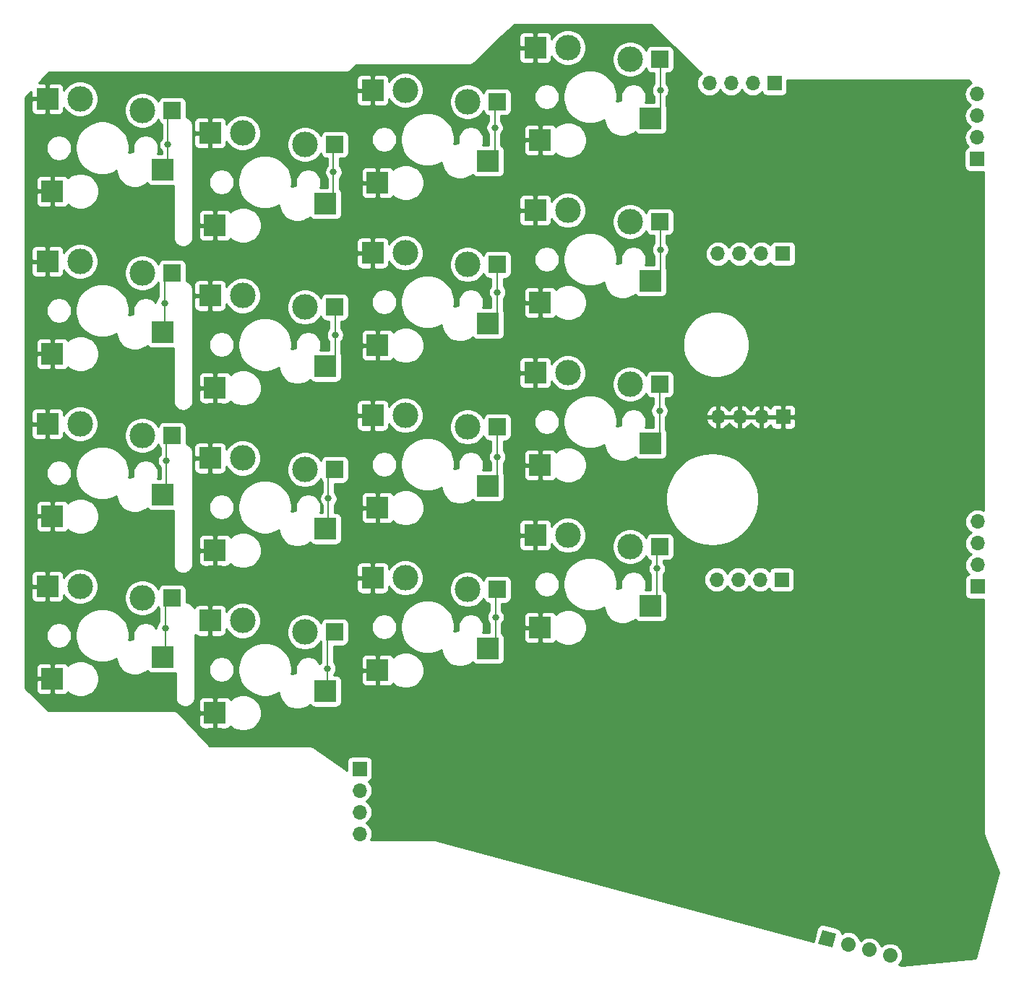
<source format=gbr>
G04 #@! TF.GenerationSoftware,KiCad,Pcbnew,(5.1.4)-1*
G04 #@! TF.CreationDate,2023-09-09T05:25:23-04:00*
G04 #@! TF.ProjectId,ThumbsUp,5468756d-6273-4557-902e-6b696361645f,rev?*
G04 #@! TF.SameCoordinates,Original*
G04 #@! TF.FileFunction,Copper,L2,Bot*
G04 #@! TF.FilePolarity,Positive*
%FSLAX46Y46*%
G04 Gerber Fmt 4.6, Leading zero omitted, Abs format (unit mm)*
G04 Created by KiCad (PCBNEW (5.1.4)-1) date 2023-09-09 05:25:23*
%MOMM*%
%LPD*%
G04 APERTURE LIST*
%ADD10R,2.550000X2.500000*%
%ADD11R,2.000000X2.000000*%
%ADD12C,3.000000*%
%ADD13O,1.700000X1.700000*%
%ADD14R,1.700000X1.700000*%
%ADD15C,1.700000*%
%ADD16C,1.700000*%
%ADD17C,0.100000*%
%ADD18C,0.800000*%
%ADD19C,0.200000*%
%ADD20C,0.254000*%
G04 APERTURE END LIST*
D10*
X17512789Y-557192952D03*
D11*
X32112789Y-558542952D03*
D12*
X28612789Y-558542952D03*
X21312789Y-557192952D03*
D10*
X18070789Y-568022952D03*
X30997789Y-565482952D03*
X17512790Y-538142952D03*
D11*
X32112790Y-539492952D03*
D12*
X28612790Y-539492952D03*
X21312790Y-538142952D03*
D10*
X18070790Y-548972952D03*
X30997790Y-546432952D03*
X17512789Y-519092953D03*
D11*
X32112789Y-520442953D03*
D12*
X28612789Y-520442953D03*
X21312789Y-519092953D03*
D10*
X18070789Y-529922953D03*
X30997789Y-527382953D03*
X74662790Y-494030000D03*
D11*
X89262790Y-495380000D03*
D12*
X85762790Y-495380000D03*
X78462790Y-494030000D03*
D10*
X75220790Y-504860000D03*
X88147790Y-502320000D03*
X55612789Y-499030000D03*
D11*
X70212789Y-500380000D03*
D12*
X66712789Y-500380000D03*
X59412789Y-499030000D03*
D10*
X56170789Y-509860000D03*
X69097789Y-507320000D03*
X36562789Y-504030000D03*
D11*
X51162789Y-505380000D03*
D12*
X47662789Y-505380000D03*
X40362789Y-504030000D03*
D10*
X37120789Y-514860000D03*
X50047789Y-512320000D03*
X17512789Y-500030000D03*
D11*
X32112789Y-501380000D03*
D12*
X28612789Y-501380000D03*
X21312789Y-500030000D03*
D10*
X18070789Y-510860000D03*
X30997789Y-508320000D03*
X74662789Y-551192952D03*
D11*
X89262789Y-552542952D03*
D12*
X85762789Y-552542952D03*
X78462789Y-551192952D03*
D10*
X75220789Y-562022952D03*
X88147789Y-559482952D03*
X74662789Y-532142952D03*
D11*
X89262789Y-533492952D03*
D12*
X85762789Y-533492952D03*
X78462789Y-532142952D03*
D10*
X75220789Y-542972952D03*
X88147789Y-540432952D03*
X74662790Y-513092952D03*
D11*
X89262790Y-514442952D03*
D12*
X85762790Y-514442952D03*
X78462790Y-513092952D03*
D10*
X75220790Y-523922952D03*
X88147790Y-521382952D03*
X55612790Y-556192952D03*
D11*
X70212790Y-557542952D03*
D12*
X66712790Y-557542952D03*
X59412790Y-556192952D03*
D10*
X56170790Y-567022952D03*
X69097790Y-564482952D03*
X55612789Y-537142952D03*
D11*
X70212789Y-538492952D03*
D12*
X66712789Y-538492952D03*
X59412789Y-537142952D03*
D10*
X56170789Y-547972952D03*
X69097789Y-545432952D03*
X55612789Y-518092953D03*
D11*
X70212789Y-519442953D03*
D12*
X66712789Y-519442953D03*
X59412789Y-518092953D03*
D10*
X56170789Y-528922953D03*
X69097789Y-526382953D03*
X36562789Y-561192952D03*
D11*
X51162789Y-562542952D03*
D12*
X47662789Y-562542952D03*
X40362789Y-561192952D03*
D10*
X37120789Y-572022952D03*
X50047789Y-569482952D03*
X36562790Y-542142952D03*
D11*
X51162790Y-543492952D03*
D12*
X47662790Y-543492952D03*
X40362790Y-542142952D03*
D10*
X37120790Y-552972952D03*
X50047790Y-550432952D03*
X36562789Y-523092952D03*
D11*
X51162789Y-524442952D03*
D12*
X47662789Y-524442952D03*
X40362789Y-523092952D03*
D10*
X37120789Y-533922952D03*
X50047789Y-531382952D03*
D13*
X95046291Y-498195542D03*
X97586291Y-498195542D03*
X100126291Y-498195542D03*
D14*
X102666291Y-498195542D03*
D13*
X95906974Y-556400972D03*
X98446974Y-556400972D03*
X100986974Y-556400972D03*
D14*
X103526974Y-556400972D03*
D13*
X96064161Y-537315202D03*
X98604161Y-537315202D03*
X101144161Y-537315202D03*
D14*
X103684161Y-537315202D03*
D13*
X96046291Y-518195542D03*
X98586291Y-518195542D03*
X101126291Y-518195542D03*
D14*
X103666291Y-518195542D03*
D13*
X126470599Y-549604893D03*
X126470599Y-552144893D03*
X126470599Y-554684893D03*
D14*
X126470599Y-557224893D03*
D13*
X126406095Y-499478305D03*
X126406095Y-502018305D03*
X126406095Y-504558305D03*
D14*
X126406095Y-507098305D03*
D13*
X54062789Y-586192952D03*
X54062789Y-583652952D03*
X54062789Y-581112952D03*
D14*
X54062789Y-578572952D03*
D15*
X116223145Y-600465153D03*
D16*
X116223145Y-600465153D02*
X116223145Y-600465153D01*
D15*
X113769693Y-599807753D03*
D16*
X113769693Y-599807753D02*
X113769693Y-599807753D01*
D15*
X111316242Y-599150352D03*
D16*
X111316242Y-599150352D02*
X111316242Y-599150352D01*
D15*
X108862790Y-598492952D03*
D17*
G36*
X109463831Y-599533985D02*
G01*
X107821757Y-599093993D01*
X108261749Y-597451919D01*
X109903823Y-597891911D01*
X109463831Y-599533985D01*
X109463831Y-599533985D01*
G37*
D18*
X89200000Y-536600000D03*
X70200000Y-542000000D03*
X50400004Y-546900000D03*
X31430000Y-542480000D03*
X31200000Y-524000000D03*
X51200000Y-527700000D03*
X70200000Y-522700000D03*
X89300000Y-517700000D03*
X89300000Y-499000000D03*
X69900000Y-503400000D03*
X51000000Y-508600000D03*
X31600006Y-505400000D03*
X31300000Y-562100000D03*
X50300000Y-566800000D03*
X70000000Y-560800000D03*
X88900000Y-555100000D03*
D19*
X89200000Y-539380741D02*
X88147789Y-540432952D01*
X89200000Y-536600000D02*
X89200000Y-539380741D01*
X89200000Y-533555741D02*
X89262789Y-533492952D01*
X89200000Y-536600000D02*
X89200000Y-533555741D01*
X70200000Y-538505741D02*
X70212789Y-538492952D01*
X70200000Y-542000000D02*
X70200000Y-538505741D01*
X70200000Y-544330741D02*
X69097789Y-545432952D01*
X70200000Y-542000000D02*
X70200000Y-544330741D01*
X50400000Y-546899996D02*
X50400004Y-546900000D01*
X51162790Y-543492952D02*
X50400000Y-544255742D01*
X50400000Y-544255742D02*
X50400000Y-546899996D01*
X50400000Y-546900004D02*
X50400004Y-546900000D01*
X50047790Y-550432952D02*
X50400000Y-550080742D01*
X50400000Y-550080742D02*
X50400000Y-546900004D01*
X31430000Y-546000742D02*
X30997790Y-546432952D01*
X31430000Y-542480000D02*
X31430000Y-546000742D01*
X31430000Y-540175742D02*
X32112790Y-539492952D01*
X31430000Y-542480000D02*
X31430000Y-540175742D01*
X31200000Y-527180742D02*
X30997789Y-527382953D01*
X31200000Y-524000000D02*
X31200000Y-527180742D01*
X31200000Y-521355742D02*
X32112789Y-520442953D01*
X31200000Y-524000000D02*
X31200000Y-521355742D01*
X51200000Y-530230741D02*
X50047789Y-531382952D01*
X51200000Y-527700000D02*
X51200000Y-530230741D01*
X51200000Y-524480163D02*
X51162789Y-524442952D01*
X51200000Y-527700000D02*
X51200000Y-524480163D01*
X70200000Y-525280742D02*
X69097789Y-526382953D01*
X70200000Y-522700000D02*
X70200000Y-525280742D01*
X70200000Y-519455742D02*
X70212789Y-519442953D01*
X70200000Y-522700000D02*
X70200000Y-519455742D01*
X89300000Y-520230742D02*
X88147790Y-521382952D01*
X89300000Y-514480162D02*
X89262790Y-514442952D01*
X89300000Y-517700000D02*
X89300000Y-514480162D01*
X89300000Y-517700000D02*
X89300000Y-520230742D01*
X89300000Y-501167790D02*
X88147790Y-502320000D01*
X89300000Y-499000000D02*
X89300000Y-501167790D01*
X89300000Y-495417210D02*
X89262790Y-495380000D01*
X89300000Y-499000000D02*
X89300000Y-495417210D01*
X69900000Y-506517789D02*
X69097789Y-507320000D01*
X69900000Y-503400000D02*
X69900000Y-506517789D01*
X69900000Y-500692789D02*
X70212789Y-500380000D01*
X69900000Y-503400000D02*
X69900000Y-500692789D01*
X51000000Y-511367789D02*
X50047789Y-512320000D01*
X51000000Y-508600000D02*
X51000000Y-511367789D01*
X51000000Y-505542789D02*
X51162789Y-505380000D01*
X51000000Y-508600000D02*
X51000000Y-505542789D01*
X31600000Y-505399994D02*
X31600006Y-505400000D01*
X32112789Y-501380000D02*
X31600000Y-501892789D01*
X31600000Y-501892789D02*
X31600000Y-505399994D01*
X31600006Y-505900006D02*
X31600006Y-505400000D01*
X30997789Y-508320000D02*
X31600006Y-507717783D01*
X31600006Y-507717783D02*
X31600006Y-505900006D01*
X31300000Y-565180741D02*
X30997789Y-565482952D01*
X31300000Y-562100000D02*
X31300000Y-565180741D01*
X31300000Y-559355741D02*
X32112789Y-558542952D01*
X31300000Y-562100000D02*
X31300000Y-559355741D01*
X50300000Y-569230741D02*
X50047789Y-569482952D01*
X50300000Y-566800000D02*
X50300000Y-569230741D01*
X50300000Y-563405741D02*
X51162789Y-562542952D01*
X50300000Y-566800000D02*
X50300000Y-563405741D01*
X70000000Y-563580742D02*
X69097790Y-564482952D01*
X70000000Y-560800000D02*
X70000000Y-563580742D01*
X70000000Y-557755742D02*
X70212790Y-557542952D01*
X70000000Y-560800000D02*
X70000000Y-557755742D01*
X88900000Y-552905741D02*
X88900000Y-555100000D01*
X89262789Y-552542952D02*
X88900000Y-552905741D01*
X88900000Y-558730741D02*
X88900000Y-555100000D01*
X88147789Y-559482952D02*
X88900000Y-558730741D01*
D20*
G36*
X94110967Y-497042083D02*
G01*
X93991157Y-497140408D01*
X93805585Y-497366528D01*
X93667692Y-497624508D01*
X93582778Y-497904431D01*
X93554106Y-498195542D01*
X93582778Y-498486653D01*
X93667692Y-498766576D01*
X93805585Y-499024556D01*
X93991157Y-499250676D01*
X94217277Y-499436248D01*
X94475257Y-499574141D01*
X94755180Y-499659055D01*
X94973341Y-499680542D01*
X95119241Y-499680542D01*
X95337402Y-499659055D01*
X95617325Y-499574141D01*
X95875305Y-499436248D01*
X96101425Y-499250676D01*
X96286997Y-499024556D01*
X96316291Y-498969751D01*
X96345585Y-499024556D01*
X96531157Y-499250676D01*
X96757277Y-499436248D01*
X97015257Y-499574141D01*
X97295180Y-499659055D01*
X97513341Y-499680542D01*
X97659241Y-499680542D01*
X97877402Y-499659055D01*
X98157325Y-499574141D01*
X98415305Y-499436248D01*
X98641425Y-499250676D01*
X98826997Y-499024556D01*
X98856291Y-498969751D01*
X98885585Y-499024556D01*
X99071157Y-499250676D01*
X99297277Y-499436248D01*
X99555257Y-499574141D01*
X99835180Y-499659055D01*
X100053341Y-499680542D01*
X100199241Y-499680542D01*
X100417402Y-499659055D01*
X100697325Y-499574141D01*
X100955305Y-499436248D01*
X101181425Y-499250676D01*
X101205898Y-499220855D01*
X101226789Y-499289722D01*
X101285754Y-499400036D01*
X101365106Y-499496727D01*
X101461797Y-499576079D01*
X101572111Y-499635044D01*
X101691809Y-499671354D01*
X101816291Y-499683614D01*
X103516291Y-499683614D01*
X103640773Y-499671354D01*
X103760471Y-499635044D01*
X103870785Y-499576079D01*
X103967476Y-499496727D01*
X104046828Y-499400036D01*
X104105793Y-499289722D01*
X104142103Y-499170024D01*
X104154363Y-499045542D01*
X104154363Y-497802952D01*
X125392511Y-497802952D01*
X125743700Y-498148539D01*
X125577081Y-498237599D01*
X125350961Y-498423171D01*
X125165389Y-498649291D01*
X125027496Y-498907271D01*
X124942582Y-499187194D01*
X124913910Y-499478305D01*
X124942582Y-499769416D01*
X125027496Y-500049339D01*
X125165389Y-500307319D01*
X125350961Y-500533439D01*
X125577081Y-500719011D01*
X125631886Y-500748305D01*
X125577081Y-500777599D01*
X125350961Y-500963171D01*
X125165389Y-501189291D01*
X125027496Y-501447271D01*
X124942582Y-501727194D01*
X124913910Y-502018305D01*
X124942582Y-502309416D01*
X125027496Y-502589339D01*
X125165389Y-502847319D01*
X125350961Y-503073439D01*
X125577081Y-503259011D01*
X125631886Y-503288305D01*
X125577081Y-503317599D01*
X125350961Y-503503171D01*
X125165389Y-503729291D01*
X125027496Y-503987271D01*
X124942582Y-504267194D01*
X124913910Y-504558305D01*
X124942582Y-504849416D01*
X125027496Y-505129339D01*
X125165389Y-505387319D01*
X125350961Y-505613439D01*
X125380782Y-505637912D01*
X125311915Y-505658803D01*
X125201601Y-505717768D01*
X125104910Y-505797120D01*
X125025558Y-505893811D01*
X124966593Y-506004125D01*
X124930283Y-506123823D01*
X124918023Y-506248305D01*
X124918023Y-507948305D01*
X124930283Y-508072787D01*
X124966593Y-508192485D01*
X125025558Y-508302799D01*
X125104910Y-508399490D01*
X125201601Y-508478842D01*
X125311915Y-508537807D01*
X125431613Y-508574117D01*
X125556095Y-508586377D01*
X127186874Y-508586377D01*
X127195747Y-548308669D01*
X127041633Y-548226294D01*
X126761710Y-548141380D01*
X126543549Y-548119893D01*
X126397649Y-548119893D01*
X126179488Y-548141380D01*
X125899565Y-548226294D01*
X125641585Y-548364187D01*
X125415465Y-548549759D01*
X125229893Y-548775879D01*
X125092000Y-549033859D01*
X125007086Y-549313782D01*
X124978414Y-549604893D01*
X125007086Y-549896004D01*
X125092000Y-550175927D01*
X125229893Y-550433907D01*
X125415465Y-550660027D01*
X125641585Y-550845599D01*
X125696390Y-550874893D01*
X125641585Y-550904187D01*
X125415465Y-551089759D01*
X125229893Y-551315879D01*
X125092000Y-551573859D01*
X125007086Y-551853782D01*
X124978414Y-552144893D01*
X125007086Y-552436004D01*
X125092000Y-552715927D01*
X125229893Y-552973907D01*
X125415465Y-553200027D01*
X125641585Y-553385599D01*
X125696390Y-553414893D01*
X125641585Y-553444187D01*
X125415465Y-553629759D01*
X125229893Y-553855879D01*
X125092000Y-554113859D01*
X125007086Y-554393782D01*
X124978414Y-554684893D01*
X125007086Y-554976004D01*
X125092000Y-555255927D01*
X125229893Y-555513907D01*
X125415465Y-555740027D01*
X125445286Y-555764500D01*
X125376419Y-555785391D01*
X125266105Y-555844356D01*
X125169414Y-555923708D01*
X125090062Y-556020399D01*
X125031097Y-556130713D01*
X124994787Y-556250411D01*
X124982527Y-556374893D01*
X124982527Y-558074893D01*
X124994787Y-558199375D01*
X125031097Y-558319073D01*
X125090062Y-558429387D01*
X125169414Y-558526078D01*
X125266105Y-558605430D01*
X125376419Y-558664395D01*
X125496117Y-558700705D01*
X125620599Y-558712965D01*
X127198071Y-558712965D01*
X127204207Y-586182882D01*
X127201047Y-586212329D01*
X127204221Y-586247723D01*
X127204222Y-586250682D01*
X127207117Y-586280012D01*
X127212660Y-586341816D01*
X127213500Y-586344674D01*
X127213793Y-586347644D01*
X127231833Y-586407065D01*
X127240129Y-586435297D01*
X127241237Y-586438039D01*
X127251561Y-586472045D01*
X127265527Y-586498160D01*
X128967723Y-590711249D01*
X126265298Y-600816055D01*
X117619635Y-601624754D01*
X117266752Y-601529747D01*
X117278279Y-601520287D01*
X117463851Y-601294167D01*
X117601744Y-601036187D01*
X117686658Y-600756264D01*
X117715330Y-600465153D01*
X117686658Y-600174042D01*
X117601744Y-599894119D01*
X117463851Y-599636139D01*
X117278279Y-599410019D01*
X117052159Y-599224447D01*
X116794179Y-599086554D01*
X116514256Y-599001640D01*
X116296095Y-598980153D01*
X116150195Y-598980153D01*
X115932034Y-599001640D01*
X115652111Y-599086554D01*
X115394131Y-599224447D01*
X115194314Y-599388433D01*
X115148292Y-599236719D01*
X115010399Y-598978739D01*
X114824827Y-598752619D01*
X114598707Y-598567047D01*
X114340727Y-598429154D01*
X114060804Y-598344240D01*
X113842643Y-598322753D01*
X113696743Y-598322753D01*
X113478582Y-598344240D01*
X113198659Y-598429154D01*
X112940679Y-598567047D01*
X112740863Y-598731032D01*
X112694841Y-598579318D01*
X112556948Y-598321338D01*
X112371376Y-598095218D01*
X112145256Y-597909646D01*
X111887276Y-597771753D01*
X111607353Y-597686839D01*
X111389192Y-597665352D01*
X111243292Y-597665352D01*
X111025131Y-597686839D01*
X110745208Y-597771753D01*
X110538840Y-597882059D01*
X110536436Y-597808626D01*
X110508033Y-597686809D01*
X110456409Y-597572875D01*
X110383551Y-597471201D01*
X110292257Y-597385694D01*
X110186035Y-597319642D01*
X110068968Y-597275581D01*
X108426894Y-596835589D01*
X108303481Y-596815213D01*
X108178464Y-596819306D01*
X108056647Y-596847709D01*
X107942713Y-596899333D01*
X107841039Y-596972191D01*
X107755532Y-597063485D01*
X107689480Y-597169707D01*
X107645419Y-597286774D01*
X107232398Y-598828191D01*
X63144420Y-586958351D01*
X63092173Y-586942502D01*
X63049365Y-586938286D01*
X63006955Y-586931232D01*
X62952429Y-586932952D01*
X55351074Y-586932952D01*
X55441388Y-586763986D01*
X55526302Y-586484063D01*
X55554974Y-586192952D01*
X55526302Y-585901841D01*
X55441388Y-585621918D01*
X55303495Y-585363938D01*
X55117923Y-585137818D01*
X54891803Y-584952246D01*
X54836998Y-584922952D01*
X54891803Y-584893658D01*
X55117923Y-584708086D01*
X55303495Y-584481966D01*
X55441388Y-584223986D01*
X55526302Y-583944063D01*
X55554974Y-583652952D01*
X55526302Y-583361841D01*
X55441388Y-583081918D01*
X55303495Y-582823938D01*
X55117923Y-582597818D01*
X54891803Y-582412246D01*
X54836998Y-582382952D01*
X54891803Y-582353658D01*
X55117923Y-582168086D01*
X55303495Y-581941966D01*
X55441388Y-581683986D01*
X55526302Y-581404063D01*
X55554974Y-581112952D01*
X55526302Y-580821841D01*
X55441388Y-580541918D01*
X55303495Y-580283938D01*
X55117923Y-580057818D01*
X55088102Y-580033345D01*
X55156969Y-580012454D01*
X55267283Y-579953489D01*
X55363974Y-579874137D01*
X55443326Y-579777446D01*
X55502291Y-579667132D01*
X55538601Y-579547434D01*
X55550861Y-579422952D01*
X55550861Y-577722952D01*
X55538601Y-577598470D01*
X55502291Y-577478772D01*
X55443326Y-577368458D01*
X55363974Y-577271767D01*
X55267283Y-577192415D01*
X55156969Y-577133450D01*
X55037271Y-577097140D01*
X54912789Y-577084880D01*
X53212789Y-577084880D01*
X53088307Y-577097140D01*
X52968609Y-577133450D01*
X52858295Y-577192415D01*
X52761604Y-577271767D01*
X52682252Y-577368458D01*
X52623287Y-577478772D01*
X52586977Y-577598470D01*
X52574717Y-577722952D01*
X52574717Y-578776980D01*
X52563413Y-578767450D01*
X52559795Y-578764963D01*
X52531240Y-578741528D01*
X52506382Y-578728241D01*
X48559805Y-576014971D01*
X48531239Y-575991527D01*
X48477756Y-575962940D01*
X48424670Y-575933655D01*
X48420469Y-575932320D01*
X48416582Y-575930242D01*
X48358504Y-575912624D01*
X48300770Y-575894273D01*
X48296397Y-575893784D01*
X48292172Y-575892502D01*
X48231744Y-575886550D01*
X48171568Y-575879818D01*
X48134758Y-575882952D01*
X36495765Y-575882952D01*
X34011549Y-573272952D01*
X35207717Y-573272952D01*
X35219977Y-573397434D01*
X35256287Y-573517132D01*
X35315252Y-573627446D01*
X35394604Y-573724137D01*
X35491295Y-573803489D01*
X35601609Y-573862454D01*
X35721307Y-573898764D01*
X35845789Y-573911024D01*
X36835039Y-573907952D01*
X36993789Y-573749202D01*
X36993789Y-572149952D01*
X35369539Y-572149952D01*
X35210789Y-572308702D01*
X35207717Y-573272952D01*
X34011549Y-573272952D01*
X32757580Y-571955492D01*
X32731738Y-571924004D01*
X32687788Y-571887935D01*
X32644739Y-571850790D01*
X32637592Y-571846740D01*
X32631240Y-571841527D01*
X32581072Y-571814712D01*
X32531629Y-571786694D01*
X32523834Y-571784117D01*
X32516583Y-571780242D01*
X32462136Y-571763726D01*
X32408189Y-571745895D01*
X32400041Y-571744889D01*
X32392173Y-571742502D01*
X32335547Y-571736925D01*
X32279160Y-571729962D01*
X32238545Y-571732952D01*
X17629854Y-571732952D01*
X15087853Y-569272952D01*
X16157717Y-569272952D01*
X16169977Y-569397434D01*
X16206287Y-569517132D01*
X16265252Y-569627446D01*
X16344604Y-569724137D01*
X16441295Y-569803489D01*
X16551609Y-569862454D01*
X16671307Y-569898764D01*
X16795789Y-569911024D01*
X17785039Y-569907952D01*
X17943789Y-569749202D01*
X17943789Y-568149952D01*
X16319539Y-568149952D01*
X16160789Y-568308702D01*
X16157717Y-569272952D01*
X15087853Y-569272952D01*
X14922789Y-569113213D01*
X14922789Y-566772952D01*
X16157717Y-566772952D01*
X16160789Y-567737202D01*
X16319539Y-567895952D01*
X17943789Y-567895952D01*
X17943789Y-566296702D01*
X18197789Y-566296702D01*
X18197789Y-567895952D01*
X18217789Y-567895952D01*
X18217789Y-568149952D01*
X18197789Y-568149952D01*
X18197789Y-569749202D01*
X18356539Y-569907952D01*
X19345789Y-569911024D01*
X19470271Y-569898764D01*
X19589969Y-569862454D01*
X19700283Y-569803489D01*
X19796974Y-569724137D01*
X19876326Y-569627446D01*
X19904754Y-569574263D01*
X20011806Y-569681315D01*
X20361487Y-569914964D01*
X20750033Y-570075905D01*
X21162510Y-570157952D01*
X21583068Y-570157952D01*
X21995545Y-570075905D01*
X22384091Y-569914964D01*
X22733772Y-569681315D01*
X23031152Y-569383935D01*
X23264801Y-569034254D01*
X23425742Y-568645708D01*
X23507789Y-568233231D01*
X23507789Y-567812673D01*
X23425742Y-567400196D01*
X23264801Y-567011650D01*
X23031152Y-566661969D01*
X22733772Y-566364589D01*
X22384091Y-566130940D01*
X21995545Y-565969999D01*
X21583068Y-565887952D01*
X21162510Y-565887952D01*
X20750033Y-565969999D01*
X20361487Y-566130940D01*
X20011806Y-566364589D01*
X19904754Y-566471641D01*
X19876326Y-566418458D01*
X19796974Y-566321767D01*
X19700283Y-566242415D01*
X19589969Y-566183450D01*
X19470271Y-566147140D01*
X19345789Y-566134880D01*
X18356539Y-566137952D01*
X18197789Y-566296702D01*
X17943789Y-566296702D01*
X17785039Y-566137952D01*
X16795789Y-566134880D01*
X16671307Y-566147140D01*
X16551609Y-566183450D01*
X16441295Y-566242415D01*
X16344604Y-566321767D01*
X16265252Y-566418458D01*
X16206287Y-566528772D01*
X16169977Y-566648470D01*
X16157717Y-566772952D01*
X14922789Y-566772952D01*
X14922789Y-562794230D01*
X17322789Y-562794230D01*
X17322789Y-563091674D01*
X17380818Y-563383403D01*
X17494645Y-563658205D01*
X17659896Y-563905521D01*
X17870220Y-564115845D01*
X18117536Y-564281096D01*
X18392338Y-564394923D01*
X18684067Y-564452952D01*
X18981511Y-564452952D01*
X19273240Y-564394923D01*
X19548042Y-564281096D01*
X19795358Y-564115845D01*
X20005682Y-563905521D01*
X20170933Y-563658205D01*
X20284760Y-563383403D01*
X20342789Y-563091674D01*
X20342789Y-562794230D01*
X20310464Y-562631719D01*
X20752789Y-562631719D01*
X20752789Y-563254185D01*
X20874226Y-563864690D01*
X21112433Y-564439773D01*
X21458257Y-564957335D01*
X21898406Y-565397484D01*
X22415968Y-565743308D01*
X22991051Y-565981515D01*
X23601556Y-566102952D01*
X24224022Y-566102952D01*
X24834527Y-565981515D01*
X25409610Y-565743308D01*
X25587789Y-565624253D01*
X25587789Y-565693231D01*
X25669836Y-566105708D01*
X25830777Y-566494254D01*
X26064426Y-566843935D01*
X26361806Y-567141315D01*
X26711487Y-567374964D01*
X27100033Y-567535905D01*
X27512510Y-567617952D01*
X27933068Y-567617952D01*
X28345545Y-567535905D01*
X28734091Y-567374964D01*
X29083772Y-567141315D01*
X29173229Y-567051858D01*
X29192252Y-567087446D01*
X29271604Y-567184137D01*
X29368295Y-567263489D01*
X29478609Y-567322454D01*
X29598307Y-567358764D01*
X29722789Y-567371024D01*
X32272789Y-567371024D01*
X32397271Y-567358764D01*
X32470001Y-567336702D01*
X32470001Y-570212419D01*
X32473198Y-570244880D01*
X32473198Y-570251383D01*
X32474162Y-570260547D01*
X32478913Y-570302904D01*
X32479551Y-570309383D01*
X32479692Y-570309846D01*
X32485039Y-570357522D01*
X32497469Y-570416002D01*
X32509095Y-570474717D01*
X32511820Y-570483520D01*
X32541326Y-570576535D01*
X32564882Y-570631495D01*
X32587686Y-570686822D01*
X32592069Y-570694928D01*
X32639080Y-570780440D01*
X32672857Y-570829771D01*
X32705981Y-570879626D01*
X32711851Y-570886719D01*
X32711853Y-570886723D01*
X32711856Y-570886726D01*
X32774581Y-570961478D01*
X32817310Y-571003321D01*
X32859467Y-571045774D01*
X32866609Y-571051598D01*
X32866612Y-571051601D01*
X32866616Y-571051604D01*
X32942659Y-571112744D01*
X32992695Y-571145487D01*
X33042307Y-571178951D01*
X33050443Y-571183277D01*
X33136923Y-571228487D01*
X33192374Y-571250890D01*
X33247527Y-571274075D01*
X33256349Y-571276738D01*
X33349960Y-571304290D01*
X33408695Y-571315495D01*
X33467322Y-571327529D01*
X33476493Y-571328428D01*
X33573676Y-571337272D01*
X33633492Y-571336854D01*
X33693308Y-571337272D01*
X33702479Y-571336373D01*
X33799527Y-571326173D01*
X33858152Y-571314139D01*
X33916884Y-571302936D01*
X33925706Y-571300272D01*
X34018925Y-571271416D01*
X34074075Y-571248233D01*
X34129537Y-571225825D01*
X34137666Y-571221502D01*
X34137670Y-571221500D01*
X34137673Y-571221498D01*
X34223511Y-571175086D01*
X34273098Y-571141638D01*
X34323156Y-571108881D01*
X34330297Y-571103057D01*
X34405486Y-571040855D01*
X34447639Y-570998406D01*
X34490371Y-570956561D01*
X34496245Y-570949460D01*
X34557921Y-570873840D01*
X34591052Y-570823975D01*
X34624825Y-570774650D01*
X34625743Y-570772952D01*
X35207717Y-570772952D01*
X35210789Y-571737202D01*
X35369539Y-571895952D01*
X36993789Y-571895952D01*
X36993789Y-570296702D01*
X37247789Y-570296702D01*
X37247789Y-571895952D01*
X37267789Y-571895952D01*
X37267789Y-572149952D01*
X37247789Y-572149952D01*
X37247789Y-573749202D01*
X37406539Y-573907952D01*
X38395789Y-573911024D01*
X38520271Y-573898764D01*
X38639969Y-573862454D01*
X38750283Y-573803489D01*
X38846974Y-573724137D01*
X38926326Y-573627446D01*
X38954754Y-573574263D01*
X39061806Y-573681315D01*
X39411487Y-573914964D01*
X39800033Y-574075905D01*
X40212510Y-574157952D01*
X40633068Y-574157952D01*
X41045545Y-574075905D01*
X41434091Y-573914964D01*
X41783772Y-573681315D01*
X42081152Y-573383935D01*
X42314801Y-573034254D01*
X42475742Y-572645708D01*
X42557789Y-572233231D01*
X42557789Y-571812673D01*
X42475742Y-571400196D01*
X42314801Y-571011650D01*
X42081152Y-570661969D01*
X41783772Y-570364589D01*
X41434091Y-570130940D01*
X41045545Y-569969999D01*
X40633068Y-569887952D01*
X40212510Y-569887952D01*
X39800033Y-569969999D01*
X39411487Y-570130940D01*
X39061806Y-570364589D01*
X38954754Y-570471641D01*
X38926326Y-570418458D01*
X38846974Y-570321767D01*
X38750283Y-570242415D01*
X38639969Y-570183450D01*
X38520271Y-570147140D01*
X38395789Y-570134880D01*
X37406539Y-570137952D01*
X37247789Y-570296702D01*
X36993789Y-570296702D01*
X36835039Y-570137952D01*
X35845789Y-570134880D01*
X35721307Y-570147140D01*
X35601609Y-570183450D01*
X35491295Y-570242415D01*
X35394604Y-570321767D01*
X35315252Y-570418458D01*
X35256287Y-570528772D01*
X35219977Y-570648470D01*
X35207717Y-570772952D01*
X34625743Y-570772952D01*
X34629208Y-570766544D01*
X34675020Y-570680383D01*
X34697809Y-570625091D01*
X34721378Y-570570102D01*
X34724103Y-570561299D01*
X34752308Y-570467881D01*
X34763933Y-570409174D01*
X34776365Y-570350684D01*
X34777327Y-570341530D01*
X34777328Y-570341524D01*
X34777328Y-570341519D01*
X34786850Y-570244402D01*
X34790000Y-570212419D01*
X34790000Y-566794230D01*
X36372789Y-566794230D01*
X36372789Y-567091674D01*
X36430818Y-567383403D01*
X36544645Y-567658205D01*
X36709896Y-567905521D01*
X36920220Y-568115845D01*
X37167536Y-568281096D01*
X37442338Y-568394923D01*
X37734067Y-568452952D01*
X38031511Y-568452952D01*
X38323240Y-568394923D01*
X38598042Y-568281096D01*
X38845358Y-568115845D01*
X39055682Y-567905521D01*
X39220933Y-567658205D01*
X39334760Y-567383403D01*
X39392789Y-567091674D01*
X39392789Y-566794230D01*
X39360464Y-566631719D01*
X39802789Y-566631719D01*
X39802789Y-567254185D01*
X39924226Y-567864690D01*
X40162433Y-568439773D01*
X40508257Y-568957335D01*
X40948406Y-569397484D01*
X41465968Y-569743308D01*
X42041051Y-569981515D01*
X42651556Y-570102952D01*
X43274022Y-570102952D01*
X43884527Y-569981515D01*
X44459610Y-569743308D01*
X44637789Y-569624253D01*
X44637789Y-569693231D01*
X44719836Y-570105708D01*
X44880777Y-570494254D01*
X45114426Y-570843935D01*
X45411806Y-571141315D01*
X45761487Y-571374964D01*
X46150033Y-571535905D01*
X46562510Y-571617952D01*
X46983068Y-571617952D01*
X47395545Y-571535905D01*
X47784091Y-571374964D01*
X48133772Y-571141315D01*
X48223229Y-571051858D01*
X48242252Y-571087446D01*
X48321604Y-571184137D01*
X48418295Y-571263489D01*
X48528609Y-571322454D01*
X48648307Y-571358764D01*
X48772789Y-571371024D01*
X51322789Y-571371024D01*
X51447271Y-571358764D01*
X51566969Y-571322454D01*
X51677283Y-571263489D01*
X51773974Y-571184137D01*
X51853326Y-571087446D01*
X51912291Y-570977132D01*
X51948601Y-570857434D01*
X51960861Y-570732952D01*
X51960861Y-568272952D01*
X54257718Y-568272952D01*
X54269978Y-568397434D01*
X54306288Y-568517132D01*
X54365253Y-568627446D01*
X54444605Y-568724137D01*
X54541296Y-568803489D01*
X54651610Y-568862454D01*
X54771308Y-568898764D01*
X54895790Y-568911024D01*
X55885040Y-568907952D01*
X56043790Y-568749202D01*
X56043790Y-567149952D01*
X54419540Y-567149952D01*
X54260790Y-567308702D01*
X54257718Y-568272952D01*
X51960861Y-568272952D01*
X51960861Y-568232952D01*
X51948601Y-568108470D01*
X51912291Y-567988772D01*
X51853326Y-567878458D01*
X51773974Y-567781767D01*
X51677283Y-567702415D01*
X51566969Y-567643450D01*
X51447271Y-567607140D01*
X51322789Y-567594880D01*
X51035000Y-567594880D01*
X51035000Y-567528711D01*
X51103937Y-567459774D01*
X51217205Y-567290256D01*
X51295226Y-567101898D01*
X51335000Y-566901939D01*
X51335000Y-566698061D01*
X51295226Y-566498102D01*
X51217205Y-566309744D01*
X51103937Y-566140226D01*
X51035000Y-566071289D01*
X51035000Y-565772952D01*
X54257718Y-565772952D01*
X54260790Y-566737202D01*
X54419540Y-566895952D01*
X56043790Y-566895952D01*
X56043790Y-565296702D01*
X56297790Y-565296702D01*
X56297790Y-566895952D01*
X56317790Y-566895952D01*
X56317790Y-567149952D01*
X56297790Y-567149952D01*
X56297790Y-568749202D01*
X56456540Y-568907952D01*
X57445790Y-568911024D01*
X57570272Y-568898764D01*
X57689970Y-568862454D01*
X57800284Y-568803489D01*
X57896975Y-568724137D01*
X57976327Y-568627446D01*
X58004755Y-568574263D01*
X58111807Y-568681315D01*
X58461488Y-568914964D01*
X58850034Y-569075905D01*
X59262511Y-569157952D01*
X59683069Y-569157952D01*
X60095546Y-569075905D01*
X60484092Y-568914964D01*
X60833773Y-568681315D01*
X61131153Y-568383935D01*
X61364802Y-568034254D01*
X61525743Y-567645708D01*
X61607790Y-567233231D01*
X61607790Y-566812673D01*
X61525743Y-566400196D01*
X61364802Y-566011650D01*
X61131153Y-565661969D01*
X60833773Y-565364589D01*
X60484092Y-565130940D01*
X60095546Y-564969999D01*
X59683069Y-564887952D01*
X59262511Y-564887952D01*
X58850034Y-564969999D01*
X58461488Y-565130940D01*
X58111807Y-565364589D01*
X58004755Y-565471641D01*
X57976327Y-565418458D01*
X57896975Y-565321767D01*
X57800284Y-565242415D01*
X57689970Y-565183450D01*
X57570272Y-565147140D01*
X57445790Y-565134880D01*
X56456540Y-565137952D01*
X56297790Y-565296702D01*
X56043790Y-565296702D01*
X55885040Y-565137952D01*
X54895790Y-565134880D01*
X54771308Y-565147140D01*
X54651610Y-565183450D01*
X54541296Y-565242415D01*
X54444605Y-565321767D01*
X54365253Y-565418458D01*
X54306288Y-565528772D01*
X54269978Y-565648470D01*
X54257718Y-565772952D01*
X51035000Y-565772952D01*
X51035000Y-564181024D01*
X52162789Y-564181024D01*
X52287271Y-564168764D01*
X52406969Y-564132454D01*
X52517283Y-564073489D01*
X52613974Y-563994137D01*
X52693326Y-563897446D01*
X52752291Y-563787132D01*
X52788601Y-563667434D01*
X52800861Y-563542952D01*
X52800861Y-561794230D01*
X55422790Y-561794230D01*
X55422790Y-562091674D01*
X55480819Y-562383403D01*
X55594646Y-562658205D01*
X55759897Y-562905521D01*
X55970221Y-563115845D01*
X56217537Y-563281096D01*
X56492339Y-563394923D01*
X56784068Y-563452952D01*
X57081512Y-563452952D01*
X57373241Y-563394923D01*
X57648043Y-563281096D01*
X57895359Y-563115845D01*
X58105683Y-562905521D01*
X58270934Y-562658205D01*
X58384761Y-562383403D01*
X58442790Y-562091674D01*
X58442790Y-561794230D01*
X58410465Y-561631719D01*
X58852790Y-561631719D01*
X58852790Y-562254185D01*
X58974227Y-562864690D01*
X59212434Y-563439773D01*
X59558258Y-563957335D01*
X59998407Y-564397484D01*
X60515969Y-564743308D01*
X61091052Y-564981515D01*
X61701557Y-565102952D01*
X62324023Y-565102952D01*
X62934528Y-564981515D01*
X63509611Y-564743308D01*
X63687790Y-564624253D01*
X63687790Y-564693231D01*
X63769837Y-565105708D01*
X63930778Y-565494254D01*
X64164427Y-565843935D01*
X64461807Y-566141315D01*
X64811488Y-566374964D01*
X65200034Y-566535905D01*
X65612511Y-566617952D01*
X66033069Y-566617952D01*
X66445546Y-566535905D01*
X66834092Y-566374964D01*
X67183773Y-566141315D01*
X67273230Y-566051858D01*
X67292253Y-566087446D01*
X67371605Y-566184137D01*
X67468296Y-566263489D01*
X67578610Y-566322454D01*
X67698308Y-566358764D01*
X67822790Y-566371024D01*
X70372790Y-566371024D01*
X70497272Y-566358764D01*
X70616970Y-566322454D01*
X70727284Y-566263489D01*
X70823975Y-566184137D01*
X70903327Y-566087446D01*
X70962292Y-565977132D01*
X70998602Y-565857434D01*
X71010862Y-565732952D01*
X71010862Y-563272952D01*
X73307717Y-563272952D01*
X73319977Y-563397434D01*
X73356287Y-563517132D01*
X73415252Y-563627446D01*
X73494604Y-563724137D01*
X73591295Y-563803489D01*
X73701609Y-563862454D01*
X73821307Y-563898764D01*
X73945789Y-563911024D01*
X74935039Y-563907952D01*
X75093789Y-563749202D01*
X75093789Y-562149952D01*
X73469539Y-562149952D01*
X73310789Y-562308702D01*
X73307717Y-563272952D01*
X71010862Y-563272952D01*
X71010862Y-563232952D01*
X70998602Y-563108470D01*
X70962292Y-562988772D01*
X70903327Y-562878458D01*
X70823975Y-562781767D01*
X70735000Y-562708747D01*
X70735000Y-561528711D01*
X70803937Y-561459774D01*
X70917205Y-561290256D01*
X70995226Y-561101898D01*
X71035000Y-560901939D01*
X71035000Y-560772952D01*
X73307717Y-560772952D01*
X73310789Y-561737202D01*
X73469539Y-561895952D01*
X75093789Y-561895952D01*
X75093789Y-560296702D01*
X75347789Y-560296702D01*
X75347789Y-561895952D01*
X75367789Y-561895952D01*
X75367789Y-562149952D01*
X75347789Y-562149952D01*
X75347789Y-563749202D01*
X75506539Y-563907952D01*
X76495789Y-563911024D01*
X76620271Y-563898764D01*
X76739969Y-563862454D01*
X76850283Y-563803489D01*
X76946974Y-563724137D01*
X77026326Y-563627446D01*
X77054754Y-563574263D01*
X77161806Y-563681315D01*
X77511487Y-563914964D01*
X77900033Y-564075905D01*
X78312510Y-564157952D01*
X78733068Y-564157952D01*
X79145545Y-564075905D01*
X79534091Y-563914964D01*
X79883772Y-563681315D01*
X80181152Y-563383935D01*
X80414801Y-563034254D01*
X80575742Y-562645708D01*
X80657789Y-562233231D01*
X80657789Y-561812673D01*
X80575742Y-561400196D01*
X80414801Y-561011650D01*
X80181152Y-560661969D01*
X79883772Y-560364589D01*
X79534091Y-560130940D01*
X79145545Y-559969999D01*
X78733068Y-559887952D01*
X78312510Y-559887952D01*
X77900033Y-559969999D01*
X77511487Y-560130940D01*
X77161806Y-560364589D01*
X77054754Y-560471641D01*
X77026326Y-560418458D01*
X76946974Y-560321767D01*
X76850283Y-560242415D01*
X76739969Y-560183450D01*
X76620271Y-560147140D01*
X76495789Y-560134880D01*
X75506539Y-560137952D01*
X75347789Y-560296702D01*
X75093789Y-560296702D01*
X74935039Y-560137952D01*
X73945789Y-560134880D01*
X73821307Y-560147140D01*
X73701609Y-560183450D01*
X73591295Y-560242415D01*
X73494604Y-560321767D01*
X73415252Y-560418458D01*
X73356287Y-560528772D01*
X73319977Y-560648470D01*
X73307717Y-560772952D01*
X71035000Y-560772952D01*
X71035000Y-560698061D01*
X70995226Y-560498102D01*
X70917205Y-560309744D01*
X70803937Y-560140226D01*
X70735000Y-560071289D01*
X70735000Y-559181024D01*
X71212790Y-559181024D01*
X71337272Y-559168764D01*
X71456970Y-559132454D01*
X71567284Y-559073489D01*
X71663975Y-558994137D01*
X71743327Y-558897446D01*
X71802292Y-558787132D01*
X71838602Y-558667434D01*
X71850862Y-558542952D01*
X71850862Y-556794230D01*
X74472789Y-556794230D01*
X74472789Y-557091674D01*
X74530818Y-557383403D01*
X74644645Y-557658205D01*
X74809896Y-557905521D01*
X75020220Y-558115845D01*
X75267536Y-558281096D01*
X75542338Y-558394923D01*
X75834067Y-558452952D01*
X76131511Y-558452952D01*
X76423240Y-558394923D01*
X76698042Y-558281096D01*
X76945358Y-558115845D01*
X77155682Y-557905521D01*
X77320933Y-557658205D01*
X77434760Y-557383403D01*
X77492789Y-557091674D01*
X77492789Y-556794230D01*
X77460464Y-556631719D01*
X77902789Y-556631719D01*
X77902789Y-557254185D01*
X78024226Y-557864690D01*
X78262433Y-558439773D01*
X78608257Y-558957335D01*
X79048406Y-559397484D01*
X79565968Y-559743308D01*
X80141051Y-559981515D01*
X80751556Y-560102952D01*
X81374022Y-560102952D01*
X81984527Y-559981515D01*
X82559610Y-559743308D01*
X82737789Y-559624253D01*
X82737789Y-559693231D01*
X82819836Y-560105708D01*
X82980777Y-560494254D01*
X83214426Y-560843935D01*
X83511806Y-561141315D01*
X83861487Y-561374964D01*
X84250033Y-561535905D01*
X84662510Y-561617952D01*
X85083068Y-561617952D01*
X85495545Y-561535905D01*
X85884091Y-561374964D01*
X86233772Y-561141315D01*
X86323229Y-561051858D01*
X86342252Y-561087446D01*
X86421604Y-561184137D01*
X86518295Y-561263489D01*
X86628609Y-561322454D01*
X86748307Y-561358764D01*
X86872789Y-561371024D01*
X89422789Y-561371024D01*
X89547271Y-561358764D01*
X89666969Y-561322454D01*
X89777283Y-561263489D01*
X89873974Y-561184137D01*
X89953326Y-561087446D01*
X90012291Y-560977132D01*
X90048601Y-560857434D01*
X90060861Y-560732952D01*
X90060861Y-558232952D01*
X90048601Y-558108470D01*
X90012291Y-557988772D01*
X89953326Y-557878458D01*
X89873974Y-557781767D01*
X89777283Y-557702415D01*
X89666969Y-557643450D01*
X89635000Y-557633752D01*
X89635000Y-556400972D01*
X94414789Y-556400972D01*
X94443461Y-556692083D01*
X94528375Y-556972006D01*
X94666268Y-557229986D01*
X94851840Y-557456106D01*
X95077960Y-557641678D01*
X95335940Y-557779571D01*
X95615863Y-557864485D01*
X95834024Y-557885972D01*
X95979924Y-557885972D01*
X96198085Y-557864485D01*
X96478008Y-557779571D01*
X96735988Y-557641678D01*
X96962108Y-557456106D01*
X97147680Y-557229986D01*
X97176974Y-557175181D01*
X97206268Y-557229986D01*
X97391840Y-557456106D01*
X97617960Y-557641678D01*
X97875940Y-557779571D01*
X98155863Y-557864485D01*
X98374024Y-557885972D01*
X98519924Y-557885972D01*
X98738085Y-557864485D01*
X99018008Y-557779571D01*
X99275988Y-557641678D01*
X99502108Y-557456106D01*
X99687680Y-557229986D01*
X99716974Y-557175181D01*
X99746268Y-557229986D01*
X99931840Y-557456106D01*
X100157960Y-557641678D01*
X100415940Y-557779571D01*
X100695863Y-557864485D01*
X100914024Y-557885972D01*
X101059924Y-557885972D01*
X101278085Y-557864485D01*
X101558008Y-557779571D01*
X101815988Y-557641678D01*
X102042108Y-557456106D01*
X102066581Y-557426285D01*
X102087472Y-557495152D01*
X102146437Y-557605466D01*
X102225789Y-557702157D01*
X102322480Y-557781509D01*
X102432794Y-557840474D01*
X102552492Y-557876784D01*
X102676974Y-557889044D01*
X104376974Y-557889044D01*
X104501456Y-557876784D01*
X104621154Y-557840474D01*
X104731468Y-557781509D01*
X104828159Y-557702157D01*
X104907511Y-557605466D01*
X104966476Y-557495152D01*
X105002786Y-557375454D01*
X105015046Y-557250972D01*
X105015046Y-555550972D01*
X105002786Y-555426490D01*
X104966476Y-555306792D01*
X104907511Y-555196478D01*
X104828159Y-555099787D01*
X104731468Y-555020435D01*
X104621154Y-554961470D01*
X104501456Y-554925160D01*
X104376974Y-554912900D01*
X102676974Y-554912900D01*
X102552492Y-554925160D01*
X102432794Y-554961470D01*
X102322480Y-555020435D01*
X102225789Y-555099787D01*
X102146437Y-555196478D01*
X102087472Y-555306792D01*
X102066581Y-555375659D01*
X102042108Y-555345838D01*
X101815988Y-555160266D01*
X101558008Y-555022373D01*
X101278085Y-554937459D01*
X101059924Y-554915972D01*
X100914024Y-554915972D01*
X100695863Y-554937459D01*
X100415940Y-555022373D01*
X100157960Y-555160266D01*
X99931840Y-555345838D01*
X99746268Y-555571958D01*
X99716974Y-555626763D01*
X99687680Y-555571958D01*
X99502108Y-555345838D01*
X99275988Y-555160266D01*
X99018008Y-555022373D01*
X98738085Y-554937459D01*
X98519924Y-554915972D01*
X98374024Y-554915972D01*
X98155863Y-554937459D01*
X97875940Y-555022373D01*
X97617960Y-555160266D01*
X97391840Y-555345838D01*
X97206268Y-555571958D01*
X97176974Y-555626763D01*
X97147680Y-555571958D01*
X96962108Y-555345838D01*
X96735988Y-555160266D01*
X96478008Y-555022373D01*
X96198085Y-554937459D01*
X95979924Y-554915972D01*
X95834024Y-554915972D01*
X95615863Y-554937459D01*
X95335940Y-555022373D01*
X95077960Y-555160266D01*
X94851840Y-555345838D01*
X94666268Y-555571958D01*
X94528375Y-555829938D01*
X94443461Y-556109861D01*
X94414789Y-556400972D01*
X89635000Y-556400972D01*
X89635000Y-555828711D01*
X89703937Y-555759774D01*
X89817205Y-555590256D01*
X89895226Y-555401898D01*
X89935000Y-555201939D01*
X89935000Y-554998061D01*
X89895226Y-554798102D01*
X89817205Y-554609744D01*
X89703937Y-554440226D01*
X89635000Y-554371289D01*
X89635000Y-554181024D01*
X90262789Y-554181024D01*
X90387271Y-554168764D01*
X90506969Y-554132454D01*
X90617283Y-554073489D01*
X90713974Y-553994137D01*
X90793326Y-553897446D01*
X90852291Y-553787132D01*
X90888601Y-553667434D01*
X90900861Y-553542952D01*
X90900861Y-551542952D01*
X90888601Y-551418470D01*
X90852291Y-551298772D01*
X90793326Y-551188458D01*
X90713974Y-551091767D01*
X90617283Y-551012415D01*
X90506969Y-550953450D01*
X90387271Y-550917140D01*
X90262789Y-550904880D01*
X88262789Y-550904880D01*
X88138307Y-550917140D01*
X88018609Y-550953450D01*
X87908295Y-551012415D01*
X87811604Y-551091767D01*
X87732252Y-551188458D01*
X87673287Y-551298772D01*
X87636977Y-551418470D01*
X87629552Y-551493862D01*
X87421152Y-551181969D01*
X87123772Y-550884589D01*
X86774091Y-550650940D01*
X86385545Y-550489999D01*
X85973068Y-550407952D01*
X85552510Y-550407952D01*
X85140033Y-550489999D01*
X84751487Y-550650940D01*
X84401806Y-550884589D01*
X84104426Y-551181969D01*
X83870777Y-551531650D01*
X83709836Y-551920196D01*
X83627789Y-552332673D01*
X83627789Y-552753231D01*
X83709836Y-553165708D01*
X83870777Y-553554254D01*
X84104426Y-553903935D01*
X84401806Y-554201315D01*
X84751487Y-554434964D01*
X85140033Y-554595905D01*
X85552510Y-554677952D01*
X85973068Y-554677952D01*
X86385545Y-554595905D01*
X86774091Y-554434964D01*
X87123772Y-554201315D01*
X87421152Y-553903935D01*
X87629552Y-553592042D01*
X87636977Y-553667434D01*
X87673287Y-553787132D01*
X87732252Y-553897446D01*
X87811604Y-553994137D01*
X87908295Y-554073489D01*
X88018609Y-554132454D01*
X88138307Y-554168764D01*
X88165001Y-554171393D01*
X88165001Y-554371288D01*
X88096063Y-554440226D01*
X87982795Y-554609744D01*
X87904774Y-554798102D01*
X87865000Y-554998061D01*
X87865000Y-555201939D01*
X87904774Y-555401898D01*
X87982795Y-555590256D01*
X88096063Y-555759774D01*
X88165001Y-555828712D01*
X88165000Y-557594880D01*
X87507163Y-557594880D01*
X87594760Y-557383403D01*
X87652789Y-557091674D01*
X87652789Y-556794230D01*
X87594760Y-556502501D01*
X87480933Y-556227699D01*
X87315682Y-555980383D01*
X87105358Y-555770059D01*
X86858042Y-555604808D01*
X86583240Y-555490981D01*
X86291511Y-555432952D01*
X85994067Y-555432952D01*
X85702338Y-555490981D01*
X85427536Y-555604808D01*
X85180220Y-555770059D01*
X84969896Y-555980383D01*
X84804645Y-556227699D01*
X84690818Y-556502501D01*
X84632789Y-556794230D01*
X84632789Y-557091674D01*
X84683766Y-557347952D01*
X84662510Y-557347952D01*
X84250033Y-557429999D01*
X84182231Y-557458083D01*
X84222789Y-557254185D01*
X84222789Y-556631719D01*
X84101352Y-556021214D01*
X83863145Y-555446131D01*
X83517321Y-554928569D01*
X83077172Y-554488420D01*
X82559610Y-554142596D01*
X81984527Y-553904389D01*
X81374022Y-553782952D01*
X80751556Y-553782952D01*
X80141051Y-553904389D01*
X79565968Y-554142596D01*
X79048406Y-554488420D01*
X78608257Y-554928569D01*
X78262433Y-555446131D01*
X78024226Y-556021214D01*
X77902789Y-556631719D01*
X77460464Y-556631719D01*
X77434760Y-556502501D01*
X77320933Y-556227699D01*
X77155682Y-555980383D01*
X76945358Y-555770059D01*
X76698042Y-555604808D01*
X76423240Y-555490981D01*
X76131511Y-555432952D01*
X75834067Y-555432952D01*
X75542338Y-555490981D01*
X75267536Y-555604808D01*
X75020220Y-555770059D01*
X74809896Y-555980383D01*
X74644645Y-556227699D01*
X74530818Y-556502501D01*
X74472789Y-556794230D01*
X71850862Y-556794230D01*
X71850862Y-556542952D01*
X71838602Y-556418470D01*
X71802292Y-556298772D01*
X71743327Y-556188458D01*
X71663975Y-556091767D01*
X71567284Y-556012415D01*
X71456970Y-555953450D01*
X71337272Y-555917140D01*
X71212790Y-555904880D01*
X69212790Y-555904880D01*
X69088308Y-555917140D01*
X68968610Y-555953450D01*
X68858296Y-556012415D01*
X68761605Y-556091767D01*
X68682253Y-556188458D01*
X68623288Y-556298772D01*
X68586978Y-556418470D01*
X68579553Y-556493862D01*
X68371153Y-556181969D01*
X68073773Y-555884589D01*
X67724092Y-555650940D01*
X67335546Y-555489999D01*
X66923069Y-555407952D01*
X66502511Y-555407952D01*
X66090034Y-555489999D01*
X65701488Y-555650940D01*
X65351807Y-555884589D01*
X65054427Y-556181969D01*
X64820778Y-556531650D01*
X64659837Y-556920196D01*
X64577790Y-557332673D01*
X64577790Y-557753231D01*
X64659837Y-558165708D01*
X64820778Y-558554254D01*
X65054427Y-558903935D01*
X65351807Y-559201315D01*
X65701488Y-559434964D01*
X66090034Y-559595905D01*
X66502511Y-559677952D01*
X66923069Y-559677952D01*
X67335546Y-559595905D01*
X67724092Y-559434964D01*
X68073773Y-559201315D01*
X68371153Y-558903935D01*
X68579553Y-558592042D01*
X68586978Y-558667434D01*
X68623288Y-558787132D01*
X68682253Y-558897446D01*
X68761605Y-558994137D01*
X68858296Y-559073489D01*
X68968610Y-559132454D01*
X69088308Y-559168764D01*
X69212790Y-559181024D01*
X69265001Y-559181024D01*
X69265000Y-560071289D01*
X69196063Y-560140226D01*
X69082795Y-560309744D01*
X69004774Y-560498102D01*
X68965000Y-560698061D01*
X68965000Y-560901939D01*
X69004774Y-561101898D01*
X69082795Y-561290256D01*
X69196063Y-561459774D01*
X69265000Y-561528711D01*
X69265001Y-562594880D01*
X68457164Y-562594880D01*
X68544761Y-562383403D01*
X68602790Y-562091674D01*
X68602790Y-561794230D01*
X68544761Y-561502501D01*
X68430934Y-561227699D01*
X68265683Y-560980383D01*
X68055359Y-560770059D01*
X67808043Y-560604808D01*
X67533241Y-560490981D01*
X67241512Y-560432952D01*
X66944068Y-560432952D01*
X66652339Y-560490981D01*
X66377537Y-560604808D01*
X66130221Y-560770059D01*
X65919897Y-560980383D01*
X65754646Y-561227699D01*
X65640819Y-561502501D01*
X65582790Y-561794230D01*
X65582790Y-562091674D01*
X65633767Y-562347952D01*
X65612511Y-562347952D01*
X65200034Y-562429999D01*
X65132232Y-562458083D01*
X65172790Y-562254185D01*
X65172790Y-561631719D01*
X65051353Y-561021214D01*
X64813146Y-560446131D01*
X64467322Y-559928569D01*
X64027173Y-559488420D01*
X63509611Y-559142596D01*
X62934528Y-558904389D01*
X62324023Y-558782952D01*
X61701557Y-558782952D01*
X61091052Y-558904389D01*
X60515969Y-559142596D01*
X59998407Y-559488420D01*
X59558258Y-559928569D01*
X59212434Y-560446131D01*
X58974227Y-561021214D01*
X58852790Y-561631719D01*
X58410465Y-561631719D01*
X58384761Y-561502501D01*
X58270934Y-561227699D01*
X58105683Y-560980383D01*
X57895359Y-560770059D01*
X57648043Y-560604808D01*
X57373241Y-560490981D01*
X57081512Y-560432952D01*
X56784068Y-560432952D01*
X56492339Y-560490981D01*
X56217537Y-560604808D01*
X55970221Y-560770059D01*
X55759897Y-560980383D01*
X55594646Y-561227699D01*
X55480819Y-561502501D01*
X55422790Y-561794230D01*
X52800861Y-561794230D01*
X52800861Y-561542952D01*
X52788601Y-561418470D01*
X52752291Y-561298772D01*
X52693326Y-561188458D01*
X52613974Y-561091767D01*
X52517283Y-561012415D01*
X52406969Y-560953450D01*
X52287271Y-560917140D01*
X52162789Y-560904880D01*
X50162789Y-560904880D01*
X50038307Y-560917140D01*
X49918609Y-560953450D01*
X49808295Y-561012415D01*
X49711604Y-561091767D01*
X49632252Y-561188458D01*
X49573287Y-561298772D01*
X49536977Y-561418470D01*
X49529552Y-561493862D01*
X49321152Y-561181969D01*
X49023772Y-560884589D01*
X48674091Y-560650940D01*
X48285545Y-560489999D01*
X47873068Y-560407952D01*
X47452510Y-560407952D01*
X47040033Y-560489999D01*
X46651487Y-560650940D01*
X46301806Y-560884589D01*
X46004426Y-561181969D01*
X45770777Y-561531650D01*
X45609836Y-561920196D01*
X45527789Y-562332673D01*
X45527789Y-562753231D01*
X45609836Y-563165708D01*
X45770777Y-563554254D01*
X46004426Y-563903935D01*
X46301806Y-564201315D01*
X46651487Y-564434964D01*
X47040033Y-564595905D01*
X47452510Y-564677952D01*
X47873068Y-564677952D01*
X48285545Y-564595905D01*
X48674091Y-564434964D01*
X49023772Y-564201315D01*
X49321152Y-563903935D01*
X49529552Y-563592042D01*
X49536977Y-563667434D01*
X49565001Y-563759816D01*
X49565000Y-566071289D01*
X49496063Y-566140226D01*
X49402625Y-566280067D01*
X49380933Y-566227699D01*
X49215682Y-565980383D01*
X49005358Y-565770059D01*
X48758042Y-565604808D01*
X48483240Y-565490981D01*
X48191511Y-565432952D01*
X47894067Y-565432952D01*
X47602338Y-565490981D01*
X47327536Y-565604808D01*
X47080220Y-565770059D01*
X46869896Y-565980383D01*
X46704645Y-566227699D01*
X46590818Y-566502501D01*
X46532789Y-566794230D01*
X46532789Y-567091674D01*
X46583766Y-567347952D01*
X46562510Y-567347952D01*
X46150033Y-567429999D01*
X46082231Y-567458083D01*
X46122789Y-567254185D01*
X46122789Y-566631719D01*
X46001352Y-566021214D01*
X45763145Y-565446131D01*
X45417321Y-564928569D01*
X44977172Y-564488420D01*
X44459610Y-564142596D01*
X43884527Y-563904389D01*
X43274022Y-563782952D01*
X42651556Y-563782952D01*
X42041051Y-563904389D01*
X41465968Y-564142596D01*
X40948406Y-564488420D01*
X40508257Y-564928569D01*
X40162433Y-565446131D01*
X39924226Y-566021214D01*
X39802789Y-566631719D01*
X39360464Y-566631719D01*
X39334760Y-566502501D01*
X39220933Y-566227699D01*
X39055682Y-565980383D01*
X38845358Y-565770059D01*
X38598042Y-565604808D01*
X38323240Y-565490981D01*
X38031511Y-565432952D01*
X37734067Y-565432952D01*
X37442338Y-565490981D01*
X37167536Y-565604808D01*
X36920220Y-565770059D01*
X36709896Y-565980383D01*
X36544645Y-566227699D01*
X36430818Y-566502501D01*
X36372789Y-566794230D01*
X34790000Y-566794230D01*
X34790000Y-562837350D01*
X34836604Y-562894137D01*
X34933295Y-562973489D01*
X35043609Y-563032454D01*
X35163307Y-563068764D01*
X35287789Y-563081024D01*
X36277039Y-563077952D01*
X36435789Y-562919202D01*
X36435789Y-561319952D01*
X36415789Y-561319952D01*
X36415789Y-561065952D01*
X36435789Y-561065952D01*
X36435789Y-559466702D01*
X36689789Y-559466702D01*
X36689789Y-561065952D01*
X36709789Y-561065952D01*
X36709789Y-561319952D01*
X36689789Y-561319952D01*
X36689789Y-562919202D01*
X36848539Y-563077952D01*
X37837789Y-563081024D01*
X37962271Y-563068764D01*
X38081969Y-563032454D01*
X38192283Y-562973489D01*
X38288974Y-562894137D01*
X38368326Y-562797446D01*
X38427291Y-562687132D01*
X38463601Y-562567434D01*
X38475861Y-562442952D01*
X38475121Y-562210756D01*
X38704426Y-562553935D01*
X39001806Y-562851315D01*
X39351487Y-563084964D01*
X39740033Y-563245905D01*
X40152510Y-563327952D01*
X40573068Y-563327952D01*
X40985545Y-563245905D01*
X41374091Y-563084964D01*
X41723772Y-562851315D01*
X42021152Y-562553935D01*
X42254801Y-562204254D01*
X42415742Y-561815708D01*
X42497789Y-561403231D01*
X42497789Y-560982673D01*
X42415742Y-560570196D01*
X42254801Y-560181650D01*
X42021152Y-559831969D01*
X41723772Y-559534589D01*
X41374091Y-559300940D01*
X40985545Y-559139999D01*
X40573068Y-559057952D01*
X40152510Y-559057952D01*
X39740033Y-559139999D01*
X39351487Y-559300940D01*
X39001806Y-559534589D01*
X38704426Y-559831969D01*
X38475121Y-560175148D01*
X38475861Y-559942952D01*
X38463601Y-559818470D01*
X38427291Y-559698772D01*
X38368326Y-559588458D01*
X38288974Y-559491767D01*
X38192283Y-559412415D01*
X38081969Y-559353450D01*
X37962271Y-559317140D01*
X37837789Y-559304880D01*
X36848539Y-559307952D01*
X36689789Y-559466702D01*
X36435789Y-559466702D01*
X36277039Y-559307952D01*
X35287789Y-559304880D01*
X35163307Y-559317140D01*
X35043609Y-559353450D01*
X34933295Y-559412415D01*
X34836604Y-559491767D01*
X34757252Y-559588458D01*
X34698287Y-559698772D01*
X34691748Y-559720329D01*
X34672314Y-559673178D01*
X34667931Y-559665072D01*
X34620920Y-559579559D01*
X34587128Y-559530208D01*
X34554018Y-559480374D01*
X34548144Y-559473274D01*
X34485419Y-559398522D01*
X34442706Y-559356695D01*
X34400533Y-559314226D01*
X34393391Y-559308402D01*
X34317341Y-559247256D01*
X34267339Y-559214535D01*
X34217694Y-559181049D01*
X34209557Y-559176723D01*
X34123078Y-559131513D01*
X34067593Y-559109096D01*
X34012473Y-559085925D01*
X34003651Y-559083262D01*
X33910039Y-559055710D01*
X33851318Y-559044508D01*
X33792678Y-559032471D01*
X33783507Y-559031572D01*
X33750861Y-559028601D01*
X33750861Y-557542952D01*
X33741013Y-557442952D01*
X53699718Y-557442952D01*
X53711978Y-557567434D01*
X53748288Y-557687132D01*
X53807253Y-557797446D01*
X53886605Y-557894137D01*
X53983296Y-557973489D01*
X54093610Y-558032454D01*
X54213308Y-558068764D01*
X54337790Y-558081024D01*
X55327040Y-558077952D01*
X55485790Y-557919202D01*
X55485790Y-556319952D01*
X53861540Y-556319952D01*
X53702790Y-556478702D01*
X53699718Y-557442952D01*
X33741013Y-557442952D01*
X33738601Y-557418470D01*
X33702291Y-557298772D01*
X33643326Y-557188458D01*
X33563974Y-557091767D01*
X33467283Y-557012415D01*
X33356969Y-556953450D01*
X33237271Y-556917140D01*
X33112789Y-556904880D01*
X31112789Y-556904880D01*
X30988307Y-556917140D01*
X30868609Y-556953450D01*
X30758295Y-557012415D01*
X30661604Y-557091767D01*
X30582252Y-557188458D01*
X30523287Y-557298772D01*
X30486977Y-557418470D01*
X30479552Y-557493862D01*
X30271152Y-557181969D01*
X29973772Y-556884589D01*
X29624091Y-556650940D01*
X29235545Y-556489999D01*
X28823068Y-556407952D01*
X28402510Y-556407952D01*
X27990033Y-556489999D01*
X27601487Y-556650940D01*
X27251806Y-556884589D01*
X26954426Y-557181969D01*
X26720777Y-557531650D01*
X26559836Y-557920196D01*
X26477789Y-558332673D01*
X26477789Y-558753231D01*
X26559836Y-559165708D01*
X26720777Y-559554254D01*
X26954426Y-559903935D01*
X27251806Y-560201315D01*
X27601487Y-560434964D01*
X27990033Y-560595905D01*
X28402510Y-560677952D01*
X28823068Y-560677952D01*
X29235545Y-560595905D01*
X29624091Y-560434964D01*
X29973772Y-560201315D01*
X30271152Y-559903935D01*
X30479552Y-559592042D01*
X30486977Y-559667434D01*
X30523287Y-559787132D01*
X30565001Y-559865172D01*
X30565000Y-561371289D01*
X30496063Y-561440226D01*
X30382795Y-561609744D01*
X30304774Y-561798102D01*
X30265000Y-561998061D01*
X30265000Y-562129023D01*
X30165682Y-561980383D01*
X29955358Y-561770059D01*
X29708042Y-561604808D01*
X29433240Y-561490981D01*
X29141511Y-561432952D01*
X28844067Y-561432952D01*
X28552338Y-561490981D01*
X28277536Y-561604808D01*
X28030220Y-561770059D01*
X27819896Y-561980383D01*
X27654645Y-562227699D01*
X27540818Y-562502501D01*
X27482789Y-562794230D01*
X27482789Y-563091674D01*
X27533766Y-563347952D01*
X27512510Y-563347952D01*
X27100033Y-563429999D01*
X27032231Y-563458083D01*
X27072789Y-563254185D01*
X27072789Y-562631719D01*
X26951352Y-562021214D01*
X26713145Y-561446131D01*
X26367321Y-560928569D01*
X25927172Y-560488420D01*
X25409610Y-560142596D01*
X24834527Y-559904389D01*
X24224022Y-559782952D01*
X23601556Y-559782952D01*
X22991051Y-559904389D01*
X22415968Y-560142596D01*
X21898406Y-560488420D01*
X21458257Y-560928569D01*
X21112433Y-561446131D01*
X20874226Y-562021214D01*
X20752789Y-562631719D01*
X20310464Y-562631719D01*
X20284760Y-562502501D01*
X20170933Y-562227699D01*
X20005682Y-561980383D01*
X19795358Y-561770059D01*
X19548042Y-561604808D01*
X19273240Y-561490981D01*
X18981511Y-561432952D01*
X18684067Y-561432952D01*
X18392338Y-561490981D01*
X18117536Y-561604808D01*
X17870220Y-561770059D01*
X17659896Y-561980383D01*
X17494645Y-562227699D01*
X17380818Y-562502501D01*
X17322789Y-562794230D01*
X14922789Y-562794230D01*
X14922789Y-558442952D01*
X15599717Y-558442952D01*
X15611977Y-558567434D01*
X15648287Y-558687132D01*
X15707252Y-558797446D01*
X15786604Y-558894137D01*
X15883295Y-558973489D01*
X15993609Y-559032454D01*
X16113307Y-559068764D01*
X16237789Y-559081024D01*
X17227039Y-559077952D01*
X17385789Y-558919202D01*
X17385789Y-557319952D01*
X15761539Y-557319952D01*
X15602789Y-557478702D01*
X15599717Y-558442952D01*
X14922789Y-558442952D01*
X14922789Y-555942952D01*
X15599717Y-555942952D01*
X15602789Y-556907202D01*
X15761539Y-557065952D01*
X17385789Y-557065952D01*
X17385789Y-555466702D01*
X17639789Y-555466702D01*
X17639789Y-557065952D01*
X17659789Y-557065952D01*
X17659789Y-557319952D01*
X17639789Y-557319952D01*
X17639789Y-558919202D01*
X17798539Y-559077952D01*
X18787789Y-559081024D01*
X18912271Y-559068764D01*
X19031969Y-559032454D01*
X19142283Y-558973489D01*
X19238974Y-558894137D01*
X19318326Y-558797446D01*
X19377291Y-558687132D01*
X19413601Y-558567434D01*
X19425861Y-558442952D01*
X19425121Y-558210756D01*
X19654426Y-558553935D01*
X19951806Y-558851315D01*
X20301487Y-559084964D01*
X20690033Y-559245905D01*
X21102510Y-559327952D01*
X21523068Y-559327952D01*
X21935545Y-559245905D01*
X22324091Y-559084964D01*
X22673772Y-558851315D01*
X22971152Y-558553935D01*
X23204801Y-558204254D01*
X23365742Y-557815708D01*
X23447789Y-557403231D01*
X23447789Y-556982673D01*
X23365742Y-556570196D01*
X23204801Y-556181650D01*
X22971152Y-555831969D01*
X22673772Y-555534589D01*
X22324091Y-555300940D01*
X21935545Y-555139999D01*
X21523068Y-555057952D01*
X21102510Y-555057952D01*
X20690033Y-555139999D01*
X20301487Y-555300940D01*
X19951806Y-555534589D01*
X19654426Y-555831969D01*
X19425121Y-556175148D01*
X19425861Y-555942952D01*
X19413601Y-555818470D01*
X19377291Y-555698772D01*
X19318326Y-555588458D01*
X19238974Y-555491767D01*
X19142283Y-555412415D01*
X19031969Y-555353450D01*
X18912271Y-555317140D01*
X18787789Y-555304880D01*
X17798539Y-555307952D01*
X17639789Y-555466702D01*
X17385789Y-555466702D01*
X17227039Y-555307952D01*
X16237789Y-555304880D01*
X16113307Y-555317140D01*
X15993609Y-555353450D01*
X15883295Y-555412415D01*
X15786604Y-555491767D01*
X15707252Y-555588458D01*
X15648287Y-555698772D01*
X15611977Y-555818470D01*
X15599717Y-555942952D01*
X14922789Y-555942952D01*
X14922789Y-550222952D01*
X16157718Y-550222952D01*
X16169978Y-550347434D01*
X16206288Y-550467132D01*
X16265253Y-550577446D01*
X16344605Y-550674137D01*
X16441296Y-550753489D01*
X16551610Y-550812454D01*
X16671308Y-550848764D01*
X16795790Y-550861024D01*
X17785040Y-550857952D01*
X17943790Y-550699202D01*
X17943790Y-549099952D01*
X16319540Y-549099952D01*
X16160790Y-549258702D01*
X16157718Y-550222952D01*
X14922789Y-550222952D01*
X14922789Y-547722952D01*
X16157718Y-547722952D01*
X16160790Y-548687202D01*
X16319540Y-548845952D01*
X17943790Y-548845952D01*
X17943790Y-547246702D01*
X18197790Y-547246702D01*
X18197790Y-548845952D01*
X18217790Y-548845952D01*
X18217790Y-549099952D01*
X18197790Y-549099952D01*
X18197790Y-550699202D01*
X18356540Y-550857952D01*
X19345790Y-550861024D01*
X19470272Y-550848764D01*
X19589970Y-550812454D01*
X19700284Y-550753489D01*
X19796975Y-550674137D01*
X19876327Y-550577446D01*
X19904755Y-550524263D01*
X20011807Y-550631315D01*
X20361488Y-550864964D01*
X20750034Y-551025905D01*
X21162511Y-551107952D01*
X21583069Y-551107952D01*
X21995546Y-551025905D01*
X22384092Y-550864964D01*
X22733773Y-550631315D01*
X23031153Y-550333935D01*
X23264802Y-549984254D01*
X23425743Y-549595708D01*
X23507790Y-549183231D01*
X23507790Y-548762673D01*
X23425743Y-548350196D01*
X23264802Y-547961650D01*
X23031153Y-547611969D01*
X22733773Y-547314589D01*
X22384092Y-547080940D01*
X21995546Y-546919999D01*
X21583069Y-546837952D01*
X21162511Y-546837952D01*
X20750034Y-546919999D01*
X20361488Y-547080940D01*
X20011807Y-547314589D01*
X19904755Y-547421641D01*
X19876327Y-547368458D01*
X19796975Y-547271767D01*
X19700284Y-547192415D01*
X19589970Y-547133450D01*
X19470272Y-547097140D01*
X19345790Y-547084880D01*
X18356540Y-547087952D01*
X18197790Y-547246702D01*
X17943790Y-547246702D01*
X17785040Y-547087952D01*
X16795790Y-547084880D01*
X16671308Y-547097140D01*
X16551610Y-547133450D01*
X16441296Y-547192415D01*
X16344605Y-547271767D01*
X16265253Y-547368458D01*
X16206288Y-547478772D01*
X16169978Y-547598470D01*
X16157718Y-547722952D01*
X14922789Y-547722952D01*
X14922789Y-543744230D01*
X17322790Y-543744230D01*
X17322790Y-544041674D01*
X17380819Y-544333403D01*
X17494646Y-544608205D01*
X17659897Y-544855521D01*
X17870221Y-545065845D01*
X18117537Y-545231096D01*
X18392339Y-545344923D01*
X18684068Y-545402952D01*
X18981512Y-545402952D01*
X19273241Y-545344923D01*
X19548043Y-545231096D01*
X19795359Y-545065845D01*
X20005683Y-544855521D01*
X20170934Y-544608205D01*
X20284761Y-544333403D01*
X20342790Y-544041674D01*
X20342790Y-543744230D01*
X20310465Y-543581719D01*
X20752790Y-543581719D01*
X20752790Y-544204185D01*
X20874227Y-544814690D01*
X21112434Y-545389773D01*
X21458258Y-545907335D01*
X21898407Y-546347484D01*
X22415969Y-546693308D01*
X22991052Y-546931515D01*
X23601557Y-547052952D01*
X24224023Y-547052952D01*
X24834528Y-546931515D01*
X25409611Y-546693308D01*
X25587790Y-546574253D01*
X25587790Y-546643231D01*
X25669837Y-547055708D01*
X25830778Y-547444254D01*
X26064427Y-547793935D01*
X26361807Y-548091315D01*
X26711488Y-548324964D01*
X27100034Y-548485905D01*
X27512511Y-548567952D01*
X27933069Y-548567952D01*
X28345546Y-548485905D01*
X28734092Y-548324964D01*
X29083773Y-548091315D01*
X29173230Y-548001858D01*
X29192253Y-548037446D01*
X29271605Y-548134137D01*
X29368296Y-548213489D01*
X29478610Y-548272454D01*
X29598308Y-548308764D01*
X29722790Y-548321024D01*
X32220001Y-548321024D01*
X32220001Y-554572419D01*
X32223198Y-554604880D01*
X32223198Y-554611383D01*
X32224162Y-554620547D01*
X32228913Y-554662904D01*
X32229551Y-554669383D01*
X32229692Y-554669846D01*
X32235039Y-554717522D01*
X32247469Y-554776002D01*
X32259095Y-554834717D01*
X32261820Y-554843520D01*
X32291326Y-554936535D01*
X32314882Y-554991495D01*
X32337686Y-555046822D01*
X32342069Y-555054928D01*
X32389080Y-555140440D01*
X32422857Y-555189771D01*
X32455981Y-555239626D01*
X32461851Y-555246719D01*
X32461853Y-555246723D01*
X32461856Y-555246726D01*
X32524581Y-555321478D01*
X32567310Y-555363321D01*
X32609467Y-555405774D01*
X32616609Y-555411598D01*
X32616612Y-555411601D01*
X32616616Y-555411604D01*
X32692659Y-555472744D01*
X32742695Y-555505487D01*
X32792307Y-555538951D01*
X32800443Y-555543277D01*
X32886923Y-555588487D01*
X32942374Y-555610890D01*
X32997527Y-555634075D01*
X33006349Y-555636738D01*
X33099960Y-555664290D01*
X33158695Y-555675495D01*
X33217322Y-555687529D01*
X33226493Y-555688428D01*
X33323676Y-555697272D01*
X33383492Y-555696854D01*
X33443308Y-555697272D01*
X33452479Y-555696373D01*
X33549527Y-555686173D01*
X33608152Y-555674139D01*
X33666884Y-555662936D01*
X33675706Y-555660272D01*
X33768925Y-555631416D01*
X33824075Y-555608233D01*
X33879537Y-555585825D01*
X33887666Y-555581502D01*
X33887670Y-555581500D01*
X33887673Y-555581498D01*
X33973511Y-555535086D01*
X34023098Y-555501638D01*
X34073156Y-555468881D01*
X34080297Y-555463057D01*
X34155486Y-555400855D01*
X34197639Y-555358406D01*
X34240371Y-555316561D01*
X34246245Y-555309460D01*
X34307921Y-555233840D01*
X34341052Y-555183975D01*
X34374825Y-555134650D01*
X34379208Y-555126544D01*
X34425020Y-555040383D01*
X34447809Y-554985091D01*
X34471378Y-554930102D01*
X34474103Y-554921299D01*
X34502308Y-554827881D01*
X34513933Y-554769174D01*
X34526365Y-554710684D01*
X34527327Y-554701530D01*
X34527328Y-554701524D01*
X34527328Y-554701519D01*
X34536850Y-554604402D01*
X34540000Y-554572419D01*
X34540000Y-554222952D01*
X35207718Y-554222952D01*
X35219978Y-554347434D01*
X35256288Y-554467132D01*
X35315253Y-554577446D01*
X35394605Y-554674137D01*
X35491296Y-554753489D01*
X35601610Y-554812454D01*
X35721308Y-554848764D01*
X35845790Y-554861024D01*
X36835040Y-554857952D01*
X36993790Y-554699202D01*
X36993790Y-553099952D01*
X35369540Y-553099952D01*
X35210790Y-553258702D01*
X35207718Y-554222952D01*
X34540000Y-554222952D01*
X34540000Y-551722952D01*
X35207718Y-551722952D01*
X35210790Y-552687202D01*
X35369540Y-552845952D01*
X36993790Y-552845952D01*
X36993790Y-551246702D01*
X37247790Y-551246702D01*
X37247790Y-552845952D01*
X37267790Y-552845952D01*
X37267790Y-553099952D01*
X37247790Y-553099952D01*
X37247790Y-554699202D01*
X37406540Y-554857952D01*
X38395790Y-554861024D01*
X38520272Y-554848764D01*
X38639970Y-554812454D01*
X38750284Y-554753489D01*
X38846975Y-554674137D01*
X38926327Y-554577446D01*
X38954755Y-554524263D01*
X39061807Y-554631315D01*
X39411488Y-554864964D01*
X39800034Y-555025905D01*
X40212511Y-555107952D01*
X40633069Y-555107952D01*
X41045546Y-555025905D01*
X41245812Y-554942952D01*
X53699718Y-554942952D01*
X53702790Y-555907202D01*
X53861540Y-556065952D01*
X55485790Y-556065952D01*
X55485790Y-554466702D01*
X55739790Y-554466702D01*
X55739790Y-556065952D01*
X55759790Y-556065952D01*
X55759790Y-556319952D01*
X55739790Y-556319952D01*
X55739790Y-557919202D01*
X55898540Y-558077952D01*
X56887790Y-558081024D01*
X57012272Y-558068764D01*
X57131970Y-558032454D01*
X57242284Y-557973489D01*
X57338975Y-557894137D01*
X57418327Y-557797446D01*
X57477292Y-557687132D01*
X57513602Y-557567434D01*
X57525862Y-557442952D01*
X57525122Y-557210756D01*
X57754427Y-557553935D01*
X58051807Y-557851315D01*
X58401488Y-558084964D01*
X58790034Y-558245905D01*
X59202511Y-558327952D01*
X59623069Y-558327952D01*
X60035546Y-558245905D01*
X60424092Y-558084964D01*
X60773773Y-557851315D01*
X61071153Y-557553935D01*
X61304802Y-557204254D01*
X61465743Y-556815708D01*
X61547790Y-556403231D01*
X61547790Y-555982673D01*
X61465743Y-555570196D01*
X61304802Y-555181650D01*
X61071153Y-554831969D01*
X60773773Y-554534589D01*
X60424092Y-554300940D01*
X60035546Y-554139999D01*
X59623069Y-554057952D01*
X59202511Y-554057952D01*
X58790034Y-554139999D01*
X58401488Y-554300940D01*
X58051807Y-554534589D01*
X57754427Y-554831969D01*
X57525122Y-555175148D01*
X57525862Y-554942952D01*
X57513602Y-554818470D01*
X57477292Y-554698772D01*
X57418327Y-554588458D01*
X57338975Y-554491767D01*
X57242284Y-554412415D01*
X57131970Y-554353450D01*
X57012272Y-554317140D01*
X56887790Y-554304880D01*
X55898540Y-554307952D01*
X55739790Y-554466702D01*
X55485790Y-554466702D01*
X55327040Y-554307952D01*
X54337790Y-554304880D01*
X54213308Y-554317140D01*
X54093610Y-554353450D01*
X53983296Y-554412415D01*
X53886605Y-554491767D01*
X53807253Y-554588458D01*
X53748288Y-554698772D01*
X53711978Y-554818470D01*
X53699718Y-554942952D01*
X41245812Y-554942952D01*
X41434092Y-554864964D01*
X41783773Y-554631315D01*
X42081153Y-554333935D01*
X42314802Y-553984254D01*
X42475743Y-553595708D01*
X42557790Y-553183231D01*
X42557790Y-552762673D01*
X42475743Y-552350196D01*
X42314802Y-551961650D01*
X42081153Y-551611969D01*
X41783773Y-551314589D01*
X41434092Y-551080940D01*
X41045546Y-550919999D01*
X40633069Y-550837952D01*
X40212511Y-550837952D01*
X39800034Y-550919999D01*
X39411488Y-551080940D01*
X39061807Y-551314589D01*
X38954755Y-551421641D01*
X38926327Y-551368458D01*
X38846975Y-551271767D01*
X38750284Y-551192415D01*
X38639970Y-551133450D01*
X38520272Y-551097140D01*
X38395790Y-551084880D01*
X37406540Y-551087952D01*
X37247790Y-551246702D01*
X36993790Y-551246702D01*
X36835040Y-551087952D01*
X35845790Y-551084880D01*
X35721308Y-551097140D01*
X35601610Y-551133450D01*
X35491296Y-551192415D01*
X35394605Y-551271767D01*
X35315253Y-551368458D01*
X35256288Y-551478772D01*
X35219978Y-551598470D01*
X35207718Y-551722952D01*
X34540000Y-551722952D01*
X34540000Y-547744230D01*
X36372790Y-547744230D01*
X36372790Y-548041674D01*
X36430819Y-548333403D01*
X36544646Y-548608205D01*
X36709897Y-548855521D01*
X36920221Y-549065845D01*
X37167537Y-549231096D01*
X37442339Y-549344923D01*
X37734068Y-549402952D01*
X38031512Y-549402952D01*
X38323241Y-549344923D01*
X38598043Y-549231096D01*
X38845359Y-549065845D01*
X39055683Y-548855521D01*
X39220934Y-548608205D01*
X39334761Y-548333403D01*
X39392790Y-548041674D01*
X39392790Y-547744230D01*
X39360465Y-547581719D01*
X39802790Y-547581719D01*
X39802790Y-548204185D01*
X39924227Y-548814690D01*
X40162434Y-549389773D01*
X40508258Y-549907335D01*
X40948407Y-550347484D01*
X41465969Y-550693308D01*
X42041052Y-550931515D01*
X42651557Y-551052952D01*
X43274023Y-551052952D01*
X43884528Y-550931515D01*
X44459611Y-550693308D01*
X44637790Y-550574253D01*
X44637790Y-550643231D01*
X44719837Y-551055708D01*
X44880778Y-551444254D01*
X45114427Y-551793935D01*
X45411807Y-552091315D01*
X45761488Y-552324964D01*
X46150034Y-552485905D01*
X46562511Y-552567952D01*
X46983069Y-552567952D01*
X47395546Y-552485905D01*
X47499243Y-552442952D01*
X72749717Y-552442952D01*
X72761977Y-552567434D01*
X72798287Y-552687132D01*
X72857252Y-552797446D01*
X72936604Y-552894137D01*
X73033295Y-552973489D01*
X73143609Y-553032454D01*
X73263307Y-553068764D01*
X73387789Y-553081024D01*
X74377039Y-553077952D01*
X74535789Y-552919202D01*
X74535789Y-551319952D01*
X72911539Y-551319952D01*
X72752789Y-551478702D01*
X72749717Y-552442952D01*
X47499243Y-552442952D01*
X47784092Y-552324964D01*
X48133773Y-552091315D01*
X48223230Y-552001858D01*
X48242253Y-552037446D01*
X48321605Y-552134137D01*
X48418296Y-552213489D01*
X48528610Y-552272454D01*
X48648308Y-552308764D01*
X48772790Y-552321024D01*
X51322790Y-552321024D01*
X51447272Y-552308764D01*
X51566970Y-552272454D01*
X51677284Y-552213489D01*
X51773975Y-552134137D01*
X51853327Y-552037446D01*
X51912292Y-551927132D01*
X51948602Y-551807434D01*
X51960862Y-551682952D01*
X51960862Y-549222952D01*
X54257717Y-549222952D01*
X54269977Y-549347434D01*
X54306287Y-549467132D01*
X54365252Y-549577446D01*
X54444604Y-549674137D01*
X54541295Y-549753489D01*
X54651609Y-549812454D01*
X54771307Y-549848764D01*
X54895789Y-549861024D01*
X55885039Y-549857952D01*
X56043789Y-549699202D01*
X56043789Y-548099952D01*
X54419539Y-548099952D01*
X54260789Y-548258702D01*
X54257717Y-549222952D01*
X51960862Y-549222952D01*
X51960862Y-549182952D01*
X51948602Y-549058470D01*
X51912292Y-548938772D01*
X51853327Y-548828458D01*
X51773975Y-548731767D01*
X51677284Y-548652415D01*
X51566970Y-548593450D01*
X51447272Y-548557140D01*
X51322790Y-548544880D01*
X51135000Y-548544880D01*
X51135000Y-547628715D01*
X51203941Y-547559774D01*
X51317209Y-547390256D01*
X51395230Y-547201898D01*
X51435004Y-547001939D01*
X51435004Y-546798061D01*
X51420065Y-546722952D01*
X54257717Y-546722952D01*
X54260789Y-547687202D01*
X54419539Y-547845952D01*
X56043789Y-547845952D01*
X56043789Y-546246702D01*
X56297789Y-546246702D01*
X56297789Y-547845952D01*
X56317789Y-547845952D01*
X56317789Y-548099952D01*
X56297789Y-548099952D01*
X56297789Y-549699202D01*
X56456539Y-549857952D01*
X57445789Y-549861024D01*
X57570271Y-549848764D01*
X57689969Y-549812454D01*
X57800283Y-549753489D01*
X57896974Y-549674137D01*
X57976326Y-549577446D01*
X58004754Y-549524263D01*
X58111806Y-549631315D01*
X58461487Y-549864964D01*
X58850033Y-550025905D01*
X59262510Y-550107952D01*
X59683068Y-550107952D01*
X60095545Y-550025905D01*
X60295811Y-549942952D01*
X72749717Y-549942952D01*
X72752789Y-550907202D01*
X72911539Y-551065952D01*
X74535789Y-551065952D01*
X74535789Y-549466702D01*
X74789789Y-549466702D01*
X74789789Y-551065952D01*
X74809789Y-551065952D01*
X74809789Y-551319952D01*
X74789789Y-551319952D01*
X74789789Y-552919202D01*
X74948539Y-553077952D01*
X75937789Y-553081024D01*
X76062271Y-553068764D01*
X76181969Y-553032454D01*
X76292283Y-552973489D01*
X76388974Y-552894137D01*
X76468326Y-552797446D01*
X76527291Y-552687132D01*
X76563601Y-552567434D01*
X76575861Y-552442952D01*
X76575121Y-552210756D01*
X76804426Y-552553935D01*
X77101806Y-552851315D01*
X77451487Y-553084964D01*
X77840033Y-553245905D01*
X78252510Y-553327952D01*
X78673068Y-553327952D01*
X79085545Y-553245905D01*
X79474091Y-553084964D01*
X79823772Y-552851315D01*
X80121152Y-552553935D01*
X80354801Y-552204254D01*
X80515742Y-551815708D01*
X80597789Y-551403231D01*
X80597789Y-550982673D01*
X80515742Y-550570196D01*
X80354801Y-550181650D01*
X80121152Y-549831969D01*
X79823772Y-549534589D01*
X79474091Y-549300940D01*
X79085545Y-549139999D01*
X78673068Y-549057952D01*
X78252510Y-549057952D01*
X77840033Y-549139999D01*
X77451487Y-549300940D01*
X77101806Y-549534589D01*
X76804426Y-549831969D01*
X76575121Y-550175148D01*
X76575861Y-549942952D01*
X76563601Y-549818470D01*
X76527291Y-549698772D01*
X76468326Y-549588458D01*
X76388974Y-549491767D01*
X76292283Y-549412415D01*
X76181969Y-549353450D01*
X76062271Y-549317140D01*
X75937789Y-549304880D01*
X74948539Y-549307952D01*
X74789789Y-549466702D01*
X74535789Y-549466702D01*
X74377039Y-549307952D01*
X73387789Y-549304880D01*
X73263307Y-549317140D01*
X73143609Y-549353450D01*
X73033295Y-549412415D01*
X72936604Y-549491767D01*
X72857252Y-549588458D01*
X72798287Y-549698772D01*
X72761977Y-549818470D01*
X72749717Y-549942952D01*
X60295811Y-549942952D01*
X60484091Y-549864964D01*
X60833772Y-549631315D01*
X61131152Y-549333935D01*
X61364801Y-548984254D01*
X61525742Y-548595708D01*
X61607789Y-548183231D01*
X61607789Y-547762673D01*
X61525742Y-547350196D01*
X61364801Y-546961650D01*
X61131152Y-546611969D01*
X60833772Y-546314589D01*
X60484091Y-546080940D01*
X60095545Y-545919999D01*
X59683068Y-545837952D01*
X59262510Y-545837952D01*
X58850033Y-545919999D01*
X58461487Y-546080940D01*
X58111806Y-546314589D01*
X58004754Y-546421641D01*
X57976326Y-546368458D01*
X57896974Y-546271767D01*
X57800283Y-546192415D01*
X57689969Y-546133450D01*
X57570271Y-546097140D01*
X57445789Y-546084880D01*
X56456539Y-546087952D01*
X56297789Y-546246702D01*
X56043789Y-546246702D01*
X55885039Y-546087952D01*
X54895789Y-546084880D01*
X54771307Y-546097140D01*
X54651609Y-546133450D01*
X54541295Y-546192415D01*
X54444604Y-546271767D01*
X54365252Y-546368458D01*
X54306287Y-546478772D01*
X54269977Y-546598470D01*
X54257717Y-546722952D01*
X51420065Y-546722952D01*
X51395230Y-546598102D01*
X51317209Y-546409744D01*
X51203941Y-546240226D01*
X51135000Y-546171285D01*
X51135000Y-545131024D01*
X52162790Y-545131024D01*
X52287272Y-545118764D01*
X52406970Y-545082454D01*
X52517284Y-545023489D01*
X52613975Y-544944137D01*
X52693327Y-544847446D01*
X52752292Y-544737132D01*
X52788602Y-544617434D01*
X52800862Y-544492952D01*
X52800862Y-542744230D01*
X55422789Y-542744230D01*
X55422789Y-543041674D01*
X55480818Y-543333403D01*
X55594645Y-543608205D01*
X55759896Y-543855521D01*
X55970220Y-544065845D01*
X56217536Y-544231096D01*
X56492338Y-544344923D01*
X56784067Y-544402952D01*
X57081511Y-544402952D01*
X57373240Y-544344923D01*
X57648042Y-544231096D01*
X57895358Y-544065845D01*
X58105682Y-543855521D01*
X58270933Y-543608205D01*
X58384760Y-543333403D01*
X58442789Y-543041674D01*
X58442789Y-542744230D01*
X58410464Y-542581719D01*
X58852789Y-542581719D01*
X58852789Y-543204185D01*
X58974226Y-543814690D01*
X59212433Y-544389773D01*
X59558257Y-544907335D01*
X59998406Y-545347484D01*
X60515968Y-545693308D01*
X61091051Y-545931515D01*
X61701556Y-546052952D01*
X62324022Y-546052952D01*
X62934527Y-545931515D01*
X63509610Y-545693308D01*
X63687789Y-545574253D01*
X63687789Y-545643231D01*
X63769836Y-546055708D01*
X63930777Y-546444254D01*
X64164426Y-546793935D01*
X64461806Y-547091315D01*
X64811487Y-547324964D01*
X65200033Y-547485905D01*
X65612510Y-547567952D01*
X66033068Y-547567952D01*
X66445545Y-547485905D01*
X66834091Y-547324964D01*
X67183772Y-547091315D01*
X67273229Y-547001858D01*
X67292252Y-547037446D01*
X67371604Y-547134137D01*
X67468295Y-547213489D01*
X67578609Y-547272454D01*
X67698307Y-547308764D01*
X67822789Y-547321024D01*
X70372789Y-547321024D01*
X70497271Y-547308764D01*
X70616969Y-547272454D01*
X70727283Y-547213489D01*
X70823974Y-547134137D01*
X70903326Y-547037446D01*
X70962291Y-546927132D01*
X70998601Y-546807434D01*
X71010861Y-546682952D01*
X71010861Y-546474369D01*
X89923377Y-546474369D01*
X89923377Y-547485631D01*
X90109195Y-548479673D01*
X90474505Y-549422646D01*
X91006866Y-550282438D01*
X91688148Y-551029769D01*
X92495152Y-551639190D01*
X93400396Y-552089948D01*
X94373053Y-552366693D01*
X95380000Y-552460000D01*
X96386947Y-552366693D01*
X97359604Y-552089948D01*
X98264848Y-551639190D01*
X99071852Y-551029769D01*
X99753134Y-550282438D01*
X100285495Y-549422646D01*
X100650805Y-548479673D01*
X100836623Y-547485631D01*
X100836623Y-546474369D01*
X100650805Y-545480327D01*
X100285495Y-544537354D01*
X99753134Y-543677562D01*
X99071852Y-542930231D01*
X98264848Y-542320810D01*
X97359604Y-541870052D01*
X96386947Y-541593307D01*
X95380000Y-541500000D01*
X94373053Y-541593307D01*
X93400396Y-541870052D01*
X92495152Y-542320810D01*
X91688148Y-542930231D01*
X91006866Y-543677562D01*
X90474505Y-544537354D01*
X90109195Y-545480327D01*
X89923377Y-546474369D01*
X71010861Y-546474369D01*
X71010861Y-544222952D01*
X73307717Y-544222952D01*
X73319977Y-544347434D01*
X73356287Y-544467132D01*
X73415252Y-544577446D01*
X73494604Y-544674137D01*
X73591295Y-544753489D01*
X73701609Y-544812454D01*
X73821307Y-544848764D01*
X73945789Y-544861024D01*
X74935039Y-544857952D01*
X75093789Y-544699202D01*
X75093789Y-543099952D01*
X73469539Y-543099952D01*
X73310789Y-543258702D01*
X73307717Y-544222952D01*
X71010861Y-544222952D01*
X71010861Y-544182952D01*
X70998601Y-544058470D01*
X70962291Y-543938772D01*
X70935000Y-543887715D01*
X70935000Y-542728711D01*
X71003937Y-542659774D01*
X71117205Y-542490256D01*
X71195226Y-542301898D01*
X71235000Y-542101939D01*
X71235000Y-541898061D01*
X71200169Y-541722952D01*
X73307717Y-541722952D01*
X73310789Y-542687202D01*
X73469539Y-542845952D01*
X75093789Y-542845952D01*
X75093789Y-541246702D01*
X75347789Y-541246702D01*
X75347789Y-542845952D01*
X75367789Y-542845952D01*
X75367789Y-543099952D01*
X75347789Y-543099952D01*
X75347789Y-544699202D01*
X75506539Y-544857952D01*
X76495789Y-544861024D01*
X76620271Y-544848764D01*
X76739969Y-544812454D01*
X76850283Y-544753489D01*
X76946974Y-544674137D01*
X77026326Y-544577446D01*
X77054754Y-544524263D01*
X77161806Y-544631315D01*
X77511487Y-544864964D01*
X77900033Y-545025905D01*
X78312510Y-545107952D01*
X78733068Y-545107952D01*
X79145545Y-545025905D01*
X79534091Y-544864964D01*
X79883772Y-544631315D01*
X80181152Y-544333935D01*
X80414801Y-543984254D01*
X80575742Y-543595708D01*
X80657789Y-543183231D01*
X80657789Y-542762673D01*
X80575742Y-542350196D01*
X80414801Y-541961650D01*
X80181152Y-541611969D01*
X79883772Y-541314589D01*
X79534091Y-541080940D01*
X79145545Y-540919999D01*
X78733068Y-540837952D01*
X78312510Y-540837952D01*
X77900033Y-540919999D01*
X77511487Y-541080940D01*
X77161806Y-541314589D01*
X77054754Y-541421641D01*
X77026326Y-541368458D01*
X76946974Y-541271767D01*
X76850283Y-541192415D01*
X76739969Y-541133450D01*
X76620271Y-541097140D01*
X76495789Y-541084880D01*
X75506539Y-541087952D01*
X75347789Y-541246702D01*
X75093789Y-541246702D01*
X74935039Y-541087952D01*
X73945789Y-541084880D01*
X73821307Y-541097140D01*
X73701609Y-541133450D01*
X73591295Y-541192415D01*
X73494604Y-541271767D01*
X73415252Y-541368458D01*
X73356287Y-541478772D01*
X73319977Y-541598470D01*
X73307717Y-541722952D01*
X71200169Y-541722952D01*
X71195226Y-541698102D01*
X71117205Y-541509744D01*
X71003937Y-541340226D01*
X70935000Y-541271289D01*
X70935000Y-540131024D01*
X71212789Y-540131024D01*
X71337271Y-540118764D01*
X71456969Y-540082454D01*
X71567283Y-540023489D01*
X71663974Y-539944137D01*
X71743326Y-539847446D01*
X71802291Y-539737132D01*
X71838601Y-539617434D01*
X71850861Y-539492952D01*
X71850861Y-537744230D01*
X74472789Y-537744230D01*
X74472789Y-538041674D01*
X74530818Y-538333403D01*
X74644645Y-538608205D01*
X74809896Y-538855521D01*
X75020220Y-539065845D01*
X75267536Y-539231096D01*
X75542338Y-539344923D01*
X75834067Y-539402952D01*
X76131511Y-539402952D01*
X76423240Y-539344923D01*
X76698042Y-539231096D01*
X76945358Y-539065845D01*
X77155682Y-538855521D01*
X77320933Y-538608205D01*
X77434760Y-538333403D01*
X77492789Y-538041674D01*
X77492789Y-537744230D01*
X77460464Y-537581719D01*
X77902789Y-537581719D01*
X77902789Y-538204185D01*
X78024226Y-538814690D01*
X78262433Y-539389773D01*
X78608257Y-539907335D01*
X79048406Y-540347484D01*
X79565968Y-540693308D01*
X80141051Y-540931515D01*
X80751556Y-541052952D01*
X81374022Y-541052952D01*
X81984527Y-540931515D01*
X82559610Y-540693308D01*
X82737789Y-540574253D01*
X82737789Y-540643231D01*
X82819836Y-541055708D01*
X82980777Y-541444254D01*
X83214426Y-541793935D01*
X83511806Y-542091315D01*
X83861487Y-542324964D01*
X84250033Y-542485905D01*
X84662510Y-542567952D01*
X85083068Y-542567952D01*
X85495545Y-542485905D01*
X85884091Y-542324964D01*
X86233772Y-542091315D01*
X86323229Y-542001858D01*
X86342252Y-542037446D01*
X86421604Y-542134137D01*
X86518295Y-542213489D01*
X86628609Y-542272454D01*
X86748307Y-542308764D01*
X86872789Y-542321024D01*
X89422789Y-542321024D01*
X89547271Y-542308764D01*
X89666969Y-542272454D01*
X89777283Y-542213489D01*
X89873974Y-542134137D01*
X89953326Y-542037446D01*
X90012291Y-541927132D01*
X90048601Y-541807434D01*
X90060861Y-541682952D01*
X90060861Y-539182952D01*
X90048601Y-539058470D01*
X90012291Y-538938772D01*
X89953326Y-538828458D01*
X89935000Y-538806128D01*
X89935000Y-537672093D01*
X94622680Y-537672093D01*
X94720004Y-537946454D01*
X94868983Y-538196557D01*
X95063892Y-538412790D01*
X95297241Y-538586843D01*
X95560062Y-538712027D01*
X95707271Y-538756678D01*
X95937161Y-538635357D01*
X95937161Y-537442202D01*
X96191161Y-537442202D01*
X96191161Y-538635357D01*
X96421051Y-538756678D01*
X96568260Y-538712027D01*
X96831081Y-538586843D01*
X97064430Y-538412790D01*
X97259339Y-538196557D01*
X97334161Y-538070947D01*
X97408983Y-538196557D01*
X97603892Y-538412790D01*
X97837241Y-538586843D01*
X98100062Y-538712027D01*
X98247271Y-538756678D01*
X98477161Y-538635357D01*
X98477161Y-537442202D01*
X98731161Y-537442202D01*
X98731161Y-538635357D01*
X98961051Y-538756678D01*
X99108260Y-538712027D01*
X99371081Y-538586843D01*
X99604430Y-538412790D01*
X99799339Y-538196557D01*
X99874161Y-538070947D01*
X99948983Y-538196557D01*
X100143892Y-538412790D01*
X100377241Y-538586843D01*
X100640062Y-538712027D01*
X100787271Y-538756678D01*
X101017161Y-538635357D01*
X101017161Y-537442202D01*
X101271161Y-537442202D01*
X101271161Y-538635357D01*
X101501051Y-538756678D01*
X101648260Y-538712027D01*
X101911081Y-538586843D01*
X102144430Y-538412790D01*
X102220195Y-538328736D01*
X102244659Y-538409382D01*
X102303624Y-538519696D01*
X102382976Y-538616387D01*
X102479667Y-538695739D01*
X102589981Y-538754704D01*
X102709679Y-538791014D01*
X102834161Y-538803274D01*
X103398411Y-538800202D01*
X103557161Y-538641452D01*
X103557161Y-537442202D01*
X103811161Y-537442202D01*
X103811161Y-538641452D01*
X103969911Y-538800202D01*
X104534161Y-538803274D01*
X104658643Y-538791014D01*
X104778341Y-538754704D01*
X104888655Y-538695739D01*
X104985346Y-538616387D01*
X105064698Y-538519696D01*
X105123663Y-538409382D01*
X105159973Y-538289684D01*
X105172233Y-538165202D01*
X105169161Y-537600952D01*
X105010411Y-537442202D01*
X103811161Y-537442202D01*
X103557161Y-537442202D01*
X101271161Y-537442202D01*
X101017161Y-537442202D01*
X98731161Y-537442202D01*
X98477161Y-537442202D01*
X96191161Y-537442202D01*
X95937161Y-537442202D01*
X94743347Y-537442202D01*
X94622680Y-537672093D01*
X89935000Y-537672093D01*
X89935000Y-537328711D01*
X90003937Y-537259774D01*
X90117205Y-537090256D01*
X90171858Y-536958311D01*
X94622680Y-536958311D01*
X94743347Y-537188202D01*
X95937161Y-537188202D01*
X95937161Y-535995047D01*
X96191161Y-535995047D01*
X96191161Y-537188202D01*
X98477161Y-537188202D01*
X98477161Y-535995047D01*
X98731161Y-535995047D01*
X98731161Y-537188202D01*
X101017161Y-537188202D01*
X101017161Y-535995047D01*
X101271161Y-535995047D01*
X101271161Y-537188202D01*
X103557161Y-537188202D01*
X103557161Y-535988952D01*
X103811161Y-535988952D01*
X103811161Y-537188202D01*
X105010411Y-537188202D01*
X105169161Y-537029452D01*
X105172233Y-536465202D01*
X105159973Y-536340720D01*
X105123663Y-536221022D01*
X105064698Y-536110708D01*
X104985346Y-536014017D01*
X104888655Y-535934665D01*
X104778341Y-535875700D01*
X104658643Y-535839390D01*
X104534161Y-535827130D01*
X103969911Y-535830202D01*
X103811161Y-535988952D01*
X103557161Y-535988952D01*
X103398411Y-535830202D01*
X102834161Y-535827130D01*
X102709679Y-535839390D01*
X102589981Y-535875700D01*
X102479667Y-535934665D01*
X102382976Y-536014017D01*
X102303624Y-536110708D01*
X102244659Y-536221022D01*
X102220195Y-536301668D01*
X102144430Y-536217614D01*
X101911081Y-536043561D01*
X101648260Y-535918377D01*
X101501051Y-535873726D01*
X101271161Y-535995047D01*
X101017161Y-535995047D01*
X100787271Y-535873726D01*
X100640062Y-535918377D01*
X100377241Y-536043561D01*
X100143892Y-536217614D01*
X99948983Y-536433847D01*
X99874161Y-536559457D01*
X99799339Y-536433847D01*
X99604430Y-536217614D01*
X99371081Y-536043561D01*
X99108260Y-535918377D01*
X98961051Y-535873726D01*
X98731161Y-535995047D01*
X98477161Y-535995047D01*
X98247271Y-535873726D01*
X98100062Y-535918377D01*
X97837241Y-536043561D01*
X97603892Y-536217614D01*
X97408983Y-536433847D01*
X97334161Y-536559457D01*
X97259339Y-536433847D01*
X97064430Y-536217614D01*
X96831081Y-536043561D01*
X96568260Y-535918377D01*
X96421051Y-535873726D01*
X96191161Y-535995047D01*
X95937161Y-535995047D01*
X95707271Y-535873726D01*
X95560062Y-535918377D01*
X95297241Y-536043561D01*
X95063892Y-536217614D01*
X94868983Y-536433847D01*
X94720004Y-536683950D01*
X94622680Y-536958311D01*
X90171858Y-536958311D01*
X90195226Y-536901898D01*
X90235000Y-536701939D01*
X90235000Y-536498061D01*
X90195226Y-536298102D01*
X90117205Y-536109744D01*
X90003937Y-535940226D01*
X89935000Y-535871289D01*
X89935000Y-535131024D01*
X90262789Y-535131024D01*
X90387271Y-535118764D01*
X90506969Y-535082454D01*
X90617283Y-535023489D01*
X90713974Y-534944137D01*
X90793326Y-534847446D01*
X90852291Y-534737132D01*
X90888601Y-534617434D01*
X90900861Y-534492952D01*
X90900861Y-532492952D01*
X90888601Y-532368470D01*
X90852291Y-532248772D01*
X90793326Y-532138458D01*
X90713974Y-532041767D01*
X90617283Y-531962415D01*
X90506969Y-531903450D01*
X90387271Y-531867140D01*
X90262789Y-531854880D01*
X88262789Y-531854880D01*
X88138307Y-531867140D01*
X88018609Y-531903450D01*
X87908295Y-531962415D01*
X87811604Y-532041767D01*
X87732252Y-532138458D01*
X87673287Y-532248772D01*
X87636977Y-532368470D01*
X87629552Y-532443862D01*
X87421152Y-532131969D01*
X87123772Y-531834589D01*
X86774091Y-531600940D01*
X86385545Y-531439999D01*
X85973068Y-531357952D01*
X85552510Y-531357952D01*
X85140033Y-531439999D01*
X84751487Y-531600940D01*
X84401806Y-531834589D01*
X84104426Y-532131969D01*
X83870777Y-532481650D01*
X83709836Y-532870196D01*
X83627789Y-533282673D01*
X83627789Y-533703231D01*
X83709836Y-534115708D01*
X83870777Y-534504254D01*
X84104426Y-534853935D01*
X84401806Y-535151315D01*
X84751487Y-535384964D01*
X85140033Y-535545905D01*
X85552510Y-535627952D01*
X85973068Y-535627952D01*
X86385545Y-535545905D01*
X86774091Y-535384964D01*
X87123772Y-535151315D01*
X87421152Y-534853935D01*
X87629552Y-534542042D01*
X87636977Y-534617434D01*
X87673287Y-534737132D01*
X87732252Y-534847446D01*
X87811604Y-534944137D01*
X87908295Y-535023489D01*
X88018609Y-535082454D01*
X88138307Y-535118764D01*
X88262789Y-535131024D01*
X88465000Y-535131024D01*
X88465000Y-535871289D01*
X88396063Y-535940226D01*
X88282795Y-536109744D01*
X88204774Y-536298102D01*
X88165000Y-536498061D01*
X88165000Y-536701939D01*
X88204774Y-536901898D01*
X88282795Y-537090256D01*
X88396063Y-537259774D01*
X88465000Y-537328711D01*
X88465001Y-538544880D01*
X87507163Y-538544880D01*
X87594760Y-538333403D01*
X87652789Y-538041674D01*
X87652789Y-537744230D01*
X87594760Y-537452501D01*
X87480933Y-537177699D01*
X87315682Y-536930383D01*
X87105358Y-536720059D01*
X86858042Y-536554808D01*
X86583240Y-536440981D01*
X86291511Y-536382952D01*
X85994067Y-536382952D01*
X85702338Y-536440981D01*
X85427536Y-536554808D01*
X85180220Y-536720059D01*
X84969896Y-536930383D01*
X84804645Y-537177699D01*
X84690818Y-537452501D01*
X84632789Y-537744230D01*
X84632789Y-538041674D01*
X84683766Y-538297952D01*
X84662510Y-538297952D01*
X84250033Y-538379999D01*
X84182231Y-538408083D01*
X84222789Y-538204185D01*
X84222789Y-537581719D01*
X84101352Y-536971214D01*
X83863145Y-536396131D01*
X83517321Y-535878569D01*
X83077172Y-535438420D01*
X82559610Y-535092596D01*
X81984527Y-534854389D01*
X81374022Y-534732952D01*
X80751556Y-534732952D01*
X80141051Y-534854389D01*
X79565968Y-535092596D01*
X79048406Y-535438420D01*
X78608257Y-535878569D01*
X78262433Y-536396131D01*
X78024226Y-536971214D01*
X77902789Y-537581719D01*
X77460464Y-537581719D01*
X77434760Y-537452501D01*
X77320933Y-537177699D01*
X77155682Y-536930383D01*
X76945358Y-536720059D01*
X76698042Y-536554808D01*
X76423240Y-536440981D01*
X76131511Y-536382952D01*
X75834067Y-536382952D01*
X75542338Y-536440981D01*
X75267536Y-536554808D01*
X75020220Y-536720059D01*
X74809896Y-536930383D01*
X74644645Y-537177699D01*
X74530818Y-537452501D01*
X74472789Y-537744230D01*
X71850861Y-537744230D01*
X71850861Y-537492952D01*
X71838601Y-537368470D01*
X71802291Y-537248772D01*
X71743326Y-537138458D01*
X71663974Y-537041767D01*
X71567283Y-536962415D01*
X71456969Y-536903450D01*
X71337271Y-536867140D01*
X71212789Y-536854880D01*
X69212789Y-536854880D01*
X69088307Y-536867140D01*
X68968609Y-536903450D01*
X68858295Y-536962415D01*
X68761604Y-537041767D01*
X68682252Y-537138458D01*
X68623287Y-537248772D01*
X68586977Y-537368470D01*
X68579552Y-537443862D01*
X68371152Y-537131969D01*
X68073772Y-536834589D01*
X67724091Y-536600940D01*
X67335545Y-536439999D01*
X66923068Y-536357952D01*
X66502510Y-536357952D01*
X66090033Y-536439999D01*
X65701487Y-536600940D01*
X65351806Y-536834589D01*
X65054426Y-537131969D01*
X64820777Y-537481650D01*
X64659836Y-537870196D01*
X64577789Y-538282673D01*
X64577789Y-538703231D01*
X64659836Y-539115708D01*
X64820777Y-539504254D01*
X65054426Y-539853935D01*
X65351806Y-540151315D01*
X65701487Y-540384964D01*
X66090033Y-540545905D01*
X66502510Y-540627952D01*
X66923068Y-540627952D01*
X67335545Y-540545905D01*
X67724091Y-540384964D01*
X68073772Y-540151315D01*
X68371152Y-539853935D01*
X68579552Y-539542042D01*
X68586977Y-539617434D01*
X68623287Y-539737132D01*
X68682252Y-539847446D01*
X68761604Y-539944137D01*
X68858295Y-540023489D01*
X68968609Y-540082454D01*
X69088307Y-540118764D01*
X69212789Y-540131024D01*
X69465001Y-540131024D01*
X69465000Y-541271289D01*
X69396063Y-541340226D01*
X69282795Y-541509744D01*
X69204774Y-541698102D01*
X69165000Y-541898061D01*
X69165000Y-542101939D01*
X69204774Y-542301898D01*
X69282795Y-542490256D01*
X69396063Y-542659774D01*
X69465000Y-542728711D01*
X69465001Y-543544880D01*
X68457163Y-543544880D01*
X68544760Y-543333403D01*
X68602789Y-543041674D01*
X68602789Y-542744230D01*
X68544760Y-542452501D01*
X68430933Y-542177699D01*
X68265682Y-541930383D01*
X68055358Y-541720059D01*
X67808042Y-541554808D01*
X67533240Y-541440981D01*
X67241511Y-541382952D01*
X66944067Y-541382952D01*
X66652338Y-541440981D01*
X66377536Y-541554808D01*
X66130220Y-541720059D01*
X65919896Y-541930383D01*
X65754645Y-542177699D01*
X65640818Y-542452501D01*
X65582789Y-542744230D01*
X65582789Y-543041674D01*
X65633766Y-543297952D01*
X65612510Y-543297952D01*
X65200033Y-543379999D01*
X65132231Y-543408083D01*
X65172789Y-543204185D01*
X65172789Y-542581719D01*
X65051352Y-541971214D01*
X64813145Y-541396131D01*
X64467321Y-540878569D01*
X64027172Y-540438420D01*
X63509610Y-540092596D01*
X62934527Y-539854389D01*
X62324022Y-539732952D01*
X61701556Y-539732952D01*
X61091051Y-539854389D01*
X60515968Y-540092596D01*
X59998406Y-540438420D01*
X59558257Y-540878569D01*
X59212433Y-541396131D01*
X58974226Y-541971214D01*
X58852789Y-542581719D01*
X58410464Y-542581719D01*
X58384760Y-542452501D01*
X58270933Y-542177699D01*
X58105682Y-541930383D01*
X57895358Y-541720059D01*
X57648042Y-541554808D01*
X57373240Y-541440981D01*
X57081511Y-541382952D01*
X56784067Y-541382952D01*
X56492338Y-541440981D01*
X56217536Y-541554808D01*
X55970220Y-541720059D01*
X55759896Y-541930383D01*
X55594645Y-542177699D01*
X55480818Y-542452501D01*
X55422789Y-542744230D01*
X52800862Y-542744230D01*
X52800862Y-542492952D01*
X52788602Y-542368470D01*
X52752292Y-542248772D01*
X52693327Y-542138458D01*
X52613975Y-542041767D01*
X52517284Y-541962415D01*
X52406970Y-541903450D01*
X52287272Y-541867140D01*
X52162790Y-541854880D01*
X50162790Y-541854880D01*
X50038308Y-541867140D01*
X49918610Y-541903450D01*
X49808296Y-541962415D01*
X49711605Y-542041767D01*
X49632253Y-542138458D01*
X49573288Y-542248772D01*
X49536978Y-542368470D01*
X49529553Y-542443862D01*
X49321153Y-542131969D01*
X49023773Y-541834589D01*
X48674092Y-541600940D01*
X48285546Y-541439999D01*
X47873069Y-541357952D01*
X47452511Y-541357952D01*
X47040034Y-541439999D01*
X46651488Y-541600940D01*
X46301807Y-541834589D01*
X46004427Y-542131969D01*
X45770778Y-542481650D01*
X45609837Y-542870196D01*
X45527790Y-543282673D01*
X45527790Y-543703231D01*
X45609837Y-544115708D01*
X45770778Y-544504254D01*
X46004427Y-544853935D01*
X46301807Y-545151315D01*
X46651488Y-545384964D01*
X47040034Y-545545905D01*
X47452511Y-545627952D01*
X47873069Y-545627952D01*
X48285546Y-545545905D01*
X48674092Y-545384964D01*
X49023773Y-545151315D01*
X49321153Y-544853935D01*
X49529553Y-544542042D01*
X49536978Y-544617434D01*
X49573288Y-544737132D01*
X49632253Y-544847446D01*
X49665000Y-544887349D01*
X49665001Y-546171292D01*
X49596067Y-546240226D01*
X49482799Y-546409744D01*
X49404778Y-546598102D01*
X49365004Y-546798061D01*
X49365004Y-547001939D01*
X49404778Y-547201898D01*
X49482799Y-547390256D01*
X49596067Y-547559774D01*
X49665001Y-547628708D01*
X49665000Y-548544880D01*
X49407164Y-548544880D01*
X49494761Y-548333403D01*
X49552790Y-548041674D01*
X49552790Y-547744230D01*
X49494761Y-547452501D01*
X49380934Y-547177699D01*
X49215683Y-546930383D01*
X49005359Y-546720059D01*
X48758043Y-546554808D01*
X48483241Y-546440981D01*
X48191512Y-546382952D01*
X47894068Y-546382952D01*
X47602339Y-546440981D01*
X47327537Y-546554808D01*
X47080221Y-546720059D01*
X46869897Y-546930383D01*
X46704646Y-547177699D01*
X46590819Y-547452501D01*
X46532790Y-547744230D01*
X46532790Y-548041674D01*
X46583767Y-548297952D01*
X46562511Y-548297952D01*
X46150034Y-548379999D01*
X46082232Y-548408083D01*
X46122790Y-548204185D01*
X46122790Y-547581719D01*
X46001353Y-546971214D01*
X45763146Y-546396131D01*
X45417322Y-545878569D01*
X44977173Y-545438420D01*
X44459611Y-545092596D01*
X43884528Y-544854389D01*
X43274023Y-544732952D01*
X42651557Y-544732952D01*
X42041052Y-544854389D01*
X41465969Y-545092596D01*
X40948407Y-545438420D01*
X40508258Y-545878569D01*
X40162434Y-546396131D01*
X39924227Y-546971214D01*
X39802790Y-547581719D01*
X39360465Y-547581719D01*
X39334761Y-547452501D01*
X39220934Y-547177699D01*
X39055683Y-546930383D01*
X38845359Y-546720059D01*
X38598043Y-546554808D01*
X38323241Y-546440981D01*
X38031512Y-546382952D01*
X37734068Y-546382952D01*
X37442339Y-546440981D01*
X37167537Y-546554808D01*
X36920221Y-546720059D01*
X36709897Y-546930383D01*
X36544646Y-547177699D01*
X36430819Y-547452501D01*
X36372790Y-547744230D01*
X34540000Y-547744230D01*
X34540000Y-543392952D01*
X34649718Y-543392952D01*
X34661978Y-543517434D01*
X34698288Y-543637132D01*
X34757253Y-543747446D01*
X34836605Y-543844137D01*
X34933296Y-543923489D01*
X35043610Y-543982454D01*
X35163308Y-544018764D01*
X35287790Y-544031024D01*
X36277040Y-544027952D01*
X36435790Y-543869202D01*
X36435790Y-542269952D01*
X34811540Y-542269952D01*
X34652790Y-542428702D01*
X34649718Y-543392952D01*
X34540000Y-543392952D01*
X34540000Y-541487581D01*
X34536802Y-541455110D01*
X34536802Y-541448617D01*
X34535838Y-541439453D01*
X34531095Y-541397169D01*
X34530450Y-541390617D01*
X34530308Y-541390148D01*
X34524961Y-541342478D01*
X34512528Y-541283984D01*
X34500905Y-541225284D01*
X34498180Y-541216481D01*
X34468674Y-541123465D01*
X34445118Y-541068505D01*
X34422314Y-541013178D01*
X34417931Y-541005072D01*
X34370920Y-540919559D01*
X34352702Y-540892952D01*
X34649718Y-540892952D01*
X34652790Y-541857202D01*
X34811540Y-542015952D01*
X36435790Y-542015952D01*
X36435790Y-540416702D01*
X36689790Y-540416702D01*
X36689790Y-542015952D01*
X36709790Y-542015952D01*
X36709790Y-542269952D01*
X36689790Y-542269952D01*
X36689790Y-543869202D01*
X36848540Y-544027952D01*
X37837790Y-544031024D01*
X37962272Y-544018764D01*
X38081970Y-543982454D01*
X38192284Y-543923489D01*
X38288975Y-543844137D01*
X38368327Y-543747446D01*
X38427292Y-543637132D01*
X38463602Y-543517434D01*
X38475862Y-543392952D01*
X38475122Y-543160756D01*
X38704427Y-543503935D01*
X39001807Y-543801315D01*
X39351488Y-544034964D01*
X39740034Y-544195905D01*
X40152511Y-544277952D01*
X40573069Y-544277952D01*
X40985546Y-544195905D01*
X41374092Y-544034964D01*
X41723773Y-543801315D01*
X42021153Y-543503935D01*
X42254802Y-543154254D01*
X42415743Y-542765708D01*
X42497790Y-542353231D01*
X42497790Y-541932673D01*
X42415743Y-541520196D01*
X42254802Y-541131650D01*
X42021153Y-540781969D01*
X41723773Y-540484589D01*
X41374092Y-540250940D01*
X40985546Y-540089999D01*
X40573069Y-540007952D01*
X40152511Y-540007952D01*
X39740034Y-540089999D01*
X39351488Y-540250940D01*
X39001807Y-540484589D01*
X38704427Y-540781969D01*
X38475122Y-541125148D01*
X38475862Y-540892952D01*
X38463602Y-540768470D01*
X38427292Y-540648772D01*
X38368327Y-540538458D01*
X38288975Y-540441767D01*
X38192284Y-540362415D01*
X38081970Y-540303450D01*
X37962272Y-540267140D01*
X37837790Y-540254880D01*
X36848540Y-540257952D01*
X36689790Y-540416702D01*
X36435790Y-540416702D01*
X36277040Y-540257952D01*
X35287790Y-540254880D01*
X35163308Y-540267140D01*
X35043610Y-540303450D01*
X34933296Y-540362415D01*
X34836605Y-540441767D01*
X34757253Y-540538458D01*
X34698288Y-540648772D01*
X34661978Y-540768470D01*
X34649718Y-540892952D01*
X34352702Y-540892952D01*
X34337128Y-540870208D01*
X34304018Y-540820374D01*
X34298144Y-540813274D01*
X34235419Y-540738522D01*
X34192706Y-540696695D01*
X34150533Y-540654226D01*
X34143391Y-540648402D01*
X34067341Y-540587256D01*
X34017339Y-540554535D01*
X33967694Y-540521049D01*
X33959557Y-540516723D01*
X33873078Y-540471513D01*
X33817593Y-540449096D01*
X33762473Y-540425925D01*
X33753651Y-540423262D01*
X33750862Y-540422441D01*
X33750862Y-538492952D01*
X33741014Y-538392952D01*
X53699717Y-538392952D01*
X53711977Y-538517434D01*
X53748287Y-538637132D01*
X53807252Y-538747446D01*
X53886604Y-538844137D01*
X53983295Y-538923489D01*
X54093609Y-538982454D01*
X54213307Y-539018764D01*
X54337789Y-539031024D01*
X55327039Y-539027952D01*
X55485789Y-538869202D01*
X55485789Y-537269952D01*
X53861539Y-537269952D01*
X53702789Y-537428702D01*
X53699717Y-538392952D01*
X33741014Y-538392952D01*
X33738602Y-538368470D01*
X33702292Y-538248772D01*
X33643327Y-538138458D01*
X33563975Y-538041767D01*
X33467284Y-537962415D01*
X33356970Y-537903450D01*
X33237272Y-537867140D01*
X33112790Y-537854880D01*
X31112790Y-537854880D01*
X30988308Y-537867140D01*
X30868610Y-537903450D01*
X30758296Y-537962415D01*
X30661605Y-538041767D01*
X30582253Y-538138458D01*
X30523288Y-538248772D01*
X30486978Y-538368470D01*
X30479553Y-538443862D01*
X30271153Y-538131969D01*
X29973773Y-537834589D01*
X29624092Y-537600940D01*
X29235546Y-537439999D01*
X28823069Y-537357952D01*
X28402511Y-537357952D01*
X27990034Y-537439999D01*
X27601488Y-537600940D01*
X27251807Y-537834589D01*
X26954427Y-538131969D01*
X26720778Y-538481650D01*
X26559837Y-538870196D01*
X26477790Y-539282673D01*
X26477790Y-539703231D01*
X26559837Y-540115708D01*
X26720778Y-540504254D01*
X26954427Y-540853935D01*
X27251807Y-541151315D01*
X27601488Y-541384964D01*
X27990034Y-541545905D01*
X28402511Y-541627952D01*
X28823069Y-541627952D01*
X29235546Y-541545905D01*
X29624092Y-541384964D01*
X29973773Y-541151315D01*
X30271153Y-540853935D01*
X30479553Y-540542042D01*
X30486978Y-540617434D01*
X30523288Y-540737132D01*
X30582253Y-540847446D01*
X30661605Y-540944137D01*
X30695001Y-540971544D01*
X30695000Y-541751289D01*
X30626063Y-541820226D01*
X30512795Y-541989744D01*
X30434774Y-542178102D01*
X30395000Y-542378061D01*
X30395000Y-542581939D01*
X30434774Y-542781898D01*
X30512795Y-542970256D01*
X30626063Y-543139774D01*
X30695000Y-543208711D01*
X30695001Y-544544880D01*
X30357164Y-544544880D01*
X30444761Y-544333403D01*
X30502790Y-544041674D01*
X30502790Y-543744230D01*
X30444761Y-543452501D01*
X30330934Y-543177699D01*
X30165683Y-542930383D01*
X29955359Y-542720059D01*
X29708043Y-542554808D01*
X29433241Y-542440981D01*
X29141512Y-542382952D01*
X28844068Y-542382952D01*
X28552339Y-542440981D01*
X28277537Y-542554808D01*
X28030221Y-542720059D01*
X27819897Y-542930383D01*
X27654646Y-543177699D01*
X27540819Y-543452501D01*
X27482790Y-543744230D01*
X27482790Y-544041674D01*
X27533767Y-544297952D01*
X27512511Y-544297952D01*
X27100034Y-544379999D01*
X27032232Y-544408083D01*
X27072790Y-544204185D01*
X27072790Y-543581719D01*
X26951353Y-542971214D01*
X26713146Y-542396131D01*
X26367322Y-541878569D01*
X25927173Y-541438420D01*
X25409611Y-541092596D01*
X24834528Y-540854389D01*
X24224023Y-540732952D01*
X23601557Y-540732952D01*
X22991052Y-540854389D01*
X22415969Y-541092596D01*
X21898407Y-541438420D01*
X21458258Y-541878569D01*
X21112434Y-542396131D01*
X20874227Y-542971214D01*
X20752790Y-543581719D01*
X20310465Y-543581719D01*
X20284761Y-543452501D01*
X20170934Y-543177699D01*
X20005683Y-542930383D01*
X19795359Y-542720059D01*
X19548043Y-542554808D01*
X19273241Y-542440981D01*
X18981512Y-542382952D01*
X18684068Y-542382952D01*
X18392339Y-542440981D01*
X18117537Y-542554808D01*
X17870221Y-542720059D01*
X17659897Y-542930383D01*
X17494646Y-543177699D01*
X17380819Y-543452501D01*
X17322790Y-543744230D01*
X14922789Y-543744230D01*
X14922789Y-539392952D01*
X15599718Y-539392952D01*
X15611978Y-539517434D01*
X15648288Y-539637132D01*
X15707253Y-539747446D01*
X15786605Y-539844137D01*
X15883296Y-539923489D01*
X15993610Y-539982454D01*
X16113308Y-540018764D01*
X16237790Y-540031024D01*
X17227040Y-540027952D01*
X17385790Y-539869202D01*
X17385790Y-538269952D01*
X15761540Y-538269952D01*
X15602790Y-538428702D01*
X15599718Y-539392952D01*
X14922789Y-539392952D01*
X14922789Y-536892952D01*
X15599718Y-536892952D01*
X15602790Y-537857202D01*
X15761540Y-538015952D01*
X17385790Y-538015952D01*
X17385790Y-536416702D01*
X17639790Y-536416702D01*
X17639790Y-538015952D01*
X17659790Y-538015952D01*
X17659790Y-538269952D01*
X17639790Y-538269952D01*
X17639790Y-539869202D01*
X17798540Y-540027952D01*
X18787790Y-540031024D01*
X18912272Y-540018764D01*
X19031970Y-539982454D01*
X19142284Y-539923489D01*
X19238975Y-539844137D01*
X19318327Y-539747446D01*
X19377292Y-539637132D01*
X19413602Y-539517434D01*
X19425862Y-539392952D01*
X19425122Y-539160756D01*
X19654427Y-539503935D01*
X19951807Y-539801315D01*
X20301488Y-540034964D01*
X20690034Y-540195905D01*
X21102511Y-540277952D01*
X21523069Y-540277952D01*
X21935546Y-540195905D01*
X22324092Y-540034964D01*
X22673773Y-539801315D01*
X22971153Y-539503935D01*
X23204802Y-539154254D01*
X23365743Y-538765708D01*
X23447790Y-538353231D01*
X23447790Y-537932673D01*
X23365743Y-537520196D01*
X23204802Y-537131650D01*
X22971153Y-536781969D01*
X22673773Y-536484589D01*
X22324092Y-536250940D01*
X21935546Y-536089999D01*
X21523069Y-536007952D01*
X21102511Y-536007952D01*
X20690034Y-536089999D01*
X20301488Y-536250940D01*
X19951807Y-536484589D01*
X19654427Y-536781969D01*
X19425122Y-537125148D01*
X19425862Y-536892952D01*
X19413602Y-536768470D01*
X19377292Y-536648772D01*
X19318327Y-536538458D01*
X19238975Y-536441767D01*
X19142284Y-536362415D01*
X19031970Y-536303450D01*
X18912272Y-536267140D01*
X18787790Y-536254880D01*
X17798540Y-536257952D01*
X17639790Y-536416702D01*
X17385790Y-536416702D01*
X17227040Y-536257952D01*
X16237790Y-536254880D01*
X16113308Y-536267140D01*
X15993610Y-536303450D01*
X15883296Y-536362415D01*
X15786605Y-536441767D01*
X15707253Y-536538458D01*
X15648288Y-536648772D01*
X15611978Y-536768470D01*
X15599718Y-536892952D01*
X14922789Y-536892952D01*
X14922789Y-531172953D01*
X16157717Y-531172953D01*
X16169977Y-531297435D01*
X16206287Y-531417133D01*
X16265252Y-531527447D01*
X16344604Y-531624138D01*
X16441295Y-531703490D01*
X16551609Y-531762455D01*
X16671307Y-531798765D01*
X16795789Y-531811025D01*
X17785039Y-531807953D01*
X17943789Y-531649203D01*
X17943789Y-530049953D01*
X16319539Y-530049953D01*
X16160789Y-530208703D01*
X16157717Y-531172953D01*
X14922789Y-531172953D01*
X14922789Y-528672953D01*
X16157717Y-528672953D01*
X16160789Y-529637203D01*
X16319539Y-529795953D01*
X17943789Y-529795953D01*
X17943789Y-528196703D01*
X18197789Y-528196703D01*
X18197789Y-529795953D01*
X18217789Y-529795953D01*
X18217789Y-530049953D01*
X18197789Y-530049953D01*
X18197789Y-531649203D01*
X18356539Y-531807953D01*
X19345789Y-531811025D01*
X19470271Y-531798765D01*
X19589969Y-531762455D01*
X19700283Y-531703490D01*
X19796974Y-531624138D01*
X19876326Y-531527447D01*
X19904754Y-531474264D01*
X20011806Y-531581316D01*
X20361487Y-531814965D01*
X20750033Y-531975906D01*
X21162510Y-532057953D01*
X21583068Y-532057953D01*
X21995545Y-531975906D01*
X22384091Y-531814965D01*
X22733772Y-531581316D01*
X23031152Y-531283936D01*
X23264801Y-530934255D01*
X23425742Y-530545709D01*
X23507789Y-530133232D01*
X23507789Y-529712674D01*
X23425742Y-529300197D01*
X23264801Y-528911651D01*
X23031152Y-528561970D01*
X22733772Y-528264590D01*
X22384091Y-528030941D01*
X21995545Y-527870000D01*
X21583068Y-527787953D01*
X21162510Y-527787953D01*
X20750033Y-527870000D01*
X20361487Y-528030941D01*
X20011806Y-528264590D01*
X19904754Y-528371642D01*
X19876326Y-528318459D01*
X19796974Y-528221768D01*
X19700283Y-528142416D01*
X19589969Y-528083451D01*
X19470271Y-528047141D01*
X19345789Y-528034881D01*
X18356539Y-528037953D01*
X18197789Y-528196703D01*
X17943789Y-528196703D01*
X17785039Y-528037953D01*
X16795789Y-528034881D01*
X16671307Y-528047141D01*
X16551609Y-528083451D01*
X16441295Y-528142416D01*
X16344604Y-528221768D01*
X16265252Y-528318459D01*
X16206287Y-528428773D01*
X16169977Y-528548471D01*
X16157717Y-528672953D01*
X14922789Y-528672953D01*
X14922789Y-524694231D01*
X17322789Y-524694231D01*
X17322789Y-524991675D01*
X17380818Y-525283404D01*
X17494645Y-525558206D01*
X17659896Y-525805522D01*
X17870220Y-526015846D01*
X18117536Y-526181097D01*
X18392338Y-526294924D01*
X18684067Y-526352953D01*
X18981511Y-526352953D01*
X19273240Y-526294924D01*
X19548042Y-526181097D01*
X19795358Y-526015846D01*
X20005682Y-525805522D01*
X20170933Y-525558206D01*
X20284760Y-525283404D01*
X20342789Y-524991675D01*
X20342789Y-524694231D01*
X20310464Y-524531720D01*
X20752789Y-524531720D01*
X20752789Y-525154186D01*
X20874226Y-525764691D01*
X21112433Y-526339774D01*
X21458257Y-526857336D01*
X21898406Y-527297485D01*
X22415968Y-527643309D01*
X22991051Y-527881516D01*
X23601556Y-528002953D01*
X24224022Y-528002953D01*
X24834527Y-527881516D01*
X25409610Y-527643309D01*
X25587789Y-527524254D01*
X25587789Y-527593232D01*
X25669836Y-528005709D01*
X25830777Y-528394255D01*
X26064426Y-528743936D01*
X26361806Y-529041316D01*
X26711487Y-529274965D01*
X27100033Y-529435906D01*
X27512510Y-529517953D01*
X27933068Y-529517953D01*
X28345545Y-529435906D01*
X28734091Y-529274965D01*
X29083772Y-529041316D01*
X29173229Y-528951859D01*
X29192252Y-528987447D01*
X29271604Y-529084138D01*
X29368295Y-529163490D01*
X29478609Y-529222455D01*
X29598307Y-529258765D01*
X29722789Y-529271025D01*
X32220001Y-529271025D01*
X32220001Y-535472419D01*
X32223198Y-535504880D01*
X32223198Y-535511383D01*
X32224162Y-535520547D01*
X32228913Y-535562904D01*
X32229551Y-535569383D01*
X32229692Y-535569846D01*
X32235039Y-535617522D01*
X32247469Y-535676002D01*
X32259095Y-535734717D01*
X32261820Y-535743520D01*
X32291326Y-535836535D01*
X32314882Y-535891495D01*
X32337686Y-535946822D01*
X32342069Y-535954928D01*
X32389080Y-536040440D01*
X32422857Y-536089771D01*
X32455981Y-536139626D01*
X32461851Y-536146719D01*
X32461853Y-536146723D01*
X32461856Y-536146726D01*
X32524581Y-536221478D01*
X32567310Y-536263321D01*
X32609467Y-536305774D01*
X32616609Y-536311598D01*
X32616612Y-536311601D01*
X32616616Y-536311604D01*
X32692659Y-536372744D01*
X32742695Y-536405487D01*
X32792307Y-536438951D01*
X32800443Y-536443277D01*
X32886923Y-536488487D01*
X32942374Y-536510890D01*
X32997527Y-536534075D01*
X33006349Y-536536738D01*
X33099960Y-536564290D01*
X33158695Y-536575495D01*
X33217322Y-536587529D01*
X33226493Y-536588428D01*
X33323676Y-536597272D01*
X33383492Y-536596854D01*
X33443308Y-536597272D01*
X33452479Y-536596373D01*
X33549527Y-536586173D01*
X33608152Y-536574139D01*
X33666884Y-536562936D01*
X33675706Y-536560272D01*
X33768925Y-536531416D01*
X33824075Y-536508233D01*
X33879537Y-536485825D01*
X33887666Y-536481502D01*
X33887670Y-536481500D01*
X33887673Y-536481498D01*
X33973511Y-536435086D01*
X34023098Y-536401638D01*
X34073156Y-536368881D01*
X34080297Y-536363057D01*
X34155486Y-536300855D01*
X34197639Y-536258406D01*
X34240371Y-536216561D01*
X34246245Y-536209460D01*
X34307921Y-536133840D01*
X34341052Y-536083975D01*
X34374825Y-536034650D01*
X34379208Y-536026544D01*
X34425020Y-535940383D01*
X34447809Y-535885091D01*
X34471378Y-535830102D01*
X34474103Y-535821299D01*
X34502308Y-535727881D01*
X34513933Y-535669174D01*
X34526365Y-535610684D01*
X34527327Y-535601530D01*
X34527328Y-535601524D01*
X34527328Y-535601519D01*
X34536850Y-535504402D01*
X34540000Y-535472419D01*
X34540000Y-535172952D01*
X35207717Y-535172952D01*
X35219977Y-535297434D01*
X35256287Y-535417132D01*
X35315252Y-535527446D01*
X35394604Y-535624137D01*
X35491295Y-535703489D01*
X35601609Y-535762454D01*
X35721307Y-535798764D01*
X35845789Y-535811024D01*
X36835039Y-535807952D01*
X36993789Y-535649202D01*
X36993789Y-534049952D01*
X35369539Y-534049952D01*
X35210789Y-534208702D01*
X35207717Y-535172952D01*
X34540000Y-535172952D01*
X34540000Y-532672952D01*
X35207717Y-532672952D01*
X35210789Y-533637202D01*
X35369539Y-533795952D01*
X36993789Y-533795952D01*
X36993789Y-532196702D01*
X37247789Y-532196702D01*
X37247789Y-533795952D01*
X37267789Y-533795952D01*
X37267789Y-534049952D01*
X37247789Y-534049952D01*
X37247789Y-535649202D01*
X37406539Y-535807952D01*
X38395789Y-535811024D01*
X38520271Y-535798764D01*
X38639969Y-535762454D01*
X38750283Y-535703489D01*
X38846974Y-535624137D01*
X38926326Y-535527446D01*
X38954754Y-535474263D01*
X39061806Y-535581315D01*
X39411487Y-535814964D01*
X39800033Y-535975905D01*
X40212510Y-536057952D01*
X40633068Y-536057952D01*
X41045545Y-535975905D01*
X41245811Y-535892952D01*
X53699717Y-535892952D01*
X53702789Y-536857202D01*
X53861539Y-537015952D01*
X55485789Y-537015952D01*
X55485789Y-535416702D01*
X55739789Y-535416702D01*
X55739789Y-537015952D01*
X55759789Y-537015952D01*
X55759789Y-537269952D01*
X55739789Y-537269952D01*
X55739789Y-538869202D01*
X55898539Y-539027952D01*
X56887789Y-539031024D01*
X57012271Y-539018764D01*
X57131969Y-538982454D01*
X57242283Y-538923489D01*
X57338974Y-538844137D01*
X57418326Y-538747446D01*
X57477291Y-538637132D01*
X57513601Y-538517434D01*
X57525861Y-538392952D01*
X57525121Y-538160756D01*
X57754426Y-538503935D01*
X58051806Y-538801315D01*
X58401487Y-539034964D01*
X58790033Y-539195905D01*
X59202510Y-539277952D01*
X59623068Y-539277952D01*
X60035545Y-539195905D01*
X60424091Y-539034964D01*
X60773772Y-538801315D01*
X61071152Y-538503935D01*
X61304801Y-538154254D01*
X61465742Y-537765708D01*
X61547789Y-537353231D01*
X61547789Y-536932673D01*
X61465742Y-536520196D01*
X61304801Y-536131650D01*
X61071152Y-535781969D01*
X60773772Y-535484589D01*
X60424091Y-535250940D01*
X60035545Y-535089999D01*
X59623068Y-535007952D01*
X59202510Y-535007952D01*
X58790033Y-535089999D01*
X58401487Y-535250940D01*
X58051806Y-535484589D01*
X57754426Y-535781969D01*
X57525121Y-536125148D01*
X57525861Y-535892952D01*
X57513601Y-535768470D01*
X57477291Y-535648772D01*
X57418326Y-535538458D01*
X57338974Y-535441767D01*
X57242283Y-535362415D01*
X57131969Y-535303450D01*
X57012271Y-535267140D01*
X56887789Y-535254880D01*
X55898539Y-535257952D01*
X55739789Y-535416702D01*
X55485789Y-535416702D01*
X55327039Y-535257952D01*
X54337789Y-535254880D01*
X54213307Y-535267140D01*
X54093609Y-535303450D01*
X53983295Y-535362415D01*
X53886604Y-535441767D01*
X53807252Y-535538458D01*
X53748287Y-535648772D01*
X53711977Y-535768470D01*
X53699717Y-535892952D01*
X41245811Y-535892952D01*
X41434091Y-535814964D01*
X41783772Y-535581315D01*
X42081152Y-535283935D01*
X42314801Y-534934254D01*
X42475742Y-534545708D01*
X42557789Y-534133231D01*
X42557789Y-533712673D01*
X42475742Y-533300196D01*
X42314801Y-532911650D01*
X42081152Y-532561969D01*
X41783772Y-532264589D01*
X41434091Y-532030940D01*
X41045545Y-531869999D01*
X40633068Y-531787952D01*
X40212510Y-531787952D01*
X39800033Y-531869999D01*
X39411487Y-532030940D01*
X39061806Y-532264589D01*
X38954754Y-532371641D01*
X38926326Y-532318458D01*
X38846974Y-532221767D01*
X38750283Y-532142415D01*
X38639969Y-532083450D01*
X38520271Y-532047140D01*
X38395789Y-532034880D01*
X37406539Y-532037952D01*
X37247789Y-532196702D01*
X36993789Y-532196702D01*
X36835039Y-532037952D01*
X35845789Y-532034880D01*
X35721307Y-532047140D01*
X35601609Y-532083450D01*
X35491295Y-532142415D01*
X35394604Y-532221767D01*
X35315252Y-532318458D01*
X35256287Y-532428772D01*
X35219977Y-532548470D01*
X35207717Y-532672952D01*
X34540000Y-532672952D01*
X34540000Y-528694230D01*
X36372789Y-528694230D01*
X36372789Y-528991674D01*
X36430818Y-529283403D01*
X36544645Y-529558205D01*
X36709896Y-529805521D01*
X36920220Y-530015845D01*
X37167536Y-530181096D01*
X37442338Y-530294923D01*
X37734067Y-530352952D01*
X38031511Y-530352952D01*
X38323240Y-530294923D01*
X38598042Y-530181096D01*
X38845358Y-530015845D01*
X39055682Y-529805521D01*
X39220933Y-529558205D01*
X39334760Y-529283403D01*
X39392789Y-528991674D01*
X39392789Y-528694230D01*
X39360464Y-528531719D01*
X39802789Y-528531719D01*
X39802789Y-529154185D01*
X39924226Y-529764690D01*
X40162433Y-530339773D01*
X40508257Y-530857335D01*
X40948406Y-531297484D01*
X41465968Y-531643308D01*
X42041051Y-531881515D01*
X42651556Y-532002952D01*
X43274022Y-532002952D01*
X43884527Y-531881515D01*
X44459610Y-531643308D01*
X44637789Y-531524253D01*
X44637789Y-531593231D01*
X44719836Y-532005708D01*
X44880777Y-532394254D01*
X45114426Y-532743935D01*
X45411806Y-533041315D01*
X45761487Y-533274964D01*
X46150033Y-533435905D01*
X46562510Y-533517952D01*
X46983068Y-533517952D01*
X47395545Y-533435905D01*
X47499242Y-533392952D01*
X72749717Y-533392952D01*
X72761977Y-533517434D01*
X72798287Y-533637132D01*
X72857252Y-533747446D01*
X72936604Y-533844137D01*
X73033295Y-533923489D01*
X73143609Y-533982454D01*
X73263307Y-534018764D01*
X73387789Y-534031024D01*
X74377039Y-534027952D01*
X74535789Y-533869202D01*
X74535789Y-532269952D01*
X72911539Y-532269952D01*
X72752789Y-532428702D01*
X72749717Y-533392952D01*
X47499242Y-533392952D01*
X47784091Y-533274964D01*
X48133772Y-533041315D01*
X48223229Y-532951858D01*
X48242252Y-532987446D01*
X48321604Y-533084137D01*
X48418295Y-533163489D01*
X48528609Y-533222454D01*
X48648307Y-533258764D01*
X48772789Y-533271024D01*
X51322789Y-533271024D01*
X51447271Y-533258764D01*
X51566969Y-533222454D01*
X51677283Y-533163489D01*
X51773974Y-533084137D01*
X51853326Y-532987446D01*
X51912291Y-532877132D01*
X51948601Y-532757434D01*
X51960861Y-532632952D01*
X51960861Y-530172953D01*
X54257717Y-530172953D01*
X54269977Y-530297435D01*
X54306287Y-530417133D01*
X54365252Y-530527447D01*
X54444604Y-530624138D01*
X54541295Y-530703490D01*
X54651609Y-530762455D01*
X54771307Y-530798765D01*
X54895789Y-530811025D01*
X55885039Y-530807953D01*
X56043789Y-530649203D01*
X56043789Y-529049953D01*
X54419539Y-529049953D01*
X54260789Y-529208703D01*
X54257717Y-530172953D01*
X51960861Y-530172953D01*
X51960861Y-530132952D01*
X51948601Y-530008470D01*
X51935000Y-529963634D01*
X51935000Y-528428711D01*
X52003937Y-528359774D01*
X52117205Y-528190256D01*
X52195226Y-528001898D01*
X52235000Y-527801939D01*
X52235000Y-527672953D01*
X54257717Y-527672953D01*
X54260789Y-528637203D01*
X54419539Y-528795953D01*
X56043789Y-528795953D01*
X56043789Y-527196703D01*
X56297789Y-527196703D01*
X56297789Y-528795953D01*
X56317789Y-528795953D01*
X56317789Y-529049953D01*
X56297789Y-529049953D01*
X56297789Y-530649203D01*
X56456539Y-530807953D01*
X57445789Y-530811025D01*
X57570271Y-530798765D01*
X57689969Y-530762455D01*
X57800283Y-530703490D01*
X57896974Y-530624138D01*
X57976326Y-530527447D01*
X58004754Y-530474264D01*
X58111806Y-530581316D01*
X58461487Y-530814965D01*
X58850033Y-530975906D01*
X59262510Y-531057953D01*
X59683068Y-531057953D01*
X60095545Y-530975906D01*
X60295813Y-530892952D01*
X72749717Y-530892952D01*
X72752789Y-531857202D01*
X72911539Y-532015952D01*
X74535789Y-532015952D01*
X74535789Y-530416702D01*
X74789789Y-530416702D01*
X74789789Y-532015952D01*
X74809789Y-532015952D01*
X74809789Y-532269952D01*
X74789789Y-532269952D01*
X74789789Y-533869202D01*
X74948539Y-534027952D01*
X75937789Y-534031024D01*
X76062271Y-534018764D01*
X76181969Y-533982454D01*
X76292283Y-533923489D01*
X76388974Y-533844137D01*
X76468326Y-533747446D01*
X76527291Y-533637132D01*
X76563601Y-533517434D01*
X76575861Y-533392952D01*
X76575121Y-533160756D01*
X76804426Y-533503935D01*
X77101806Y-533801315D01*
X77451487Y-534034964D01*
X77840033Y-534195905D01*
X78252510Y-534277952D01*
X78673068Y-534277952D01*
X79085545Y-534195905D01*
X79474091Y-534034964D01*
X79823772Y-533801315D01*
X80121152Y-533503935D01*
X80354801Y-533154254D01*
X80515742Y-532765708D01*
X80597789Y-532353231D01*
X80597789Y-531932673D01*
X80515742Y-531520196D01*
X80354801Y-531131650D01*
X80121152Y-530781969D01*
X79823772Y-530484589D01*
X79474091Y-530250940D01*
X79085545Y-530089999D01*
X78673068Y-530007952D01*
X78252510Y-530007952D01*
X77840033Y-530089999D01*
X77451487Y-530250940D01*
X77101806Y-530484589D01*
X76804426Y-530781969D01*
X76575121Y-531125148D01*
X76575861Y-530892952D01*
X76563601Y-530768470D01*
X76527291Y-530648772D01*
X76468326Y-530538458D01*
X76388974Y-530441767D01*
X76292283Y-530362415D01*
X76181969Y-530303450D01*
X76062271Y-530267140D01*
X75937789Y-530254880D01*
X74948539Y-530257952D01*
X74789789Y-530416702D01*
X74535789Y-530416702D01*
X74377039Y-530257952D01*
X73387789Y-530254880D01*
X73263307Y-530267140D01*
X73143609Y-530303450D01*
X73033295Y-530362415D01*
X72936604Y-530441767D01*
X72857252Y-530538458D01*
X72798287Y-530648772D01*
X72761977Y-530768470D01*
X72749717Y-530892952D01*
X60295813Y-530892952D01*
X60484091Y-530814965D01*
X60833772Y-530581316D01*
X61131152Y-530283936D01*
X61364801Y-529934255D01*
X61525742Y-529545709D01*
X61607789Y-529133232D01*
X61607789Y-528712674D01*
X61525742Y-528300197D01*
X61364801Y-527911651D01*
X61131152Y-527561970D01*
X60833772Y-527264590D01*
X60484091Y-527030941D01*
X60095545Y-526870000D01*
X59683068Y-526787953D01*
X59262510Y-526787953D01*
X58850033Y-526870000D01*
X58461487Y-527030941D01*
X58111806Y-527264590D01*
X58004754Y-527371642D01*
X57976326Y-527318459D01*
X57896974Y-527221768D01*
X57800283Y-527142416D01*
X57689969Y-527083451D01*
X57570271Y-527047141D01*
X57445789Y-527034881D01*
X56456539Y-527037953D01*
X56297789Y-527196703D01*
X56043789Y-527196703D01*
X55885039Y-527037953D01*
X54895789Y-527034881D01*
X54771307Y-527047141D01*
X54651609Y-527083451D01*
X54541295Y-527142416D01*
X54444604Y-527221768D01*
X54365252Y-527318459D01*
X54306287Y-527428773D01*
X54269977Y-527548471D01*
X54257717Y-527672953D01*
X52235000Y-527672953D01*
X52235000Y-527598061D01*
X52195226Y-527398102D01*
X52117205Y-527209744D01*
X52003937Y-527040226D01*
X51935000Y-526971289D01*
X51935000Y-526081024D01*
X52162789Y-526081024D01*
X52287271Y-526068764D01*
X52406969Y-526032454D01*
X52517283Y-525973489D01*
X52613974Y-525894137D01*
X52693326Y-525797446D01*
X52752291Y-525687132D01*
X52788601Y-525567434D01*
X52800861Y-525442952D01*
X52800861Y-523694231D01*
X55422789Y-523694231D01*
X55422789Y-523991675D01*
X55480818Y-524283404D01*
X55594645Y-524558206D01*
X55759896Y-524805522D01*
X55970220Y-525015846D01*
X56217536Y-525181097D01*
X56492338Y-525294924D01*
X56784067Y-525352953D01*
X57081511Y-525352953D01*
X57373240Y-525294924D01*
X57648042Y-525181097D01*
X57895358Y-525015846D01*
X58105682Y-524805522D01*
X58270933Y-524558206D01*
X58384760Y-524283404D01*
X58442789Y-523991675D01*
X58442789Y-523694231D01*
X58410464Y-523531720D01*
X58852789Y-523531720D01*
X58852789Y-524154186D01*
X58974226Y-524764691D01*
X59212433Y-525339774D01*
X59558257Y-525857336D01*
X59998406Y-526297485D01*
X60515968Y-526643309D01*
X61091051Y-526881516D01*
X61701556Y-527002953D01*
X62324022Y-527002953D01*
X62934527Y-526881516D01*
X63509610Y-526643309D01*
X63687789Y-526524254D01*
X63687789Y-526593232D01*
X63769836Y-527005709D01*
X63930777Y-527394255D01*
X64164426Y-527743936D01*
X64461806Y-528041316D01*
X64811487Y-528274965D01*
X65200033Y-528435906D01*
X65612510Y-528517953D01*
X66033068Y-528517953D01*
X66400867Y-528444793D01*
X91918924Y-528444793D01*
X91918924Y-529215207D01*
X92069224Y-529970819D01*
X92364049Y-530682589D01*
X92792069Y-531323166D01*
X93336834Y-531867931D01*
X93977411Y-532295951D01*
X94689181Y-532590776D01*
X95444793Y-532741076D01*
X96215207Y-532741076D01*
X96970819Y-532590776D01*
X97682589Y-532295951D01*
X98323166Y-531867931D01*
X98867931Y-531323166D01*
X99295951Y-530682589D01*
X99590776Y-529970819D01*
X99741076Y-529215207D01*
X99741076Y-528444793D01*
X99590776Y-527689181D01*
X99295951Y-526977411D01*
X98867931Y-526336834D01*
X98323166Y-525792069D01*
X97682589Y-525364049D01*
X96970819Y-525069224D01*
X96215207Y-524918924D01*
X95444793Y-524918924D01*
X94689181Y-525069224D01*
X93977411Y-525364049D01*
X93336834Y-525792069D01*
X92792069Y-526336834D01*
X92364049Y-526977411D01*
X92069224Y-527689181D01*
X91918924Y-528444793D01*
X66400867Y-528444793D01*
X66445545Y-528435906D01*
X66834091Y-528274965D01*
X67183772Y-528041316D01*
X67273229Y-527951859D01*
X67292252Y-527987447D01*
X67371604Y-528084138D01*
X67468295Y-528163490D01*
X67578609Y-528222455D01*
X67698307Y-528258765D01*
X67822789Y-528271025D01*
X70372789Y-528271025D01*
X70497271Y-528258765D01*
X70616969Y-528222455D01*
X70727283Y-528163490D01*
X70823974Y-528084138D01*
X70903326Y-527987447D01*
X70962291Y-527877133D01*
X70998601Y-527757435D01*
X71010861Y-527632953D01*
X71010861Y-525172952D01*
X73307718Y-525172952D01*
X73319978Y-525297434D01*
X73356288Y-525417132D01*
X73415253Y-525527446D01*
X73494605Y-525624137D01*
X73591296Y-525703489D01*
X73701610Y-525762454D01*
X73821308Y-525798764D01*
X73945790Y-525811024D01*
X74935040Y-525807952D01*
X75093790Y-525649202D01*
X75093790Y-524049952D01*
X73469540Y-524049952D01*
X73310790Y-524208702D01*
X73307718Y-525172952D01*
X71010861Y-525172952D01*
X71010861Y-525132953D01*
X70998601Y-525008471D01*
X70962291Y-524888773D01*
X70935000Y-524837716D01*
X70935000Y-523428711D01*
X71003937Y-523359774D01*
X71117205Y-523190256D01*
X71195226Y-523001898D01*
X71235000Y-522801939D01*
X71235000Y-522672952D01*
X73307718Y-522672952D01*
X73310790Y-523637202D01*
X73469540Y-523795952D01*
X75093790Y-523795952D01*
X75093790Y-522196702D01*
X75347790Y-522196702D01*
X75347790Y-523795952D01*
X75367790Y-523795952D01*
X75367790Y-524049952D01*
X75347790Y-524049952D01*
X75347790Y-525649202D01*
X75506540Y-525807952D01*
X76495790Y-525811024D01*
X76620272Y-525798764D01*
X76739970Y-525762454D01*
X76850284Y-525703489D01*
X76946975Y-525624137D01*
X77026327Y-525527446D01*
X77054755Y-525474263D01*
X77161807Y-525581315D01*
X77511488Y-525814964D01*
X77900034Y-525975905D01*
X78312511Y-526057952D01*
X78733069Y-526057952D01*
X79145546Y-525975905D01*
X79534092Y-525814964D01*
X79883773Y-525581315D01*
X80181153Y-525283935D01*
X80414802Y-524934254D01*
X80575743Y-524545708D01*
X80657790Y-524133231D01*
X80657790Y-523712673D01*
X80575743Y-523300196D01*
X80414802Y-522911650D01*
X80181153Y-522561969D01*
X79883773Y-522264589D01*
X79534092Y-522030940D01*
X79145546Y-521869999D01*
X78733069Y-521787952D01*
X78312511Y-521787952D01*
X77900034Y-521869999D01*
X77511488Y-522030940D01*
X77161807Y-522264589D01*
X77054755Y-522371641D01*
X77026327Y-522318458D01*
X76946975Y-522221767D01*
X76850284Y-522142415D01*
X76739970Y-522083450D01*
X76620272Y-522047140D01*
X76495790Y-522034880D01*
X75506540Y-522037952D01*
X75347790Y-522196702D01*
X75093790Y-522196702D01*
X74935040Y-522037952D01*
X73945790Y-522034880D01*
X73821308Y-522047140D01*
X73701610Y-522083450D01*
X73591296Y-522142415D01*
X73494605Y-522221767D01*
X73415253Y-522318458D01*
X73356288Y-522428772D01*
X73319978Y-522548470D01*
X73307718Y-522672952D01*
X71235000Y-522672952D01*
X71235000Y-522598061D01*
X71195226Y-522398102D01*
X71117205Y-522209744D01*
X71003937Y-522040226D01*
X70935000Y-521971289D01*
X70935000Y-521081025D01*
X71212789Y-521081025D01*
X71337271Y-521068765D01*
X71456969Y-521032455D01*
X71567283Y-520973490D01*
X71663974Y-520894138D01*
X71743326Y-520797447D01*
X71802291Y-520687133D01*
X71838601Y-520567435D01*
X71850861Y-520442953D01*
X71850861Y-518694230D01*
X74472790Y-518694230D01*
X74472790Y-518991674D01*
X74530819Y-519283403D01*
X74644646Y-519558205D01*
X74809897Y-519805521D01*
X75020221Y-520015845D01*
X75267537Y-520181096D01*
X75542339Y-520294923D01*
X75834068Y-520352952D01*
X76131512Y-520352952D01*
X76423241Y-520294923D01*
X76698043Y-520181096D01*
X76945359Y-520015845D01*
X77155683Y-519805521D01*
X77320934Y-519558205D01*
X77434761Y-519283403D01*
X77492790Y-518991674D01*
X77492790Y-518694230D01*
X77460465Y-518531719D01*
X77902790Y-518531719D01*
X77902790Y-519154185D01*
X78024227Y-519764690D01*
X78262434Y-520339773D01*
X78608258Y-520857335D01*
X79048407Y-521297484D01*
X79565969Y-521643308D01*
X80141052Y-521881515D01*
X80751557Y-522002952D01*
X81374023Y-522002952D01*
X81984528Y-521881515D01*
X82559611Y-521643308D01*
X82737790Y-521524253D01*
X82737790Y-521593231D01*
X82819837Y-522005708D01*
X82980778Y-522394254D01*
X83214427Y-522743935D01*
X83511807Y-523041315D01*
X83861488Y-523274964D01*
X84250034Y-523435905D01*
X84662511Y-523517952D01*
X85083069Y-523517952D01*
X85495546Y-523435905D01*
X85884092Y-523274964D01*
X86233773Y-523041315D01*
X86323230Y-522951858D01*
X86342253Y-522987446D01*
X86421605Y-523084137D01*
X86518296Y-523163489D01*
X86628610Y-523222454D01*
X86748308Y-523258764D01*
X86872790Y-523271024D01*
X89422790Y-523271024D01*
X89547272Y-523258764D01*
X89666970Y-523222454D01*
X89777284Y-523163489D01*
X89873975Y-523084137D01*
X89953327Y-522987446D01*
X90012292Y-522877132D01*
X90048602Y-522757434D01*
X90060862Y-522632952D01*
X90060862Y-520132952D01*
X90048602Y-520008470D01*
X90035000Y-519963630D01*
X90035000Y-518428711D01*
X90103937Y-518359774D01*
X90213673Y-518195542D01*
X94554106Y-518195542D01*
X94582778Y-518486653D01*
X94667692Y-518766576D01*
X94805585Y-519024556D01*
X94991157Y-519250676D01*
X95217277Y-519436248D01*
X95475257Y-519574141D01*
X95755180Y-519659055D01*
X95973341Y-519680542D01*
X96119241Y-519680542D01*
X96337402Y-519659055D01*
X96617325Y-519574141D01*
X96875305Y-519436248D01*
X97101425Y-519250676D01*
X97286997Y-519024556D01*
X97316291Y-518969751D01*
X97345585Y-519024556D01*
X97531157Y-519250676D01*
X97757277Y-519436248D01*
X98015257Y-519574141D01*
X98295180Y-519659055D01*
X98513341Y-519680542D01*
X98659241Y-519680542D01*
X98877402Y-519659055D01*
X99157325Y-519574141D01*
X99415305Y-519436248D01*
X99641425Y-519250676D01*
X99826997Y-519024556D01*
X99856291Y-518969751D01*
X99885585Y-519024556D01*
X100071157Y-519250676D01*
X100297277Y-519436248D01*
X100555257Y-519574141D01*
X100835180Y-519659055D01*
X101053341Y-519680542D01*
X101199241Y-519680542D01*
X101417402Y-519659055D01*
X101697325Y-519574141D01*
X101955305Y-519436248D01*
X102181425Y-519250676D01*
X102205898Y-519220855D01*
X102226789Y-519289722D01*
X102285754Y-519400036D01*
X102365106Y-519496727D01*
X102461797Y-519576079D01*
X102572111Y-519635044D01*
X102691809Y-519671354D01*
X102816291Y-519683614D01*
X104516291Y-519683614D01*
X104640773Y-519671354D01*
X104760471Y-519635044D01*
X104870785Y-519576079D01*
X104967476Y-519496727D01*
X105046828Y-519400036D01*
X105105793Y-519289722D01*
X105142103Y-519170024D01*
X105154363Y-519045542D01*
X105154363Y-517345542D01*
X105142103Y-517221060D01*
X105105793Y-517101362D01*
X105046828Y-516991048D01*
X104967476Y-516894357D01*
X104870785Y-516815005D01*
X104760471Y-516756040D01*
X104640773Y-516719730D01*
X104516291Y-516707470D01*
X102816291Y-516707470D01*
X102691809Y-516719730D01*
X102572111Y-516756040D01*
X102461797Y-516815005D01*
X102365106Y-516894357D01*
X102285754Y-516991048D01*
X102226789Y-517101362D01*
X102205898Y-517170229D01*
X102181425Y-517140408D01*
X101955305Y-516954836D01*
X101697325Y-516816943D01*
X101417402Y-516732029D01*
X101199241Y-516710542D01*
X101053341Y-516710542D01*
X100835180Y-516732029D01*
X100555257Y-516816943D01*
X100297277Y-516954836D01*
X100071157Y-517140408D01*
X99885585Y-517366528D01*
X99856291Y-517421333D01*
X99826997Y-517366528D01*
X99641425Y-517140408D01*
X99415305Y-516954836D01*
X99157325Y-516816943D01*
X98877402Y-516732029D01*
X98659241Y-516710542D01*
X98513341Y-516710542D01*
X98295180Y-516732029D01*
X98015257Y-516816943D01*
X97757277Y-516954836D01*
X97531157Y-517140408D01*
X97345585Y-517366528D01*
X97316291Y-517421333D01*
X97286997Y-517366528D01*
X97101425Y-517140408D01*
X96875305Y-516954836D01*
X96617325Y-516816943D01*
X96337402Y-516732029D01*
X96119241Y-516710542D01*
X95973341Y-516710542D01*
X95755180Y-516732029D01*
X95475257Y-516816943D01*
X95217277Y-516954836D01*
X94991157Y-517140408D01*
X94805585Y-517366528D01*
X94667692Y-517624508D01*
X94582778Y-517904431D01*
X94554106Y-518195542D01*
X90213673Y-518195542D01*
X90217205Y-518190256D01*
X90295226Y-518001898D01*
X90335000Y-517801939D01*
X90335000Y-517598061D01*
X90295226Y-517398102D01*
X90217205Y-517209744D01*
X90103937Y-517040226D01*
X90035000Y-516971289D01*
X90035000Y-516081024D01*
X90262790Y-516081024D01*
X90387272Y-516068764D01*
X90506970Y-516032454D01*
X90617284Y-515973489D01*
X90713975Y-515894137D01*
X90793327Y-515797446D01*
X90852292Y-515687132D01*
X90888602Y-515567434D01*
X90900862Y-515442952D01*
X90900862Y-513442952D01*
X90888602Y-513318470D01*
X90852292Y-513198772D01*
X90793327Y-513088458D01*
X90713975Y-512991767D01*
X90617284Y-512912415D01*
X90506970Y-512853450D01*
X90387272Y-512817140D01*
X90262790Y-512804880D01*
X88262790Y-512804880D01*
X88138308Y-512817140D01*
X88018610Y-512853450D01*
X87908296Y-512912415D01*
X87811605Y-512991767D01*
X87732253Y-513088458D01*
X87673288Y-513198772D01*
X87636978Y-513318470D01*
X87629553Y-513393862D01*
X87421153Y-513081969D01*
X87123773Y-512784589D01*
X86774092Y-512550940D01*
X86385546Y-512389999D01*
X85973069Y-512307952D01*
X85552511Y-512307952D01*
X85140034Y-512389999D01*
X84751488Y-512550940D01*
X84401807Y-512784589D01*
X84104427Y-513081969D01*
X83870778Y-513431650D01*
X83709837Y-513820196D01*
X83627790Y-514232673D01*
X83627790Y-514653231D01*
X83709837Y-515065708D01*
X83870778Y-515454254D01*
X84104427Y-515803935D01*
X84401807Y-516101315D01*
X84751488Y-516334964D01*
X85140034Y-516495905D01*
X85552511Y-516577952D01*
X85973069Y-516577952D01*
X86385546Y-516495905D01*
X86774092Y-516334964D01*
X87123773Y-516101315D01*
X87421153Y-515803935D01*
X87629553Y-515492042D01*
X87636978Y-515567434D01*
X87673288Y-515687132D01*
X87732253Y-515797446D01*
X87811605Y-515894137D01*
X87908296Y-515973489D01*
X88018610Y-516032454D01*
X88138308Y-516068764D01*
X88262790Y-516081024D01*
X88565001Y-516081024D01*
X88565000Y-516971289D01*
X88496063Y-517040226D01*
X88382795Y-517209744D01*
X88304774Y-517398102D01*
X88265000Y-517598061D01*
X88265000Y-517801939D01*
X88304774Y-518001898D01*
X88382795Y-518190256D01*
X88496063Y-518359774D01*
X88565000Y-518428711D01*
X88565001Y-519494880D01*
X87507164Y-519494880D01*
X87594761Y-519283403D01*
X87652790Y-518991674D01*
X87652790Y-518694230D01*
X87594761Y-518402501D01*
X87480934Y-518127699D01*
X87315683Y-517880383D01*
X87105359Y-517670059D01*
X86858043Y-517504808D01*
X86583241Y-517390981D01*
X86291512Y-517332952D01*
X85994068Y-517332952D01*
X85702339Y-517390981D01*
X85427537Y-517504808D01*
X85180221Y-517670059D01*
X84969897Y-517880383D01*
X84804646Y-518127699D01*
X84690819Y-518402501D01*
X84632790Y-518694230D01*
X84632790Y-518991674D01*
X84683767Y-519247952D01*
X84662511Y-519247952D01*
X84250034Y-519329999D01*
X84182232Y-519358083D01*
X84222790Y-519154185D01*
X84222790Y-518531719D01*
X84101353Y-517921214D01*
X83863146Y-517346131D01*
X83517322Y-516828569D01*
X83077173Y-516388420D01*
X82559611Y-516042596D01*
X81984528Y-515804389D01*
X81374023Y-515682952D01*
X80751557Y-515682952D01*
X80141052Y-515804389D01*
X79565969Y-516042596D01*
X79048407Y-516388420D01*
X78608258Y-516828569D01*
X78262434Y-517346131D01*
X78024227Y-517921214D01*
X77902790Y-518531719D01*
X77460465Y-518531719D01*
X77434761Y-518402501D01*
X77320934Y-518127699D01*
X77155683Y-517880383D01*
X76945359Y-517670059D01*
X76698043Y-517504808D01*
X76423241Y-517390981D01*
X76131512Y-517332952D01*
X75834068Y-517332952D01*
X75542339Y-517390981D01*
X75267537Y-517504808D01*
X75020221Y-517670059D01*
X74809897Y-517880383D01*
X74644646Y-518127699D01*
X74530819Y-518402501D01*
X74472790Y-518694230D01*
X71850861Y-518694230D01*
X71850861Y-518442953D01*
X71838601Y-518318471D01*
X71802291Y-518198773D01*
X71743326Y-518088459D01*
X71663974Y-517991768D01*
X71567283Y-517912416D01*
X71456969Y-517853451D01*
X71337271Y-517817141D01*
X71212789Y-517804881D01*
X69212789Y-517804881D01*
X69088307Y-517817141D01*
X68968609Y-517853451D01*
X68858295Y-517912416D01*
X68761604Y-517991768D01*
X68682252Y-518088459D01*
X68623287Y-518198773D01*
X68586977Y-518318471D01*
X68579552Y-518393863D01*
X68371152Y-518081970D01*
X68073772Y-517784590D01*
X67724091Y-517550941D01*
X67335545Y-517390000D01*
X66923068Y-517307953D01*
X66502510Y-517307953D01*
X66090033Y-517390000D01*
X65701487Y-517550941D01*
X65351806Y-517784590D01*
X65054426Y-518081970D01*
X64820777Y-518431651D01*
X64659836Y-518820197D01*
X64577789Y-519232674D01*
X64577789Y-519653232D01*
X64659836Y-520065709D01*
X64820777Y-520454255D01*
X65054426Y-520803936D01*
X65351806Y-521101316D01*
X65701487Y-521334965D01*
X66090033Y-521495906D01*
X66502510Y-521577953D01*
X66923068Y-521577953D01*
X67335545Y-521495906D01*
X67724091Y-521334965D01*
X68073772Y-521101316D01*
X68371152Y-520803936D01*
X68579552Y-520492043D01*
X68586977Y-520567435D01*
X68623287Y-520687133D01*
X68682252Y-520797447D01*
X68761604Y-520894138D01*
X68858295Y-520973490D01*
X68968609Y-521032455D01*
X69088307Y-521068765D01*
X69212789Y-521081025D01*
X69465000Y-521081025D01*
X69465000Y-521971289D01*
X69396063Y-522040226D01*
X69282795Y-522209744D01*
X69204774Y-522398102D01*
X69165000Y-522598061D01*
X69165000Y-522801939D01*
X69204774Y-523001898D01*
X69282795Y-523190256D01*
X69396063Y-523359774D01*
X69465000Y-523428711D01*
X69465001Y-524494881D01*
X68457163Y-524494881D01*
X68544760Y-524283404D01*
X68602789Y-523991675D01*
X68602789Y-523694231D01*
X68544760Y-523402502D01*
X68430933Y-523127700D01*
X68265682Y-522880384D01*
X68055358Y-522670060D01*
X67808042Y-522504809D01*
X67533240Y-522390982D01*
X67241511Y-522332953D01*
X66944067Y-522332953D01*
X66652338Y-522390982D01*
X66377536Y-522504809D01*
X66130220Y-522670060D01*
X65919896Y-522880384D01*
X65754645Y-523127700D01*
X65640818Y-523402502D01*
X65582789Y-523694231D01*
X65582789Y-523991675D01*
X65633766Y-524247953D01*
X65612510Y-524247953D01*
X65200033Y-524330000D01*
X65132231Y-524358084D01*
X65172789Y-524154186D01*
X65172789Y-523531720D01*
X65051352Y-522921215D01*
X64813145Y-522346132D01*
X64467321Y-521828570D01*
X64027172Y-521388421D01*
X63509610Y-521042597D01*
X62934527Y-520804390D01*
X62324022Y-520682953D01*
X61701556Y-520682953D01*
X61091051Y-520804390D01*
X60515968Y-521042597D01*
X59998406Y-521388421D01*
X59558257Y-521828570D01*
X59212433Y-522346132D01*
X58974226Y-522921215D01*
X58852789Y-523531720D01*
X58410464Y-523531720D01*
X58384760Y-523402502D01*
X58270933Y-523127700D01*
X58105682Y-522880384D01*
X57895358Y-522670060D01*
X57648042Y-522504809D01*
X57373240Y-522390982D01*
X57081511Y-522332953D01*
X56784067Y-522332953D01*
X56492338Y-522390982D01*
X56217536Y-522504809D01*
X55970220Y-522670060D01*
X55759896Y-522880384D01*
X55594645Y-523127700D01*
X55480818Y-523402502D01*
X55422789Y-523694231D01*
X52800861Y-523694231D01*
X52800861Y-523442952D01*
X52788601Y-523318470D01*
X52752291Y-523198772D01*
X52693326Y-523088458D01*
X52613974Y-522991767D01*
X52517283Y-522912415D01*
X52406969Y-522853450D01*
X52287271Y-522817140D01*
X52162789Y-522804880D01*
X50162789Y-522804880D01*
X50038307Y-522817140D01*
X49918609Y-522853450D01*
X49808295Y-522912415D01*
X49711604Y-522991767D01*
X49632252Y-523088458D01*
X49573287Y-523198772D01*
X49536977Y-523318470D01*
X49529552Y-523393862D01*
X49321152Y-523081969D01*
X49023772Y-522784589D01*
X48674091Y-522550940D01*
X48285545Y-522389999D01*
X47873068Y-522307952D01*
X47452510Y-522307952D01*
X47040033Y-522389999D01*
X46651487Y-522550940D01*
X46301806Y-522784589D01*
X46004426Y-523081969D01*
X45770777Y-523431650D01*
X45609836Y-523820196D01*
X45527789Y-524232673D01*
X45527789Y-524653231D01*
X45609836Y-525065708D01*
X45770777Y-525454254D01*
X46004426Y-525803935D01*
X46301806Y-526101315D01*
X46651487Y-526334964D01*
X47040033Y-526495905D01*
X47452510Y-526577952D01*
X47873068Y-526577952D01*
X48285545Y-526495905D01*
X48674091Y-526334964D01*
X49023772Y-526101315D01*
X49321152Y-525803935D01*
X49529552Y-525492042D01*
X49536977Y-525567434D01*
X49573287Y-525687132D01*
X49632252Y-525797446D01*
X49711604Y-525894137D01*
X49808295Y-525973489D01*
X49918609Y-526032454D01*
X50038307Y-526068764D01*
X50162789Y-526081024D01*
X50465001Y-526081024D01*
X50465000Y-526971289D01*
X50396063Y-527040226D01*
X50282795Y-527209744D01*
X50204774Y-527398102D01*
X50165000Y-527598061D01*
X50165000Y-527801939D01*
X50204774Y-528001898D01*
X50282795Y-528190256D01*
X50396063Y-528359774D01*
X50465000Y-528428711D01*
X50465001Y-529494880D01*
X49407163Y-529494880D01*
X49494760Y-529283403D01*
X49552789Y-528991674D01*
X49552789Y-528694230D01*
X49494760Y-528402501D01*
X49380933Y-528127699D01*
X49215682Y-527880383D01*
X49005358Y-527670059D01*
X48758042Y-527504808D01*
X48483240Y-527390981D01*
X48191511Y-527332952D01*
X47894067Y-527332952D01*
X47602338Y-527390981D01*
X47327536Y-527504808D01*
X47080220Y-527670059D01*
X46869896Y-527880383D01*
X46704645Y-528127699D01*
X46590818Y-528402501D01*
X46532789Y-528694230D01*
X46532789Y-528991674D01*
X46583766Y-529247952D01*
X46562510Y-529247952D01*
X46150033Y-529329999D01*
X46082231Y-529358083D01*
X46122789Y-529154185D01*
X46122789Y-528531719D01*
X46001352Y-527921214D01*
X45763145Y-527346131D01*
X45417321Y-526828569D01*
X44977172Y-526388420D01*
X44459610Y-526042596D01*
X43884527Y-525804389D01*
X43274022Y-525682952D01*
X42651556Y-525682952D01*
X42041051Y-525804389D01*
X41465968Y-526042596D01*
X40948406Y-526388420D01*
X40508257Y-526828569D01*
X40162433Y-527346131D01*
X39924226Y-527921214D01*
X39802789Y-528531719D01*
X39360464Y-528531719D01*
X39334760Y-528402501D01*
X39220933Y-528127699D01*
X39055682Y-527880383D01*
X38845358Y-527670059D01*
X38598042Y-527504808D01*
X38323240Y-527390981D01*
X38031511Y-527332952D01*
X37734067Y-527332952D01*
X37442338Y-527390981D01*
X37167536Y-527504808D01*
X36920220Y-527670059D01*
X36709896Y-527880383D01*
X36544645Y-528127699D01*
X36430818Y-528402501D01*
X36372789Y-528694230D01*
X34540000Y-528694230D01*
X34540000Y-524342952D01*
X34649717Y-524342952D01*
X34661977Y-524467434D01*
X34698287Y-524587132D01*
X34757252Y-524697446D01*
X34836604Y-524794137D01*
X34933295Y-524873489D01*
X35043609Y-524932454D01*
X35163307Y-524968764D01*
X35287789Y-524981024D01*
X36277039Y-524977952D01*
X36435789Y-524819202D01*
X36435789Y-523219952D01*
X34811539Y-523219952D01*
X34652789Y-523378702D01*
X34649717Y-524342952D01*
X34540000Y-524342952D01*
X34540000Y-522387581D01*
X34536802Y-522355110D01*
X34536802Y-522348617D01*
X34535838Y-522339453D01*
X34531095Y-522297169D01*
X34530450Y-522290617D01*
X34530308Y-522290148D01*
X34524961Y-522242478D01*
X34512528Y-522183984D01*
X34500905Y-522125284D01*
X34498180Y-522116481D01*
X34468674Y-522023465D01*
X34445118Y-521968505D01*
X34422314Y-521913178D01*
X34417931Y-521905072D01*
X34383781Y-521842952D01*
X34649717Y-521842952D01*
X34652789Y-522807202D01*
X34811539Y-522965952D01*
X36435789Y-522965952D01*
X36435789Y-521366702D01*
X36689789Y-521366702D01*
X36689789Y-522965952D01*
X36709789Y-522965952D01*
X36709789Y-523219952D01*
X36689789Y-523219952D01*
X36689789Y-524819202D01*
X36848539Y-524977952D01*
X37837789Y-524981024D01*
X37962271Y-524968764D01*
X38081969Y-524932454D01*
X38192283Y-524873489D01*
X38288974Y-524794137D01*
X38368326Y-524697446D01*
X38427291Y-524587132D01*
X38463601Y-524467434D01*
X38475861Y-524342952D01*
X38475121Y-524110756D01*
X38704426Y-524453935D01*
X39001806Y-524751315D01*
X39351487Y-524984964D01*
X39740033Y-525145905D01*
X40152510Y-525227952D01*
X40573068Y-525227952D01*
X40985545Y-525145905D01*
X41374091Y-524984964D01*
X41723772Y-524751315D01*
X42021152Y-524453935D01*
X42254801Y-524104254D01*
X42415742Y-523715708D01*
X42497789Y-523303231D01*
X42497789Y-522882673D01*
X42415742Y-522470196D01*
X42254801Y-522081650D01*
X42021152Y-521731969D01*
X41723772Y-521434589D01*
X41374091Y-521200940D01*
X40985545Y-521039999D01*
X40573068Y-520957952D01*
X40152510Y-520957952D01*
X39740033Y-521039999D01*
X39351487Y-521200940D01*
X39001806Y-521434589D01*
X38704426Y-521731969D01*
X38475121Y-522075148D01*
X38475861Y-521842952D01*
X38463601Y-521718470D01*
X38427291Y-521598772D01*
X38368326Y-521488458D01*
X38288974Y-521391767D01*
X38192283Y-521312415D01*
X38081969Y-521253450D01*
X37962271Y-521217140D01*
X37837789Y-521204880D01*
X36848539Y-521207952D01*
X36689789Y-521366702D01*
X36435789Y-521366702D01*
X36277039Y-521207952D01*
X35287789Y-521204880D01*
X35163307Y-521217140D01*
X35043609Y-521253450D01*
X34933295Y-521312415D01*
X34836604Y-521391767D01*
X34757252Y-521488458D01*
X34698287Y-521598772D01*
X34661977Y-521718470D01*
X34649717Y-521842952D01*
X34383781Y-521842952D01*
X34370920Y-521819559D01*
X34337128Y-521770208D01*
X34304018Y-521720374D01*
X34298144Y-521713274D01*
X34235419Y-521638522D01*
X34192706Y-521596695D01*
X34150533Y-521554226D01*
X34143391Y-521548402D01*
X34067341Y-521487256D01*
X34017339Y-521454535D01*
X33967694Y-521421049D01*
X33959557Y-521416723D01*
X33873078Y-521371513D01*
X33817593Y-521349096D01*
X33762473Y-521325925D01*
X33753651Y-521323262D01*
X33750861Y-521322441D01*
X33750861Y-519442953D01*
X33741013Y-519342953D01*
X53699717Y-519342953D01*
X53711977Y-519467435D01*
X53748287Y-519587133D01*
X53807252Y-519697447D01*
X53886604Y-519794138D01*
X53983295Y-519873490D01*
X54093609Y-519932455D01*
X54213307Y-519968765D01*
X54337789Y-519981025D01*
X55327039Y-519977953D01*
X55485789Y-519819203D01*
X55485789Y-518219953D01*
X53861539Y-518219953D01*
X53702789Y-518378703D01*
X53699717Y-519342953D01*
X33741013Y-519342953D01*
X33738601Y-519318471D01*
X33702291Y-519198773D01*
X33643326Y-519088459D01*
X33563974Y-518991768D01*
X33467283Y-518912416D01*
X33356969Y-518853451D01*
X33237271Y-518817141D01*
X33112789Y-518804881D01*
X31112789Y-518804881D01*
X30988307Y-518817141D01*
X30868609Y-518853451D01*
X30758295Y-518912416D01*
X30661604Y-518991768D01*
X30582252Y-519088459D01*
X30523287Y-519198773D01*
X30486977Y-519318471D01*
X30479552Y-519393863D01*
X30271152Y-519081970D01*
X29973772Y-518784590D01*
X29624091Y-518550941D01*
X29235545Y-518390000D01*
X28823068Y-518307953D01*
X28402510Y-518307953D01*
X27990033Y-518390000D01*
X27601487Y-518550941D01*
X27251806Y-518784590D01*
X26954426Y-519081970D01*
X26720777Y-519431651D01*
X26559836Y-519820197D01*
X26477789Y-520232674D01*
X26477789Y-520653232D01*
X26559836Y-521065709D01*
X26720777Y-521454255D01*
X26954426Y-521803936D01*
X27251806Y-522101316D01*
X27601487Y-522334965D01*
X27990033Y-522495906D01*
X28402510Y-522577953D01*
X28823068Y-522577953D01*
X29235545Y-522495906D01*
X29624091Y-522334965D01*
X29973772Y-522101316D01*
X30271152Y-521803936D01*
X30465001Y-521513820D01*
X30465000Y-523271289D01*
X30396063Y-523340226D01*
X30282795Y-523509744D01*
X30204774Y-523698102D01*
X30167866Y-523883653D01*
X30165682Y-523880384D01*
X29955358Y-523670060D01*
X29708042Y-523504809D01*
X29433240Y-523390982D01*
X29141511Y-523332953D01*
X28844067Y-523332953D01*
X28552338Y-523390982D01*
X28277536Y-523504809D01*
X28030220Y-523670060D01*
X27819896Y-523880384D01*
X27654645Y-524127700D01*
X27540818Y-524402502D01*
X27482789Y-524694231D01*
X27482789Y-524991675D01*
X27533766Y-525247953D01*
X27512510Y-525247953D01*
X27100033Y-525330000D01*
X27032231Y-525358084D01*
X27072789Y-525154186D01*
X27072789Y-524531720D01*
X26951352Y-523921215D01*
X26713145Y-523346132D01*
X26367321Y-522828570D01*
X25927172Y-522388421D01*
X25409610Y-522042597D01*
X24834527Y-521804390D01*
X24224022Y-521682953D01*
X23601556Y-521682953D01*
X22991051Y-521804390D01*
X22415968Y-522042597D01*
X21898406Y-522388421D01*
X21458257Y-522828570D01*
X21112433Y-523346132D01*
X20874226Y-523921215D01*
X20752789Y-524531720D01*
X20310464Y-524531720D01*
X20284760Y-524402502D01*
X20170933Y-524127700D01*
X20005682Y-523880384D01*
X19795358Y-523670060D01*
X19548042Y-523504809D01*
X19273240Y-523390982D01*
X18981511Y-523332953D01*
X18684067Y-523332953D01*
X18392338Y-523390982D01*
X18117536Y-523504809D01*
X17870220Y-523670060D01*
X17659896Y-523880384D01*
X17494645Y-524127700D01*
X17380818Y-524402502D01*
X17322789Y-524694231D01*
X14922789Y-524694231D01*
X14922789Y-520342953D01*
X15599717Y-520342953D01*
X15611977Y-520467435D01*
X15648287Y-520587133D01*
X15707252Y-520697447D01*
X15786604Y-520794138D01*
X15883295Y-520873490D01*
X15993609Y-520932455D01*
X16113307Y-520968765D01*
X16237789Y-520981025D01*
X17227039Y-520977953D01*
X17385789Y-520819203D01*
X17385789Y-519219953D01*
X15761539Y-519219953D01*
X15602789Y-519378703D01*
X15599717Y-520342953D01*
X14922789Y-520342953D01*
X14922789Y-517842953D01*
X15599717Y-517842953D01*
X15602789Y-518807203D01*
X15761539Y-518965953D01*
X17385789Y-518965953D01*
X17385789Y-517366703D01*
X17639789Y-517366703D01*
X17639789Y-518965953D01*
X17659789Y-518965953D01*
X17659789Y-519219953D01*
X17639789Y-519219953D01*
X17639789Y-520819203D01*
X17798539Y-520977953D01*
X18787789Y-520981025D01*
X18912271Y-520968765D01*
X19031969Y-520932455D01*
X19142283Y-520873490D01*
X19238974Y-520794138D01*
X19318326Y-520697447D01*
X19377291Y-520587133D01*
X19413601Y-520467435D01*
X19425861Y-520342953D01*
X19425121Y-520110757D01*
X19654426Y-520453936D01*
X19951806Y-520751316D01*
X20301487Y-520984965D01*
X20690033Y-521145906D01*
X21102510Y-521227953D01*
X21523068Y-521227953D01*
X21935545Y-521145906D01*
X22324091Y-520984965D01*
X22673772Y-520751316D01*
X22971152Y-520453936D01*
X23204801Y-520104255D01*
X23365742Y-519715709D01*
X23447789Y-519303232D01*
X23447789Y-518882674D01*
X23365742Y-518470197D01*
X23204801Y-518081651D01*
X22971152Y-517731970D01*
X22673772Y-517434590D01*
X22324091Y-517200941D01*
X21935545Y-517040000D01*
X21523068Y-516957953D01*
X21102510Y-516957953D01*
X20690033Y-517040000D01*
X20301487Y-517200941D01*
X19951806Y-517434590D01*
X19654426Y-517731970D01*
X19425121Y-518075149D01*
X19425861Y-517842953D01*
X19413601Y-517718471D01*
X19377291Y-517598773D01*
X19318326Y-517488459D01*
X19238974Y-517391768D01*
X19142283Y-517312416D01*
X19031969Y-517253451D01*
X18912271Y-517217141D01*
X18787789Y-517204881D01*
X17798539Y-517207953D01*
X17639789Y-517366703D01*
X17385789Y-517366703D01*
X17227039Y-517207953D01*
X16237789Y-517204881D01*
X16113307Y-517217141D01*
X15993609Y-517253451D01*
X15883295Y-517312416D01*
X15786604Y-517391768D01*
X15707252Y-517488459D01*
X15648287Y-517598773D01*
X15611977Y-517718471D01*
X15599717Y-517842953D01*
X14922789Y-517842953D01*
X14922789Y-512110000D01*
X16157717Y-512110000D01*
X16169977Y-512234482D01*
X16206287Y-512354180D01*
X16265252Y-512464494D01*
X16344604Y-512561185D01*
X16441295Y-512640537D01*
X16551609Y-512699502D01*
X16671307Y-512735812D01*
X16795789Y-512748072D01*
X17785039Y-512745000D01*
X17943789Y-512586250D01*
X17943789Y-510987000D01*
X16319539Y-510987000D01*
X16160789Y-511145750D01*
X16157717Y-512110000D01*
X14922789Y-512110000D01*
X14922789Y-509610000D01*
X16157717Y-509610000D01*
X16160789Y-510574250D01*
X16319539Y-510733000D01*
X17943789Y-510733000D01*
X17943789Y-509133750D01*
X18197789Y-509133750D01*
X18197789Y-510733000D01*
X18217789Y-510733000D01*
X18217789Y-510987000D01*
X18197789Y-510987000D01*
X18197789Y-512586250D01*
X18356539Y-512745000D01*
X19345789Y-512748072D01*
X19470271Y-512735812D01*
X19589969Y-512699502D01*
X19700283Y-512640537D01*
X19796974Y-512561185D01*
X19876326Y-512464494D01*
X19904754Y-512411311D01*
X20011806Y-512518363D01*
X20361487Y-512752012D01*
X20750033Y-512912953D01*
X21162510Y-512995000D01*
X21583068Y-512995000D01*
X21995545Y-512912953D01*
X22384091Y-512752012D01*
X22733772Y-512518363D01*
X23031152Y-512220983D01*
X23264801Y-511871302D01*
X23425742Y-511482756D01*
X23507789Y-511070279D01*
X23507789Y-510649721D01*
X23425742Y-510237244D01*
X23264801Y-509848698D01*
X23031152Y-509499017D01*
X22733772Y-509201637D01*
X22384091Y-508967988D01*
X21995545Y-508807047D01*
X21583068Y-508725000D01*
X21162510Y-508725000D01*
X20750033Y-508807047D01*
X20361487Y-508967988D01*
X20011806Y-509201637D01*
X19904754Y-509308689D01*
X19876326Y-509255506D01*
X19796974Y-509158815D01*
X19700283Y-509079463D01*
X19589969Y-509020498D01*
X19470271Y-508984188D01*
X19345789Y-508971928D01*
X18356539Y-508975000D01*
X18197789Y-509133750D01*
X17943789Y-509133750D01*
X17785039Y-508975000D01*
X16795789Y-508971928D01*
X16671307Y-508984188D01*
X16551609Y-509020498D01*
X16441295Y-509079463D01*
X16344604Y-509158815D01*
X16265252Y-509255506D01*
X16206287Y-509365820D01*
X16169977Y-509485518D01*
X16157717Y-509610000D01*
X14922789Y-509610000D01*
X14922789Y-505631278D01*
X17322789Y-505631278D01*
X17322789Y-505928722D01*
X17380818Y-506220451D01*
X17494645Y-506495253D01*
X17659896Y-506742569D01*
X17870220Y-506952893D01*
X18117536Y-507118144D01*
X18392338Y-507231971D01*
X18684067Y-507290000D01*
X18981511Y-507290000D01*
X19273240Y-507231971D01*
X19548042Y-507118144D01*
X19795358Y-506952893D01*
X20005682Y-506742569D01*
X20170933Y-506495253D01*
X20284760Y-506220451D01*
X20342789Y-505928722D01*
X20342789Y-505631278D01*
X20310464Y-505468767D01*
X20752789Y-505468767D01*
X20752789Y-506091233D01*
X20874226Y-506701738D01*
X21112433Y-507276821D01*
X21458257Y-507794383D01*
X21898406Y-508234532D01*
X22415968Y-508580356D01*
X22991051Y-508818563D01*
X23601556Y-508940000D01*
X24224022Y-508940000D01*
X24834527Y-508818563D01*
X25409610Y-508580356D01*
X25587789Y-508461301D01*
X25587789Y-508530279D01*
X25669836Y-508942756D01*
X25830777Y-509331302D01*
X26064426Y-509680983D01*
X26361806Y-509978363D01*
X26711487Y-510212012D01*
X27100033Y-510372953D01*
X27512510Y-510455000D01*
X27933068Y-510455000D01*
X28345545Y-510372953D01*
X28734091Y-510212012D01*
X29083772Y-509978363D01*
X29173229Y-509888906D01*
X29192252Y-509924494D01*
X29271604Y-510021185D01*
X29368295Y-510100537D01*
X29478609Y-510159502D01*
X29598307Y-510195812D01*
X29722789Y-510208072D01*
X32220001Y-510208072D01*
X32220001Y-516272419D01*
X32223198Y-516304880D01*
X32223198Y-516311383D01*
X32224162Y-516320547D01*
X32228913Y-516362904D01*
X32229551Y-516369383D01*
X32229692Y-516369846D01*
X32235039Y-516417522D01*
X32247469Y-516476002D01*
X32259095Y-516534717D01*
X32261820Y-516543520D01*
X32291326Y-516636535D01*
X32314882Y-516691495D01*
X32337686Y-516746822D01*
X32342069Y-516754928D01*
X32389080Y-516840440D01*
X32422857Y-516889771D01*
X32455981Y-516939626D01*
X32461851Y-516946719D01*
X32461853Y-516946723D01*
X32461856Y-516946726D01*
X32524581Y-517021478D01*
X32567310Y-517063321D01*
X32609467Y-517105774D01*
X32616609Y-517111598D01*
X32616612Y-517111601D01*
X32616616Y-517111604D01*
X32692659Y-517172744D01*
X32742695Y-517205487D01*
X32792307Y-517238951D01*
X32800443Y-517243277D01*
X32886923Y-517288487D01*
X32942374Y-517310890D01*
X32997527Y-517334075D01*
X33006349Y-517336738D01*
X33099960Y-517364290D01*
X33158695Y-517375495D01*
X33217322Y-517387529D01*
X33226493Y-517388428D01*
X33323676Y-517397272D01*
X33383492Y-517396854D01*
X33443308Y-517397272D01*
X33452479Y-517396373D01*
X33549527Y-517386173D01*
X33608152Y-517374139D01*
X33666884Y-517362936D01*
X33675706Y-517360272D01*
X33768925Y-517331416D01*
X33824075Y-517308233D01*
X33879537Y-517285825D01*
X33887666Y-517281502D01*
X33887670Y-517281500D01*
X33887673Y-517281498D01*
X33973511Y-517235086D01*
X34023098Y-517201638D01*
X34073156Y-517168881D01*
X34080297Y-517163057D01*
X34155486Y-517100855D01*
X34197639Y-517058406D01*
X34240371Y-517016561D01*
X34246245Y-517009460D01*
X34307921Y-516933840D01*
X34341052Y-516883975D01*
X34374825Y-516834650D01*
X34379208Y-516826544D01*
X34425020Y-516740383D01*
X34447809Y-516685091D01*
X34471378Y-516630102D01*
X34474103Y-516621299D01*
X34502308Y-516527881D01*
X34513933Y-516469174D01*
X34526365Y-516410684D01*
X34527327Y-516401530D01*
X34527328Y-516401524D01*
X34527328Y-516401519D01*
X34536850Y-516304402D01*
X34540000Y-516272419D01*
X34540000Y-516110000D01*
X35207717Y-516110000D01*
X35219977Y-516234482D01*
X35256287Y-516354180D01*
X35315252Y-516464494D01*
X35394604Y-516561185D01*
X35491295Y-516640537D01*
X35601609Y-516699502D01*
X35721307Y-516735812D01*
X35845789Y-516748072D01*
X36835039Y-516745000D01*
X36993789Y-516586250D01*
X36993789Y-514987000D01*
X35369539Y-514987000D01*
X35210789Y-515145750D01*
X35207717Y-516110000D01*
X34540000Y-516110000D01*
X34540000Y-513610000D01*
X35207717Y-513610000D01*
X35210789Y-514574250D01*
X35369539Y-514733000D01*
X36993789Y-514733000D01*
X36993789Y-513133750D01*
X37247789Y-513133750D01*
X37247789Y-514733000D01*
X37267789Y-514733000D01*
X37267789Y-514987000D01*
X37247789Y-514987000D01*
X37247789Y-516586250D01*
X37406539Y-516745000D01*
X38395789Y-516748072D01*
X38520271Y-516735812D01*
X38639969Y-516699502D01*
X38750283Y-516640537D01*
X38846974Y-516561185D01*
X38926326Y-516464494D01*
X38954754Y-516411311D01*
X39061806Y-516518363D01*
X39411487Y-516752012D01*
X39800033Y-516912953D01*
X40212510Y-516995000D01*
X40633068Y-516995000D01*
X41045545Y-516912953D01*
X41214539Y-516842953D01*
X53699717Y-516842953D01*
X53702789Y-517807203D01*
X53861539Y-517965953D01*
X55485789Y-517965953D01*
X55485789Y-516366703D01*
X55739789Y-516366703D01*
X55739789Y-517965953D01*
X55759789Y-517965953D01*
X55759789Y-518219953D01*
X55739789Y-518219953D01*
X55739789Y-519819203D01*
X55898539Y-519977953D01*
X56887789Y-519981025D01*
X57012271Y-519968765D01*
X57131969Y-519932455D01*
X57242283Y-519873490D01*
X57338974Y-519794138D01*
X57418326Y-519697447D01*
X57477291Y-519587133D01*
X57513601Y-519467435D01*
X57525861Y-519342953D01*
X57525121Y-519110757D01*
X57754426Y-519453936D01*
X58051806Y-519751316D01*
X58401487Y-519984965D01*
X58790033Y-520145906D01*
X59202510Y-520227953D01*
X59623068Y-520227953D01*
X60035545Y-520145906D01*
X60424091Y-519984965D01*
X60773772Y-519751316D01*
X61071152Y-519453936D01*
X61304801Y-519104255D01*
X61465742Y-518715709D01*
X61547789Y-518303232D01*
X61547789Y-517882674D01*
X61465742Y-517470197D01*
X61304801Y-517081651D01*
X61071152Y-516731970D01*
X60773772Y-516434590D01*
X60424091Y-516200941D01*
X60035545Y-516040000D01*
X59623068Y-515957953D01*
X59202510Y-515957953D01*
X58790033Y-516040000D01*
X58401487Y-516200941D01*
X58051806Y-516434590D01*
X57754426Y-516731970D01*
X57525121Y-517075149D01*
X57525861Y-516842953D01*
X57513601Y-516718471D01*
X57477291Y-516598773D01*
X57418326Y-516488459D01*
X57338974Y-516391768D01*
X57242283Y-516312416D01*
X57131969Y-516253451D01*
X57012271Y-516217141D01*
X56887789Y-516204881D01*
X55898539Y-516207953D01*
X55739789Y-516366703D01*
X55485789Y-516366703D01*
X55327039Y-516207953D01*
X54337789Y-516204881D01*
X54213307Y-516217141D01*
X54093609Y-516253451D01*
X53983295Y-516312416D01*
X53886604Y-516391768D01*
X53807252Y-516488459D01*
X53748287Y-516598773D01*
X53711977Y-516718471D01*
X53699717Y-516842953D01*
X41214539Y-516842953D01*
X41434091Y-516752012D01*
X41783772Y-516518363D01*
X42081152Y-516220983D01*
X42314801Y-515871302D01*
X42475742Y-515482756D01*
X42557789Y-515070279D01*
X42557789Y-514649721D01*
X42475742Y-514237244D01*
X42314801Y-513848698D01*
X42081152Y-513499017D01*
X41783772Y-513201637D01*
X41434091Y-512967988D01*
X41045545Y-512807047D01*
X40633068Y-512725000D01*
X40212510Y-512725000D01*
X39800033Y-512807047D01*
X39411487Y-512967988D01*
X39061806Y-513201637D01*
X38954754Y-513308689D01*
X38926326Y-513255506D01*
X38846974Y-513158815D01*
X38750283Y-513079463D01*
X38639969Y-513020498D01*
X38520271Y-512984188D01*
X38395789Y-512971928D01*
X37406539Y-512975000D01*
X37247789Y-513133750D01*
X36993789Y-513133750D01*
X36835039Y-512975000D01*
X35845789Y-512971928D01*
X35721307Y-512984188D01*
X35601609Y-513020498D01*
X35491295Y-513079463D01*
X35394604Y-513158815D01*
X35315252Y-513255506D01*
X35256287Y-513365820D01*
X35219977Y-513485518D01*
X35207717Y-513610000D01*
X34540000Y-513610000D01*
X34540000Y-509631278D01*
X36372789Y-509631278D01*
X36372789Y-509928722D01*
X36430818Y-510220451D01*
X36544645Y-510495253D01*
X36709896Y-510742569D01*
X36920220Y-510952893D01*
X37167536Y-511118144D01*
X37442338Y-511231971D01*
X37734067Y-511290000D01*
X38031511Y-511290000D01*
X38323240Y-511231971D01*
X38598042Y-511118144D01*
X38845358Y-510952893D01*
X39055682Y-510742569D01*
X39220933Y-510495253D01*
X39334760Y-510220451D01*
X39392789Y-509928722D01*
X39392789Y-509631278D01*
X39360464Y-509468767D01*
X39802789Y-509468767D01*
X39802789Y-510091233D01*
X39924226Y-510701738D01*
X40162433Y-511276821D01*
X40508257Y-511794383D01*
X40948406Y-512234532D01*
X41465968Y-512580356D01*
X42041051Y-512818563D01*
X42651556Y-512940000D01*
X43274022Y-512940000D01*
X43884527Y-512818563D01*
X44459610Y-512580356D01*
X44637789Y-512461301D01*
X44637789Y-512530279D01*
X44719836Y-512942756D01*
X44880777Y-513331302D01*
X45114426Y-513680983D01*
X45411806Y-513978363D01*
X45761487Y-514212012D01*
X46150033Y-514372953D01*
X46562510Y-514455000D01*
X46983068Y-514455000D01*
X47395545Y-514372953D01*
X47467973Y-514342952D01*
X72749718Y-514342952D01*
X72761978Y-514467434D01*
X72798288Y-514587132D01*
X72857253Y-514697446D01*
X72936605Y-514794137D01*
X73033296Y-514873489D01*
X73143610Y-514932454D01*
X73263308Y-514968764D01*
X73387790Y-514981024D01*
X74377040Y-514977952D01*
X74535790Y-514819202D01*
X74535790Y-513219952D01*
X72911540Y-513219952D01*
X72752790Y-513378702D01*
X72749718Y-514342952D01*
X47467973Y-514342952D01*
X47784091Y-514212012D01*
X48133772Y-513978363D01*
X48223229Y-513888906D01*
X48242252Y-513924494D01*
X48321604Y-514021185D01*
X48418295Y-514100537D01*
X48528609Y-514159502D01*
X48648307Y-514195812D01*
X48772789Y-514208072D01*
X51322789Y-514208072D01*
X51447271Y-514195812D01*
X51566969Y-514159502D01*
X51677283Y-514100537D01*
X51773974Y-514021185D01*
X51853326Y-513924494D01*
X51912291Y-513814180D01*
X51948601Y-513694482D01*
X51960861Y-513570000D01*
X51960861Y-511110000D01*
X54257717Y-511110000D01*
X54269977Y-511234482D01*
X54306287Y-511354180D01*
X54365252Y-511464494D01*
X54444604Y-511561185D01*
X54541295Y-511640537D01*
X54651609Y-511699502D01*
X54771307Y-511735812D01*
X54895789Y-511748072D01*
X55885039Y-511745000D01*
X56043789Y-511586250D01*
X56043789Y-509987000D01*
X54419539Y-509987000D01*
X54260789Y-510145750D01*
X54257717Y-511110000D01*
X51960861Y-511110000D01*
X51960861Y-511070000D01*
X51948601Y-510945518D01*
X51912291Y-510825820D01*
X51853326Y-510715506D01*
X51773974Y-510618815D01*
X51735000Y-510586830D01*
X51735000Y-509328711D01*
X51803937Y-509259774D01*
X51917205Y-509090256D01*
X51995226Y-508901898D01*
X52035000Y-508701939D01*
X52035000Y-508610000D01*
X54257717Y-508610000D01*
X54260789Y-509574250D01*
X54419539Y-509733000D01*
X56043789Y-509733000D01*
X56043789Y-508133750D01*
X56297789Y-508133750D01*
X56297789Y-509733000D01*
X56317789Y-509733000D01*
X56317789Y-509987000D01*
X56297789Y-509987000D01*
X56297789Y-511586250D01*
X56456539Y-511745000D01*
X57445789Y-511748072D01*
X57570271Y-511735812D01*
X57689969Y-511699502D01*
X57800283Y-511640537D01*
X57896974Y-511561185D01*
X57976326Y-511464494D01*
X58004754Y-511411311D01*
X58111806Y-511518363D01*
X58461487Y-511752012D01*
X58850033Y-511912953D01*
X59262510Y-511995000D01*
X59683068Y-511995000D01*
X60095545Y-511912953D01*
X60264542Y-511842952D01*
X72749718Y-511842952D01*
X72752790Y-512807202D01*
X72911540Y-512965952D01*
X74535790Y-512965952D01*
X74535790Y-511366702D01*
X74789790Y-511366702D01*
X74789790Y-512965952D01*
X74809790Y-512965952D01*
X74809790Y-513219952D01*
X74789790Y-513219952D01*
X74789790Y-514819202D01*
X74948540Y-514977952D01*
X75937790Y-514981024D01*
X76062272Y-514968764D01*
X76181970Y-514932454D01*
X76292284Y-514873489D01*
X76388975Y-514794137D01*
X76468327Y-514697446D01*
X76527292Y-514587132D01*
X76563602Y-514467434D01*
X76575862Y-514342952D01*
X76575122Y-514110756D01*
X76804427Y-514453935D01*
X77101807Y-514751315D01*
X77451488Y-514984964D01*
X77840034Y-515145905D01*
X78252511Y-515227952D01*
X78673069Y-515227952D01*
X79085546Y-515145905D01*
X79474092Y-514984964D01*
X79823773Y-514751315D01*
X80121153Y-514453935D01*
X80354802Y-514104254D01*
X80515743Y-513715708D01*
X80597790Y-513303231D01*
X80597790Y-512882673D01*
X80515743Y-512470196D01*
X80354802Y-512081650D01*
X80121153Y-511731969D01*
X79823773Y-511434589D01*
X79474092Y-511200940D01*
X79085546Y-511039999D01*
X78673069Y-510957952D01*
X78252511Y-510957952D01*
X77840034Y-511039999D01*
X77451488Y-511200940D01*
X77101807Y-511434589D01*
X76804427Y-511731969D01*
X76575122Y-512075148D01*
X76575862Y-511842952D01*
X76563602Y-511718470D01*
X76527292Y-511598772D01*
X76468327Y-511488458D01*
X76388975Y-511391767D01*
X76292284Y-511312415D01*
X76181970Y-511253450D01*
X76062272Y-511217140D01*
X75937790Y-511204880D01*
X74948540Y-511207952D01*
X74789790Y-511366702D01*
X74535790Y-511366702D01*
X74377040Y-511207952D01*
X73387790Y-511204880D01*
X73263308Y-511217140D01*
X73143610Y-511253450D01*
X73033296Y-511312415D01*
X72936605Y-511391767D01*
X72857253Y-511488458D01*
X72798288Y-511598772D01*
X72761978Y-511718470D01*
X72749718Y-511842952D01*
X60264542Y-511842952D01*
X60484091Y-511752012D01*
X60833772Y-511518363D01*
X61131152Y-511220983D01*
X61364801Y-510871302D01*
X61525742Y-510482756D01*
X61607789Y-510070279D01*
X61607789Y-509649721D01*
X61525742Y-509237244D01*
X61364801Y-508848698D01*
X61131152Y-508499017D01*
X60833772Y-508201637D01*
X60484091Y-507967988D01*
X60095545Y-507807047D01*
X59683068Y-507725000D01*
X59262510Y-507725000D01*
X58850033Y-507807047D01*
X58461487Y-507967988D01*
X58111806Y-508201637D01*
X58004754Y-508308689D01*
X57976326Y-508255506D01*
X57896974Y-508158815D01*
X57800283Y-508079463D01*
X57689969Y-508020498D01*
X57570271Y-507984188D01*
X57445789Y-507971928D01*
X56456539Y-507975000D01*
X56297789Y-508133750D01*
X56043789Y-508133750D01*
X55885039Y-507975000D01*
X54895789Y-507971928D01*
X54771307Y-507984188D01*
X54651609Y-508020498D01*
X54541295Y-508079463D01*
X54444604Y-508158815D01*
X54365252Y-508255506D01*
X54306287Y-508365820D01*
X54269977Y-508485518D01*
X54257717Y-508610000D01*
X52035000Y-508610000D01*
X52035000Y-508498061D01*
X51995226Y-508298102D01*
X51917205Y-508109744D01*
X51803937Y-507940226D01*
X51735000Y-507871289D01*
X51735000Y-507018072D01*
X52162789Y-507018072D01*
X52287271Y-507005812D01*
X52406969Y-506969502D01*
X52517283Y-506910537D01*
X52613974Y-506831185D01*
X52693326Y-506734494D01*
X52752291Y-506624180D01*
X52788601Y-506504482D01*
X52800861Y-506380000D01*
X52800861Y-504631278D01*
X55422789Y-504631278D01*
X55422789Y-504928722D01*
X55480818Y-505220451D01*
X55594645Y-505495253D01*
X55759896Y-505742569D01*
X55970220Y-505952893D01*
X56217536Y-506118144D01*
X56492338Y-506231971D01*
X56784067Y-506290000D01*
X57081511Y-506290000D01*
X57373240Y-506231971D01*
X57648042Y-506118144D01*
X57895358Y-505952893D01*
X58105682Y-505742569D01*
X58270933Y-505495253D01*
X58384760Y-505220451D01*
X58442789Y-504928722D01*
X58442789Y-504631278D01*
X58410464Y-504468767D01*
X58852789Y-504468767D01*
X58852789Y-505091233D01*
X58974226Y-505701738D01*
X59212433Y-506276821D01*
X59558257Y-506794383D01*
X59998406Y-507234532D01*
X60515968Y-507580356D01*
X61091051Y-507818563D01*
X61701556Y-507940000D01*
X62324022Y-507940000D01*
X62934527Y-507818563D01*
X63509610Y-507580356D01*
X63687789Y-507461301D01*
X63687789Y-507530279D01*
X63769836Y-507942756D01*
X63930777Y-508331302D01*
X64164426Y-508680983D01*
X64461806Y-508978363D01*
X64811487Y-509212012D01*
X65200033Y-509372953D01*
X65612510Y-509455000D01*
X66033068Y-509455000D01*
X66445545Y-509372953D01*
X66834091Y-509212012D01*
X67183772Y-508978363D01*
X67273229Y-508888906D01*
X67292252Y-508924494D01*
X67371604Y-509021185D01*
X67468295Y-509100537D01*
X67578609Y-509159502D01*
X67698307Y-509195812D01*
X67822789Y-509208072D01*
X70372789Y-509208072D01*
X70497271Y-509195812D01*
X70616969Y-509159502D01*
X70727283Y-509100537D01*
X70823974Y-509021185D01*
X70903326Y-508924494D01*
X70962291Y-508814180D01*
X70998601Y-508694482D01*
X71010861Y-508570000D01*
X71010861Y-506110000D01*
X73307718Y-506110000D01*
X73319978Y-506234482D01*
X73356288Y-506354180D01*
X73415253Y-506464494D01*
X73494605Y-506561185D01*
X73591296Y-506640537D01*
X73701610Y-506699502D01*
X73821308Y-506735812D01*
X73945790Y-506748072D01*
X74935040Y-506745000D01*
X75093790Y-506586250D01*
X75093790Y-504987000D01*
X73469540Y-504987000D01*
X73310790Y-505145750D01*
X73307718Y-506110000D01*
X71010861Y-506110000D01*
X71010861Y-506070000D01*
X70998601Y-505945518D01*
X70962291Y-505825820D01*
X70903326Y-505715506D01*
X70823974Y-505618815D01*
X70727283Y-505539463D01*
X70635000Y-505490136D01*
X70635000Y-504128711D01*
X70703937Y-504059774D01*
X70817205Y-503890256D01*
X70895226Y-503701898D01*
X70913505Y-503610000D01*
X73307718Y-503610000D01*
X73310790Y-504574250D01*
X73469540Y-504733000D01*
X75093790Y-504733000D01*
X75093790Y-503133750D01*
X75347790Y-503133750D01*
X75347790Y-504733000D01*
X75367790Y-504733000D01*
X75367790Y-504987000D01*
X75347790Y-504987000D01*
X75347790Y-506586250D01*
X75506540Y-506745000D01*
X76495790Y-506748072D01*
X76620272Y-506735812D01*
X76739970Y-506699502D01*
X76850284Y-506640537D01*
X76946975Y-506561185D01*
X77026327Y-506464494D01*
X77054755Y-506411311D01*
X77161807Y-506518363D01*
X77511488Y-506752012D01*
X77900034Y-506912953D01*
X78312511Y-506995000D01*
X78733069Y-506995000D01*
X79145546Y-506912953D01*
X79534092Y-506752012D01*
X79883773Y-506518363D01*
X80181153Y-506220983D01*
X80414802Y-505871302D01*
X80575743Y-505482756D01*
X80657790Y-505070279D01*
X80657790Y-504649721D01*
X80575743Y-504237244D01*
X80414802Y-503848698D01*
X80181153Y-503499017D01*
X79883773Y-503201637D01*
X79534092Y-502967988D01*
X79145546Y-502807047D01*
X78733069Y-502725000D01*
X78312511Y-502725000D01*
X77900034Y-502807047D01*
X77511488Y-502967988D01*
X77161807Y-503201637D01*
X77054755Y-503308689D01*
X77026327Y-503255506D01*
X76946975Y-503158815D01*
X76850284Y-503079463D01*
X76739970Y-503020498D01*
X76620272Y-502984188D01*
X76495790Y-502971928D01*
X75506540Y-502975000D01*
X75347790Y-503133750D01*
X75093790Y-503133750D01*
X74935040Y-502975000D01*
X73945790Y-502971928D01*
X73821308Y-502984188D01*
X73701610Y-503020498D01*
X73591296Y-503079463D01*
X73494605Y-503158815D01*
X73415253Y-503255506D01*
X73356288Y-503365820D01*
X73319978Y-503485518D01*
X73307718Y-503610000D01*
X70913505Y-503610000D01*
X70935000Y-503501939D01*
X70935000Y-503298061D01*
X70895226Y-503098102D01*
X70817205Y-502909744D01*
X70703937Y-502740226D01*
X70635000Y-502671289D01*
X70635000Y-502018072D01*
X71212789Y-502018072D01*
X71337271Y-502005812D01*
X71456969Y-501969502D01*
X71567283Y-501910537D01*
X71663974Y-501831185D01*
X71743326Y-501734494D01*
X71802291Y-501624180D01*
X71838601Y-501504482D01*
X71850861Y-501380000D01*
X71850861Y-499631278D01*
X74472790Y-499631278D01*
X74472790Y-499928722D01*
X74530819Y-500220451D01*
X74644646Y-500495253D01*
X74809897Y-500742569D01*
X75020221Y-500952893D01*
X75267537Y-501118144D01*
X75542339Y-501231971D01*
X75834068Y-501290000D01*
X76131512Y-501290000D01*
X76423241Y-501231971D01*
X76698043Y-501118144D01*
X76945359Y-500952893D01*
X77155683Y-500742569D01*
X77320934Y-500495253D01*
X77434761Y-500220451D01*
X77492790Y-499928722D01*
X77492790Y-499631278D01*
X77460465Y-499468767D01*
X77902790Y-499468767D01*
X77902790Y-500091233D01*
X78024227Y-500701738D01*
X78262434Y-501276821D01*
X78608258Y-501794383D01*
X79048407Y-502234532D01*
X79565969Y-502580356D01*
X80141052Y-502818563D01*
X80751557Y-502940000D01*
X81374023Y-502940000D01*
X81984528Y-502818563D01*
X82559611Y-502580356D01*
X82737790Y-502461301D01*
X82737790Y-502530279D01*
X82819837Y-502942756D01*
X82980778Y-503331302D01*
X83214427Y-503680983D01*
X83511807Y-503978363D01*
X83861488Y-504212012D01*
X84250034Y-504372953D01*
X84662511Y-504455000D01*
X85083069Y-504455000D01*
X85495546Y-504372953D01*
X85884092Y-504212012D01*
X86233773Y-503978363D01*
X86323230Y-503888906D01*
X86342253Y-503924494D01*
X86421605Y-504021185D01*
X86518296Y-504100537D01*
X86628610Y-504159502D01*
X86748308Y-504195812D01*
X86872790Y-504208072D01*
X89422790Y-504208072D01*
X89547272Y-504195812D01*
X89666970Y-504159502D01*
X89777284Y-504100537D01*
X89873975Y-504021185D01*
X89953327Y-503924494D01*
X90012292Y-503814180D01*
X90048602Y-503694482D01*
X90060862Y-503570000D01*
X90060862Y-501070000D01*
X90048602Y-500945518D01*
X90035000Y-500900678D01*
X90035000Y-499728711D01*
X90103937Y-499659774D01*
X90217205Y-499490256D01*
X90295226Y-499301898D01*
X90335000Y-499101939D01*
X90335000Y-498898061D01*
X90295226Y-498698102D01*
X90217205Y-498509744D01*
X90103937Y-498340226D01*
X90035000Y-498271289D01*
X90035000Y-497018072D01*
X90262790Y-497018072D01*
X90387272Y-497005812D01*
X90506970Y-496969502D01*
X90617284Y-496910537D01*
X90713975Y-496831185D01*
X90793327Y-496734494D01*
X90852292Y-496624180D01*
X90888602Y-496504482D01*
X90900862Y-496380000D01*
X90900862Y-494380000D01*
X90888602Y-494255518D01*
X90852292Y-494135820D01*
X90793327Y-494025506D01*
X90713975Y-493928815D01*
X90617284Y-493849463D01*
X90506970Y-493790498D01*
X90387272Y-493754188D01*
X90262790Y-493741928D01*
X88262790Y-493741928D01*
X88138308Y-493754188D01*
X88018610Y-493790498D01*
X87908296Y-493849463D01*
X87811605Y-493928815D01*
X87732253Y-494025506D01*
X87673288Y-494135820D01*
X87636978Y-494255518D01*
X87629553Y-494330910D01*
X87421153Y-494019017D01*
X87123773Y-493721637D01*
X86774092Y-493487988D01*
X86385546Y-493327047D01*
X85973069Y-493245000D01*
X85552511Y-493245000D01*
X85140034Y-493327047D01*
X84751488Y-493487988D01*
X84401807Y-493721637D01*
X84104427Y-494019017D01*
X83870778Y-494368698D01*
X83709837Y-494757244D01*
X83627790Y-495169721D01*
X83627790Y-495590279D01*
X83709837Y-496002756D01*
X83870778Y-496391302D01*
X84104427Y-496740983D01*
X84401807Y-497038363D01*
X84751488Y-497272012D01*
X85140034Y-497432953D01*
X85552511Y-497515000D01*
X85973069Y-497515000D01*
X86385546Y-497432953D01*
X86774092Y-497272012D01*
X87123773Y-497038363D01*
X87421153Y-496740983D01*
X87629553Y-496429090D01*
X87636978Y-496504482D01*
X87673288Y-496624180D01*
X87732253Y-496734494D01*
X87811605Y-496831185D01*
X87908296Y-496910537D01*
X88018610Y-496969502D01*
X88138308Y-497005812D01*
X88262790Y-497018072D01*
X88565001Y-497018072D01*
X88565000Y-498271289D01*
X88496063Y-498340226D01*
X88382795Y-498509744D01*
X88304774Y-498698102D01*
X88265000Y-498898061D01*
X88265000Y-499101939D01*
X88304774Y-499301898D01*
X88382795Y-499490256D01*
X88496063Y-499659774D01*
X88565000Y-499728711D01*
X88565001Y-500431928D01*
X87507164Y-500431928D01*
X87594761Y-500220451D01*
X87652790Y-499928722D01*
X87652790Y-499631278D01*
X87594761Y-499339549D01*
X87480934Y-499064747D01*
X87315683Y-498817431D01*
X87105359Y-498607107D01*
X86858043Y-498441856D01*
X86583241Y-498328029D01*
X86291512Y-498270000D01*
X85994068Y-498270000D01*
X85702339Y-498328029D01*
X85427537Y-498441856D01*
X85180221Y-498607107D01*
X84969897Y-498817431D01*
X84804646Y-499064747D01*
X84690819Y-499339549D01*
X84632790Y-499631278D01*
X84632790Y-499928722D01*
X84683767Y-500185000D01*
X84662511Y-500185000D01*
X84250034Y-500267047D01*
X84182232Y-500295131D01*
X84222790Y-500091233D01*
X84222790Y-499468767D01*
X84101353Y-498858262D01*
X83863146Y-498283179D01*
X83517322Y-497765617D01*
X83077173Y-497325468D01*
X82559611Y-496979644D01*
X81984528Y-496741437D01*
X81374023Y-496620000D01*
X80751557Y-496620000D01*
X80141052Y-496741437D01*
X79565969Y-496979644D01*
X79048407Y-497325468D01*
X78608258Y-497765617D01*
X78262434Y-498283179D01*
X78024227Y-498858262D01*
X77902790Y-499468767D01*
X77460465Y-499468767D01*
X77434761Y-499339549D01*
X77320934Y-499064747D01*
X77155683Y-498817431D01*
X76945359Y-498607107D01*
X76698043Y-498441856D01*
X76423241Y-498328029D01*
X76131512Y-498270000D01*
X75834068Y-498270000D01*
X75542339Y-498328029D01*
X75267537Y-498441856D01*
X75020221Y-498607107D01*
X74809897Y-498817431D01*
X74644646Y-499064747D01*
X74530819Y-499339549D01*
X74472790Y-499631278D01*
X71850861Y-499631278D01*
X71850861Y-499380000D01*
X71838601Y-499255518D01*
X71802291Y-499135820D01*
X71743326Y-499025506D01*
X71663974Y-498928815D01*
X71567283Y-498849463D01*
X71456969Y-498790498D01*
X71337271Y-498754188D01*
X71212789Y-498741928D01*
X69212789Y-498741928D01*
X69088307Y-498754188D01*
X68968609Y-498790498D01*
X68858295Y-498849463D01*
X68761604Y-498928815D01*
X68682252Y-499025506D01*
X68623287Y-499135820D01*
X68586977Y-499255518D01*
X68579552Y-499330910D01*
X68371152Y-499019017D01*
X68073772Y-498721637D01*
X67724091Y-498487988D01*
X67335545Y-498327047D01*
X66923068Y-498245000D01*
X66502510Y-498245000D01*
X66090033Y-498327047D01*
X65701487Y-498487988D01*
X65351806Y-498721637D01*
X65054426Y-499019017D01*
X64820777Y-499368698D01*
X64659836Y-499757244D01*
X64577789Y-500169721D01*
X64577789Y-500590279D01*
X64659836Y-501002756D01*
X64820777Y-501391302D01*
X65054426Y-501740983D01*
X65351806Y-502038363D01*
X65701487Y-502272012D01*
X66090033Y-502432953D01*
X66502510Y-502515000D01*
X66923068Y-502515000D01*
X67335545Y-502432953D01*
X67724091Y-502272012D01*
X68073772Y-502038363D01*
X68371152Y-501740983D01*
X68579552Y-501429090D01*
X68586977Y-501504482D01*
X68623287Y-501624180D01*
X68682252Y-501734494D01*
X68761604Y-501831185D01*
X68858295Y-501910537D01*
X68968609Y-501969502D01*
X69088307Y-502005812D01*
X69165001Y-502013365D01*
X69165000Y-502671289D01*
X69096063Y-502740226D01*
X68982795Y-502909744D01*
X68904774Y-503098102D01*
X68865000Y-503298061D01*
X68865000Y-503501939D01*
X68904774Y-503701898D01*
X68982795Y-503890256D01*
X69096063Y-504059774D01*
X69165000Y-504128711D01*
X69165001Y-505431928D01*
X68457163Y-505431928D01*
X68544760Y-505220451D01*
X68602789Y-504928722D01*
X68602789Y-504631278D01*
X68544760Y-504339549D01*
X68430933Y-504064747D01*
X68265682Y-503817431D01*
X68055358Y-503607107D01*
X67808042Y-503441856D01*
X67533240Y-503328029D01*
X67241511Y-503270000D01*
X66944067Y-503270000D01*
X66652338Y-503328029D01*
X66377536Y-503441856D01*
X66130220Y-503607107D01*
X65919896Y-503817431D01*
X65754645Y-504064747D01*
X65640818Y-504339549D01*
X65582789Y-504631278D01*
X65582789Y-504928722D01*
X65633766Y-505185000D01*
X65612510Y-505185000D01*
X65200033Y-505267047D01*
X65132231Y-505295131D01*
X65172789Y-505091233D01*
X65172789Y-504468767D01*
X65051352Y-503858262D01*
X64813145Y-503283179D01*
X64467321Y-502765617D01*
X64027172Y-502325468D01*
X63509610Y-501979644D01*
X62934527Y-501741437D01*
X62324022Y-501620000D01*
X61701556Y-501620000D01*
X61091051Y-501741437D01*
X60515968Y-501979644D01*
X59998406Y-502325468D01*
X59558257Y-502765617D01*
X59212433Y-503283179D01*
X58974226Y-503858262D01*
X58852789Y-504468767D01*
X58410464Y-504468767D01*
X58384760Y-504339549D01*
X58270933Y-504064747D01*
X58105682Y-503817431D01*
X57895358Y-503607107D01*
X57648042Y-503441856D01*
X57373240Y-503328029D01*
X57081511Y-503270000D01*
X56784067Y-503270000D01*
X56492338Y-503328029D01*
X56217536Y-503441856D01*
X55970220Y-503607107D01*
X55759896Y-503817431D01*
X55594645Y-504064747D01*
X55480818Y-504339549D01*
X55422789Y-504631278D01*
X52800861Y-504631278D01*
X52800861Y-504380000D01*
X52788601Y-504255518D01*
X52752291Y-504135820D01*
X52693326Y-504025506D01*
X52613974Y-503928815D01*
X52517283Y-503849463D01*
X52406969Y-503790498D01*
X52287271Y-503754188D01*
X52162789Y-503741928D01*
X50162789Y-503741928D01*
X50038307Y-503754188D01*
X49918609Y-503790498D01*
X49808295Y-503849463D01*
X49711604Y-503928815D01*
X49632252Y-504025506D01*
X49573287Y-504135820D01*
X49536977Y-504255518D01*
X49529552Y-504330910D01*
X49321152Y-504019017D01*
X49023772Y-503721637D01*
X48674091Y-503487988D01*
X48285545Y-503327047D01*
X47873068Y-503245000D01*
X47452510Y-503245000D01*
X47040033Y-503327047D01*
X46651487Y-503487988D01*
X46301806Y-503721637D01*
X46004426Y-504019017D01*
X45770777Y-504368698D01*
X45609836Y-504757244D01*
X45527789Y-505169721D01*
X45527789Y-505590279D01*
X45609836Y-506002756D01*
X45770777Y-506391302D01*
X46004426Y-506740983D01*
X46301806Y-507038363D01*
X46651487Y-507272012D01*
X47040033Y-507432953D01*
X47452510Y-507515000D01*
X47873068Y-507515000D01*
X48285545Y-507432953D01*
X48674091Y-507272012D01*
X49023772Y-507038363D01*
X49321152Y-506740983D01*
X49529552Y-506429090D01*
X49536977Y-506504482D01*
X49573287Y-506624180D01*
X49632252Y-506734494D01*
X49711604Y-506831185D01*
X49808295Y-506910537D01*
X49918609Y-506969502D01*
X50038307Y-507005812D01*
X50162789Y-507018072D01*
X50265001Y-507018072D01*
X50265000Y-507871289D01*
X50196063Y-507940226D01*
X50082795Y-508109744D01*
X50004774Y-508298102D01*
X49965000Y-508498061D01*
X49965000Y-508701939D01*
X50004774Y-508901898D01*
X50082795Y-509090256D01*
X50196063Y-509259774D01*
X50265000Y-509328711D01*
X50265001Y-510431928D01*
X49407163Y-510431928D01*
X49494760Y-510220451D01*
X49552789Y-509928722D01*
X49552789Y-509631278D01*
X49494760Y-509339549D01*
X49380933Y-509064747D01*
X49215682Y-508817431D01*
X49005358Y-508607107D01*
X48758042Y-508441856D01*
X48483240Y-508328029D01*
X48191511Y-508270000D01*
X47894067Y-508270000D01*
X47602338Y-508328029D01*
X47327536Y-508441856D01*
X47080220Y-508607107D01*
X46869896Y-508817431D01*
X46704645Y-509064747D01*
X46590818Y-509339549D01*
X46532789Y-509631278D01*
X46532789Y-509928722D01*
X46583766Y-510185000D01*
X46562510Y-510185000D01*
X46150033Y-510267047D01*
X46082231Y-510295131D01*
X46122789Y-510091233D01*
X46122789Y-509468767D01*
X46001352Y-508858262D01*
X45763145Y-508283179D01*
X45417321Y-507765617D01*
X44977172Y-507325468D01*
X44459610Y-506979644D01*
X43884527Y-506741437D01*
X43274022Y-506620000D01*
X42651556Y-506620000D01*
X42041051Y-506741437D01*
X41465968Y-506979644D01*
X40948406Y-507325468D01*
X40508257Y-507765617D01*
X40162433Y-508283179D01*
X39924226Y-508858262D01*
X39802789Y-509468767D01*
X39360464Y-509468767D01*
X39334760Y-509339549D01*
X39220933Y-509064747D01*
X39055682Y-508817431D01*
X38845358Y-508607107D01*
X38598042Y-508441856D01*
X38323240Y-508328029D01*
X38031511Y-508270000D01*
X37734067Y-508270000D01*
X37442338Y-508328029D01*
X37167536Y-508441856D01*
X36920220Y-508607107D01*
X36709896Y-508817431D01*
X36544645Y-509064747D01*
X36430818Y-509339549D01*
X36372789Y-509631278D01*
X34540000Y-509631278D01*
X34540000Y-505280000D01*
X34649717Y-505280000D01*
X34661977Y-505404482D01*
X34698287Y-505524180D01*
X34757252Y-505634494D01*
X34836604Y-505731185D01*
X34933295Y-505810537D01*
X35043609Y-505869502D01*
X35163307Y-505905812D01*
X35287789Y-505918072D01*
X36277039Y-505915000D01*
X36435789Y-505756250D01*
X36435789Y-504157000D01*
X34811539Y-504157000D01*
X34652789Y-504315750D01*
X34649717Y-505280000D01*
X34540000Y-505280000D01*
X34540000Y-503197581D01*
X34536802Y-503165110D01*
X34536802Y-503158617D01*
X34535838Y-503149453D01*
X34531095Y-503107169D01*
X34530450Y-503100617D01*
X34530308Y-503100148D01*
X34524961Y-503052478D01*
X34512528Y-502993984D01*
X34500905Y-502935284D01*
X34498180Y-502926481D01*
X34468674Y-502833465D01*
X34445759Y-502780000D01*
X34649717Y-502780000D01*
X34652789Y-503744250D01*
X34811539Y-503903000D01*
X36435789Y-503903000D01*
X36435789Y-502303750D01*
X36689789Y-502303750D01*
X36689789Y-503903000D01*
X36709789Y-503903000D01*
X36709789Y-504157000D01*
X36689789Y-504157000D01*
X36689789Y-505756250D01*
X36848539Y-505915000D01*
X37837789Y-505918072D01*
X37962271Y-505905812D01*
X38081969Y-505869502D01*
X38192283Y-505810537D01*
X38288974Y-505731185D01*
X38368326Y-505634494D01*
X38427291Y-505524180D01*
X38463601Y-505404482D01*
X38475861Y-505280000D01*
X38475121Y-505047804D01*
X38704426Y-505390983D01*
X39001806Y-505688363D01*
X39351487Y-505922012D01*
X39740033Y-506082953D01*
X40152510Y-506165000D01*
X40573068Y-506165000D01*
X40985545Y-506082953D01*
X41374091Y-505922012D01*
X41723772Y-505688363D01*
X42021152Y-505390983D01*
X42254801Y-505041302D01*
X42415742Y-504652756D01*
X42497789Y-504240279D01*
X42497789Y-503819721D01*
X42415742Y-503407244D01*
X42254801Y-503018698D01*
X42021152Y-502669017D01*
X41723772Y-502371637D01*
X41374091Y-502137988D01*
X40985545Y-501977047D01*
X40573068Y-501895000D01*
X40152510Y-501895000D01*
X39740033Y-501977047D01*
X39351487Y-502137988D01*
X39001806Y-502371637D01*
X38704426Y-502669017D01*
X38475121Y-503012196D01*
X38475861Y-502780000D01*
X38463601Y-502655518D01*
X38427291Y-502535820D01*
X38368326Y-502425506D01*
X38288974Y-502328815D01*
X38192283Y-502249463D01*
X38081969Y-502190498D01*
X37962271Y-502154188D01*
X37837789Y-502141928D01*
X36848539Y-502145000D01*
X36689789Y-502303750D01*
X36435789Y-502303750D01*
X36277039Y-502145000D01*
X35287789Y-502141928D01*
X35163307Y-502154188D01*
X35043609Y-502190498D01*
X34933295Y-502249463D01*
X34836604Y-502328815D01*
X34757252Y-502425506D01*
X34698287Y-502535820D01*
X34661977Y-502655518D01*
X34649717Y-502780000D01*
X34445759Y-502780000D01*
X34445118Y-502778505D01*
X34422314Y-502723178D01*
X34417931Y-502715072D01*
X34370920Y-502629559D01*
X34337128Y-502580208D01*
X34304018Y-502530374D01*
X34298144Y-502523274D01*
X34235419Y-502448522D01*
X34192706Y-502406695D01*
X34150533Y-502364226D01*
X34143391Y-502358402D01*
X34067341Y-502297256D01*
X34017339Y-502264535D01*
X33967694Y-502231049D01*
X33959557Y-502226723D01*
X33873078Y-502181513D01*
X33817593Y-502159096D01*
X33762473Y-502135925D01*
X33753651Y-502133262D01*
X33750861Y-502132441D01*
X33750861Y-500380000D01*
X33741013Y-500280000D01*
X53699717Y-500280000D01*
X53711977Y-500404482D01*
X53748287Y-500524180D01*
X53807252Y-500634494D01*
X53886604Y-500731185D01*
X53983295Y-500810537D01*
X54093609Y-500869502D01*
X54213307Y-500905812D01*
X54337789Y-500918072D01*
X55327039Y-500915000D01*
X55485789Y-500756250D01*
X55485789Y-499157000D01*
X53861539Y-499157000D01*
X53702789Y-499315750D01*
X53699717Y-500280000D01*
X33741013Y-500280000D01*
X33738601Y-500255518D01*
X33702291Y-500135820D01*
X33643326Y-500025506D01*
X33563974Y-499928815D01*
X33467283Y-499849463D01*
X33356969Y-499790498D01*
X33237271Y-499754188D01*
X33112789Y-499741928D01*
X31112789Y-499741928D01*
X30988307Y-499754188D01*
X30868609Y-499790498D01*
X30758295Y-499849463D01*
X30661604Y-499928815D01*
X30582252Y-500025506D01*
X30523287Y-500135820D01*
X30486977Y-500255518D01*
X30479552Y-500330910D01*
X30271152Y-500019017D01*
X29973772Y-499721637D01*
X29624091Y-499487988D01*
X29235545Y-499327047D01*
X28823068Y-499245000D01*
X28402510Y-499245000D01*
X27990033Y-499327047D01*
X27601487Y-499487988D01*
X27251806Y-499721637D01*
X26954426Y-500019017D01*
X26720777Y-500368698D01*
X26559836Y-500757244D01*
X26477789Y-501169721D01*
X26477789Y-501590279D01*
X26559836Y-502002756D01*
X26720777Y-502391302D01*
X26954426Y-502740983D01*
X27251806Y-503038363D01*
X27601487Y-503272012D01*
X27990033Y-503432953D01*
X28402510Y-503515000D01*
X28823068Y-503515000D01*
X29235545Y-503432953D01*
X29624091Y-503272012D01*
X29973772Y-503038363D01*
X30271152Y-502740983D01*
X30479552Y-502429090D01*
X30486977Y-502504482D01*
X30523287Y-502624180D01*
X30582252Y-502734494D01*
X30661604Y-502831185D01*
X30758295Y-502910537D01*
X30865000Y-502967573D01*
X30865001Y-504671294D01*
X30796069Y-504740226D01*
X30682801Y-504909744D01*
X30604780Y-505098102D01*
X30565006Y-505298061D01*
X30565006Y-505501939D01*
X30604780Y-505701898D01*
X30682801Y-505890256D01*
X30796069Y-506059774D01*
X30865007Y-506128712D01*
X30865007Y-506431928D01*
X30357163Y-506431928D01*
X30444760Y-506220451D01*
X30502789Y-505928722D01*
X30502789Y-505631278D01*
X30444760Y-505339549D01*
X30330933Y-505064747D01*
X30165682Y-504817431D01*
X29955358Y-504607107D01*
X29708042Y-504441856D01*
X29433240Y-504328029D01*
X29141511Y-504270000D01*
X28844067Y-504270000D01*
X28552338Y-504328029D01*
X28277536Y-504441856D01*
X28030220Y-504607107D01*
X27819896Y-504817431D01*
X27654645Y-505064747D01*
X27540818Y-505339549D01*
X27482789Y-505631278D01*
X27482789Y-505928722D01*
X27533766Y-506185000D01*
X27512510Y-506185000D01*
X27100033Y-506267047D01*
X27032231Y-506295131D01*
X27072789Y-506091233D01*
X27072789Y-505468767D01*
X26951352Y-504858262D01*
X26713145Y-504283179D01*
X26367321Y-503765617D01*
X25927172Y-503325468D01*
X25409610Y-502979644D01*
X24834527Y-502741437D01*
X24224022Y-502620000D01*
X23601556Y-502620000D01*
X22991051Y-502741437D01*
X22415968Y-502979644D01*
X21898406Y-503325468D01*
X21458257Y-503765617D01*
X21112433Y-504283179D01*
X20874226Y-504858262D01*
X20752789Y-505468767D01*
X20310464Y-505468767D01*
X20284760Y-505339549D01*
X20170933Y-505064747D01*
X20005682Y-504817431D01*
X19795358Y-504607107D01*
X19548042Y-504441856D01*
X19273240Y-504328029D01*
X18981511Y-504270000D01*
X18684067Y-504270000D01*
X18392338Y-504328029D01*
X18117536Y-504441856D01*
X17870220Y-504607107D01*
X17659896Y-504817431D01*
X17494645Y-505064747D01*
X17380818Y-505339549D01*
X17322789Y-505631278D01*
X14922789Y-505631278D01*
X14922789Y-501280000D01*
X15599717Y-501280000D01*
X15611977Y-501404482D01*
X15648287Y-501524180D01*
X15707252Y-501634494D01*
X15786604Y-501731185D01*
X15883295Y-501810537D01*
X15993609Y-501869502D01*
X16113307Y-501905812D01*
X16237789Y-501918072D01*
X17227039Y-501915000D01*
X17385789Y-501756250D01*
X17385789Y-500157000D01*
X15761539Y-500157000D01*
X15602789Y-500315750D01*
X15599717Y-501280000D01*
X14922789Y-501280000D01*
X14922789Y-499898666D01*
X15600911Y-499154920D01*
X15602789Y-499744250D01*
X15761539Y-499903000D01*
X17385789Y-499903000D01*
X17385789Y-498303750D01*
X17639789Y-498303750D01*
X17639789Y-499903000D01*
X17659789Y-499903000D01*
X17659789Y-500157000D01*
X17639789Y-500157000D01*
X17639789Y-501756250D01*
X17798539Y-501915000D01*
X18787789Y-501918072D01*
X18912271Y-501905812D01*
X19031969Y-501869502D01*
X19142283Y-501810537D01*
X19238974Y-501731185D01*
X19318326Y-501634494D01*
X19377291Y-501524180D01*
X19413601Y-501404482D01*
X19425861Y-501280000D01*
X19425121Y-501047804D01*
X19654426Y-501390983D01*
X19951806Y-501688363D01*
X20301487Y-501922012D01*
X20690033Y-502082953D01*
X21102510Y-502165000D01*
X21523068Y-502165000D01*
X21935545Y-502082953D01*
X22324091Y-501922012D01*
X22673772Y-501688363D01*
X22971152Y-501390983D01*
X23204801Y-501041302D01*
X23365742Y-500652756D01*
X23447789Y-500240279D01*
X23447789Y-499819721D01*
X23365742Y-499407244D01*
X23204801Y-499018698D01*
X22971152Y-498669017D01*
X22673772Y-498371637D01*
X22324091Y-498137988D01*
X21935545Y-497977047D01*
X21523068Y-497895000D01*
X21102510Y-497895000D01*
X20690033Y-497977047D01*
X20301487Y-498137988D01*
X19951806Y-498371637D01*
X19654426Y-498669017D01*
X19425121Y-499012196D01*
X19425861Y-498780000D01*
X19413601Y-498655518D01*
X19377291Y-498535820D01*
X19318326Y-498425506D01*
X19238974Y-498328815D01*
X19142283Y-498249463D01*
X19031969Y-498190498D01*
X18912271Y-498154188D01*
X18787789Y-498141928D01*
X17798539Y-498145000D01*
X17639789Y-498303750D01*
X17385789Y-498303750D01*
X17227039Y-498145000D01*
X16523713Y-498142816D01*
X16854516Y-497780000D01*
X53699717Y-497780000D01*
X53702789Y-498744250D01*
X53861539Y-498903000D01*
X55485789Y-498903000D01*
X55485789Y-497303750D01*
X55739789Y-497303750D01*
X55739789Y-498903000D01*
X55759789Y-498903000D01*
X55759789Y-499157000D01*
X55739789Y-499157000D01*
X55739789Y-500756250D01*
X55898539Y-500915000D01*
X56887789Y-500918072D01*
X57012271Y-500905812D01*
X57131969Y-500869502D01*
X57242283Y-500810537D01*
X57338974Y-500731185D01*
X57418326Y-500634494D01*
X57477291Y-500524180D01*
X57513601Y-500404482D01*
X57525861Y-500280000D01*
X57525121Y-500047804D01*
X57754426Y-500390983D01*
X58051806Y-500688363D01*
X58401487Y-500922012D01*
X58790033Y-501082953D01*
X59202510Y-501165000D01*
X59623068Y-501165000D01*
X60035545Y-501082953D01*
X60424091Y-500922012D01*
X60773772Y-500688363D01*
X61071152Y-500390983D01*
X61304801Y-500041302D01*
X61465742Y-499652756D01*
X61547789Y-499240279D01*
X61547789Y-498819721D01*
X61465742Y-498407244D01*
X61304801Y-498018698D01*
X61071152Y-497669017D01*
X60773772Y-497371637D01*
X60424091Y-497137988D01*
X60035545Y-496977047D01*
X59623068Y-496895000D01*
X59202510Y-496895000D01*
X58790033Y-496977047D01*
X58401487Y-497137988D01*
X58051806Y-497371637D01*
X57754426Y-497669017D01*
X57525121Y-498012196D01*
X57525861Y-497780000D01*
X57513601Y-497655518D01*
X57477291Y-497535820D01*
X57418326Y-497425506D01*
X57338974Y-497328815D01*
X57242283Y-497249463D01*
X57131969Y-497190498D01*
X57012271Y-497154188D01*
X56887789Y-497141928D01*
X55898539Y-497145000D01*
X55739789Y-497303750D01*
X55485789Y-497303750D01*
X55327039Y-497145000D01*
X54337789Y-497141928D01*
X54213307Y-497154188D01*
X54093609Y-497190498D01*
X53983295Y-497249463D01*
X53886604Y-497328815D01*
X53807252Y-497425506D01*
X53748287Y-497535820D01*
X53711977Y-497655518D01*
X53699717Y-497780000D01*
X16854516Y-497780000D01*
X17654178Y-496902952D01*
X52530380Y-496902952D01*
X52562789Y-496906144D01*
X52595198Y-496902952D01*
X52595208Y-496902952D01*
X52692172Y-496893402D01*
X52816582Y-496855662D01*
X52931239Y-496794377D01*
X53031737Y-496711900D01*
X53052405Y-496686716D01*
X53686170Y-496052952D01*
X66923555Y-496052952D01*
X66949119Y-496056003D01*
X66988379Y-496052952D01*
X66995209Y-496052952D01*
X67020758Y-496050436D01*
X67078736Y-496045930D01*
X67085337Y-496044075D01*
X67092173Y-496043402D01*
X67147911Y-496026494D01*
X67203898Y-496010763D01*
X67210012Y-496007655D01*
X67216583Y-496005662D01*
X67267932Y-495978216D01*
X67319794Y-495951855D01*
X67325186Y-495947613D01*
X67331240Y-495944377D01*
X67376258Y-495907431D01*
X67396369Y-495891609D01*
X67401280Y-495886896D01*
X67431738Y-495861900D01*
X67448080Y-495841987D01*
X68033729Y-495280000D01*
X72749718Y-495280000D01*
X72761978Y-495404482D01*
X72798288Y-495524180D01*
X72857253Y-495634494D01*
X72936605Y-495731185D01*
X73033296Y-495810537D01*
X73143610Y-495869502D01*
X73263308Y-495905812D01*
X73387790Y-495918072D01*
X74377040Y-495915000D01*
X74535790Y-495756250D01*
X74535790Y-494157000D01*
X72911540Y-494157000D01*
X72752790Y-494315750D01*
X72749718Y-495280000D01*
X68033729Y-495280000D01*
X70638993Y-492780000D01*
X72749718Y-492780000D01*
X72752790Y-493744250D01*
X72911540Y-493903000D01*
X74535790Y-493903000D01*
X74535790Y-492303750D01*
X74789790Y-492303750D01*
X74789790Y-493903000D01*
X74809790Y-493903000D01*
X74809790Y-494157000D01*
X74789790Y-494157000D01*
X74789790Y-495756250D01*
X74948540Y-495915000D01*
X75937790Y-495918072D01*
X76062272Y-495905812D01*
X76181970Y-495869502D01*
X76292284Y-495810537D01*
X76388975Y-495731185D01*
X76468327Y-495634494D01*
X76527292Y-495524180D01*
X76563602Y-495404482D01*
X76575862Y-495280000D01*
X76575122Y-495047804D01*
X76804427Y-495390983D01*
X77101807Y-495688363D01*
X77451488Y-495922012D01*
X77840034Y-496082953D01*
X78252511Y-496165000D01*
X78673069Y-496165000D01*
X79085546Y-496082953D01*
X79474092Y-495922012D01*
X79823773Y-495688363D01*
X80121153Y-495390983D01*
X80354802Y-495041302D01*
X80515743Y-494652756D01*
X80597790Y-494240279D01*
X80597790Y-493819721D01*
X80515743Y-493407244D01*
X80354802Y-493018698D01*
X80121153Y-492669017D01*
X79823773Y-492371637D01*
X79474092Y-492137988D01*
X79085546Y-491977047D01*
X78673069Y-491895000D01*
X78252511Y-491895000D01*
X77840034Y-491977047D01*
X77451488Y-492137988D01*
X77101807Y-492371637D01*
X76804427Y-492669017D01*
X76575122Y-493012196D01*
X76575862Y-492780000D01*
X76563602Y-492655518D01*
X76527292Y-492535820D01*
X76468327Y-492425506D01*
X76388975Y-492328815D01*
X76292284Y-492249463D01*
X76181970Y-492190498D01*
X76062272Y-492154188D01*
X75937790Y-492141928D01*
X74948540Y-492145000D01*
X74789790Y-492303750D01*
X74535790Y-492303750D01*
X74377040Y-492145000D01*
X73387790Y-492141928D01*
X73263308Y-492154188D01*
X73143610Y-492190498D01*
X73033296Y-492249463D01*
X72936605Y-492328815D01*
X72857253Y-492425506D01*
X72798288Y-492535820D01*
X72761978Y-492655518D01*
X72749718Y-492780000D01*
X70638993Y-492780000D01*
X72178233Y-491302952D01*
X88195249Y-491302952D01*
X94110967Y-497042083D01*
X94110967Y-497042083D01*
G37*
X94110967Y-497042083D02*
X93991157Y-497140408D01*
X93805585Y-497366528D01*
X93667692Y-497624508D01*
X93582778Y-497904431D01*
X93554106Y-498195542D01*
X93582778Y-498486653D01*
X93667692Y-498766576D01*
X93805585Y-499024556D01*
X93991157Y-499250676D01*
X94217277Y-499436248D01*
X94475257Y-499574141D01*
X94755180Y-499659055D01*
X94973341Y-499680542D01*
X95119241Y-499680542D01*
X95337402Y-499659055D01*
X95617325Y-499574141D01*
X95875305Y-499436248D01*
X96101425Y-499250676D01*
X96286997Y-499024556D01*
X96316291Y-498969751D01*
X96345585Y-499024556D01*
X96531157Y-499250676D01*
X96757277Y-499436248D01*
X97015257Y-499574141D01*
X97295180Y-499659055D01*
X97513341Y-499680542D01*
X97659241Y-499680542D01*
X97877402Y-499659055D01*
X98157325Y-499574141D01*
X98415305Y-499436248D01*
X98641425Y-499250676D01*
X98826997Y-499024556D01*
X98856291Y-498969751D01*
X98885585Y-499024556D01*
X99071157Y-499250676D01*
X99297277Y-499436248D01*
X99555257Y-499574141D01*
X99835180Y-499659055D01*
X100053341Y-499680542D01*
X100199241Y-499680542D01*
X100417402Y-499659055D01*
X100697325Y-499574141D01*
X100955305Y-499436248D01*
X101181425Y-499250676D01*
X101205898Y-499220855D01*
X101226789Y-499289722D01*
X101285754Y-499400036D01*
X101365106Y-499496727D01*
X101461797Y-499576079D01*
X101572111Y-499635044D01*
X101691809Y-499671354D01*
X101816291Y-499683614D01*
X103516291Y-499683614D01*
X103640773Y-499671354D01*
X103760471Y-499635044D01*
X103870785Y-499576079D01*
X103967476Y-499496727D01*
X104046828Y-499400036D01*
X104105793Y-499289722D01*
X104142103Y-499170024D01*
X104154363Y-499045542D01*
X104154363Y-497802952D01*
X125392511Y-497802952D01*
X125743700Y-498148539D01*
X125577081Y-498237599D01*
X125350961Y-498423171D01*
X125165389Y-498649291D01*
X125027496Y-498907271D01*
X124942582Y-499187194D01*
X124913910Y-499478305D01*
X124942582Y-499769416D01*
X125027496Y-500049339D01*
X125165389Y-500307319D01*
X125350961Y-500533439D01*
X125577081Y-500719011D01*
X125631886Y-500748305D01*
X125577081Y-500777599D01*
X125350961Y-500963171D01*
X125165389Y-501189291D01*
X125027496Y-501447271D01*
X124942582Y-501727194D01*
X124913910Y-502018305D01*
X124942582Y-502309416D01*
X125027496Y-502589339D01*
X125165389Y-502847319D01*
X125350961Y-503073439D01*
X125577081Y-503259011D01*
X125631886Y-503288305D01*
X125577081Y-503317599D01*
X125350961Y-503503171D01*
X125165389Y-503729291D01*
X125027496Y-503987271D01*
X124942582Y-504267194D01*
X124913910Y-504558305D01*
X124942582Y-504849416D01*
X125027496Y-505129339D01*
X125165389Y-505387319D01*
X125350961Y-505613439D01*
X125380782Y-505637912D01*
X125311915Y-505658803D01*
X125201601Y-505717768D01*
X125104910Y-505797120D01*
X125025558Y-505893811D01*
X124966593Y-506004125D01*
X124930283Y-506123823D01*
X124918023Y-506248305D01*
X124918023Y-507948305D01*
X124930283Y-508072787D01*
X124966593Y-508192485D01*
X125025558Y-508302799D01*
X125104910Y-508399490D01*
X125201601Y-508478842D01*
X125311915Y-508537807D01*
X125431613Y-508574117D01*
X125556095Y-508586377D01*
X127186874Y-508586377D01*
X127195747Y-548308669D01*
X127041633Y-548226294D01*
X126761710Y-548141380D01*
X126543549Y-548119893D01*
X126397649Y-548119893D01*
X126179488Y-548141380D01*
X125899565Y-548226294D01*
X125641585Y-548364187D01*
X125415465Y-548549759D01*
X125229893Y-548775879D01*
X125092000Y-549033859D01*
X125007086Y-549313782D01*
X124978414Y-549604893D01*
X125007086Y-549896004D01*
X125092000Y-550175927D01*
X125229893Y-550433907D01*
X125415465Y-550660027D01*
X125641585Y-550845599D01*
X125696390Y-550874893D01*
X125641585Y-550904187D01*
X125415465Y-551089759D01*
X125229893Y-551315879D01*
X125092000Y-551573859D01*
X125007086Y-551853782D01*
X124978414Y-552144893D01*
X125007086Y-552436004D01*
X125092000Y-552715927D01*
X125229893Y-552973907D01*
X125415465Y-553200027D01*
X125641585Y-553385599D01*
X125696390Y-553414893D01*
X125641585Y-553444187D01*
X125415465Y-553629759D01*
X125229893Y-553855879D01*
X125092000Y-554113859D01*
X125007086Y-554393782D01*
X124978414Y-554684893D01*
X125007086Y-554976004D01*
X125092000Y-555255927D01*
X125229893Y-555513907D01*
X125415465Y-555740027D01*
X125445286Y-555764500D01*
X125376419Y-555785391D01*
X125266105Y-555844356D01*
X125169414Y-555923708D01*
X125090062Y-556020399D01*
X125031097Y-556130713D01*
X124994787Y-556250411D01*
X124982527Y-556374893D01*
X124982527Y-558074893D01*
X124994787Y-558199375D01*
X125031097Y-558319073D01*
X125090062Y-558429387D01*
X125169414Y-558526078D01*
X125266105Y-558605430D01*
X125376419Y-558664395D01*
X125496117Y-558700705D01*
X125620599Y-558712965D01*
X127198071Y-558712965D01*
X127204207Y-586182882D01*
X127201047Y-586212329D01*
X127204221Y-586247723D01*
X127204222Y-586250682D01*
X127207117Y-586280012D01*
X127212660Y-586341816D01*
X127213500Y-586344674D01*
X127213793Y-586347644D01*
X127231833Y-586407065D01*
X127240129Y-586435297D01*
X127241237Y-586438039D01*
X127251561Y-586472045D01*
X127265527Y-586498160D01*
X128967723Y-590711249D01*
X126265298Y-600816055D01*
X117619635Y-601624754D01*
X117266752Y-601529747D01*
X117278279Y-601520287D01*
X117463851Y-601294167D01*
X117601744Y-601036187D01*
X117686658Y-600756264D01*
X117715330Y-600465153D01*
X117686658Y-600174042D01*
X117601744Y-599894119D01*
X117463851Y-599636139D01*
X117278279Y-599410019D01*
X117052159Y-599224447D01*
X116794179Y-599086554D01*
X116514256Y-599001640D01*
X116296095Y-598980153D01*
X116150195Y-598980153D01*
X115932034Y-599001640D01*
X115652111Y-599086554D01*
X115394131Y-599224447D01*
X115194314Y-599388433D01*
X115148292Y-599236719D01*
X115010399Y-598978739D01*
X114824827Y-598752619D01*
X114598707Y-598567047D01*
X114340727Y-598429154D01*
X114060804Y-598344240D01*
X113842643Y-598322753D01*
X113696743Y-598322753D01*
X113478582Y-598344240D01*
X113198659Y-598429154D01*
X112940679Y-598567047D01*
X112740863Y-598731032D01*
X112694841Y-598579318D01*
X112556948Y-598321338D01*
X112371376Y-598095218D01*
X112145256Y-597909646D01*
X111887276Y-597771753D01*
X111607353Y-597686839D01*
X111389192Y-597665352D01*
X111243292Y-597665352D01*
X111025131Y-597686839D01*
X110745208Y-597771753D01*
X110538840Y-597882059D01*
X110536436Y-597808626D01*
X110508033Y-597686809D01*
X110456409Y-597572875D01*
X110383551Y-597471201D01*
X110292257Y-597385694D01*
X110186035Y-597319642D01*
X110068968Y-597275581D01*
X108426894Y-596835589D01*
X108303481Y-596815213D01*
X108178464Y-596819306D01*
X108056647Y-596847709D01*
X107942713Y-596899333D01*
X107841039Y-596972191D01*
X107755532Y-597063485D01*
X107689480Y-597169707D01*
X107645419Y-597286774D01*
X107232398Y-598828191D01*
X63144420Y-586958351D01*
X63092173Y-586942502D01*
X63049365Y-586938286D01*
X63006955Y-586931232D01*
X62952429Y-586932952D01*
X55351074Y-586932952D01*
X55441388Y-586763986D01*
X55526302Y-586484063D01*
X55554974Y-586192952D01*
X55526302Y-585901841D01*
X55441388Y-585621918D01*
X55303495Y-585363938D01*
X55117923Y-585137818D01*
X54891803Y-584952246D01*
X54836998Y-584922952D01*
X54891803Y-584893658D01*
X55117923Y-584708086D01*
X55303495Y-584481966D01*
X55441388Y-584223986D01*
X55526302Y-583944063D01*
X55554974Y-583652952D01*
X55526302Y-583361841D01*
X55441388Y-583081918D01*
X55303495Y-582823938D01*
X55117923Y-582597818D01*
X54891803Y-582412246D01*
X54836998Y-582382952D01*
X54891803Y-582353658D01*
X55117923Y-582168086D01*
X55303495Y-581941966D01*
X55441388Y-581683986D01*
X55526302Y-581404063D01*
X55554974Y-581112952D01*
X55526302Y-580821841D01*
X55441388Y-580541918D01*
X55303495Y-580283938D01*
X55117923Y-580057818D01*
X55088102Y-580033345D01*
X55156969Y-580012454D01*
X55267283Y-579953489D01*
X55363974Y-579874137D01*
X55443326Y-579777446D01*
X55502291Y-579667132D01*
X55538601Y-579547434D01*
X55550861Y-579422952D01*
X55550861Y-577722952D01*
X55538601Y-577598470D01*
X55502291Y-577478772D01*
X55443326Y-577368458D01*
X55363974Y-577271767D01*
X55267283Y-577192415D01*
X55156969Y-577133450D01*
X55037271Y-577097140D01*
X54912789Y-577084880D01*
X53212789Y-577084880D01*
X53088307Y-577097140D01*
X52968609Y-577133450D01*
X52858295Y-577192415D01*
X52761604Y-577271767D01*
X52682252Y-577368458D01*
X52623287Y-577478772D01*
X52586977Y-577598470D01*
X52574717Y-577722952D01*
X52574717Y-578776980D01*
X52563413Y-578767450D01*
X52559795Y-578764963D01*
X52531240Y-578741528D01*
X52506382Y-578728241D01*
X48559805Y-576014971D01*
X48531239Y-575991527D01*
X48477756Y-575962940D01*
X48424670Y-575933655D01*
X48420469Y-575932320D01*
X48416582Y-575930242D01*
X48358504Y-575912624D01*
X48300770Y-575894273D01*
X48296397Y-575893784D01*
X48292172Y-575892502D01*
X48231744Y-575886550D01*
X48171568Y-575879818D01*
X48134758Y-575882952D01*
X36495765Y-575882952D01*
X34011549Y-573272952D01*
X35207717Y-573272952D01*
X35219977Y-573397434D01*
X35256287Y-573517132D01*
X35315252Y-573627446D01*
X35394604Y-573724137D01*
X35491295Y-573803489D01*
X35601609Y-573862454D01*
X35721307Y-573898764D01*
X35845789Y-573911024D01*
X36835039Y-573907952D01*
X36993789Y-573749202D01*
X36993789Y-572149952D01*
X35369539Y-572149952D01*
X35210789Y-572308702D01*
X35207717Y-573272952D01*
X34011549Y-573272952D01*
X32757580Y-571955492D01*
X32731738Y-571924004D01*
X32687788Y-571887935D01*
X32644739Y-571850790D01*
X32637592Y-571846740D01*
X32631240Y-571841527D01*
X32581072Y-571814712D01*
X32531629Y-571786694D01*
X32523834Y-571784117D01*
X32516583Y-571780242D01*
X32462136Y-571763726D01*
X32408189Y-571745895D01*
X32400041Y-571744889D01*
X32392173Y-571742502D01*
X32335547Y-571736925D01*
X32279160Y-571729962D01*
X32238545Y-571732952D01*
X17629854Y-571732952D01*
X15087853Y-569272952D01*
X16157717Y-569272952D01*
X16169977Y-569397434D01*
X16206287Y-569517132D01*
X16265252Y-569627446D01*
X16344604Y-569724137D01*
X16441295Y-569803489D01*
X16551609Y-569862454D01*
X16671307Y-569898764D01*
X16795789Y-569911024D01*
X17785039Y-569907952D01*
X17943789Y-569749202D01*
X17943789Y-568149952D01*
X16319539Y-568149952D01*
X16160789Y-568308702D01*
X16157717Y-569272952D01*
X15087853Y-569272952D01*
X14922789Y-569113213D01*
X14922789Y-566772952D01*
X16157717Y-566772952D01*
X16160789Y-567737202D01*
X16319539Y-567895952D01*
X17943789Y-567895952D01*
X17943789Y-566296702D01*
X18197789Y-566296702D01*
X18197789Y-567895952D01*
X18217789Y-567895952D01*
X18217789Y-568149952D01*
X18197789Y-568149952D01*
X18197789Y-569749202D01*
X18356539Y-569907952D01*
X19345789Y-569911024D01*
X19470271Y-569898764D01*
X19589969Y-569862454D01*
X19700283Y-569803489D01*
X19796974Y-569724137D01*
X19876326Y-569627446D01*
X19904754Y-569574263D01*
X20011806Y-569681315D01*
X20361487Y-569914964D01*
X20750033Y-570075905D01*
X21162510Y-570157952D01*
X21583068Y-570157952D01*
X21995545Y-570075905D01*
X22384091Y-569914964D01*
X22733772Y-569681315D01*
X23031152Y-569383935D01*
X23264801Y-569034254D01*
X23425742Y-568645708D01*
X23507789Y-568233231D01*
X23507789Y-567812673D01*
X23425742Y-567400196D01*
X23264801Y-567011650D01*
X23031152Y-566661969D01*
X22733772Y-566364589D01*
X22384091Y-566130940D01*
X21995545Y-565969999D01*
X21583068Y-565887952D01*
X21162510Y-565887952D01*
X20750033Y-565969999D01*
X20361487Y-566130940D01*
X20011806Y-566364589D01*
X19904754Y-566471641D01*
X19876326Y-566418458D01*
X19796974Y-566321767D01*
X19700283Y-566242415D01*
X19589969Y-566183450D01*
X19470271Y-566147140D01*
X19345789Y-566134880D01*
X18356539Y-566137952D01*
X18197789Y-566296702D01*
X17943789Y-566296702D01*
X17785039Y-566137952D01*
X16795789Y-566134880D01*
X16671307Y-566147140D01*
X16551609Y-566183450D01*
X16441295Y-566242415D01*
X16344604Y-566321767D01*
X16265252Y-566418458D01*
X16206287Y-566528772D01*
X16169977Y-566648470D01*
X16157717Y-566772952D01*
X14922789Y-566772952D01*
X14922789Y-562794230D01*
X17322789Y-562794230D01*
X17322789Y-563091674D01*
X17380818Y-563383403D01*
X17494645Y-563658205D01*
X17659896Y-563905521D01*
X17870220Y-564115845D01*
X18117536Y-564281096D01*
X18392338Y-564394923D01*
X18684067Y-564452952D01*
X18981511Y-564452952D01*
X19273240Y-564394923D01*
X19548042Y-564281096D01*
X19795358Y-564115845D01*
X20005682Y-563905521D01*
X20170933Y-563658205D01*
X20284760Y-563383403D01*
X20342789Y-563091674D01*
X20342789Y-562794230D01*
X20310464Y-562631719D01*
X20752789Y-56263
... [167508 chars truncated]
</source>
